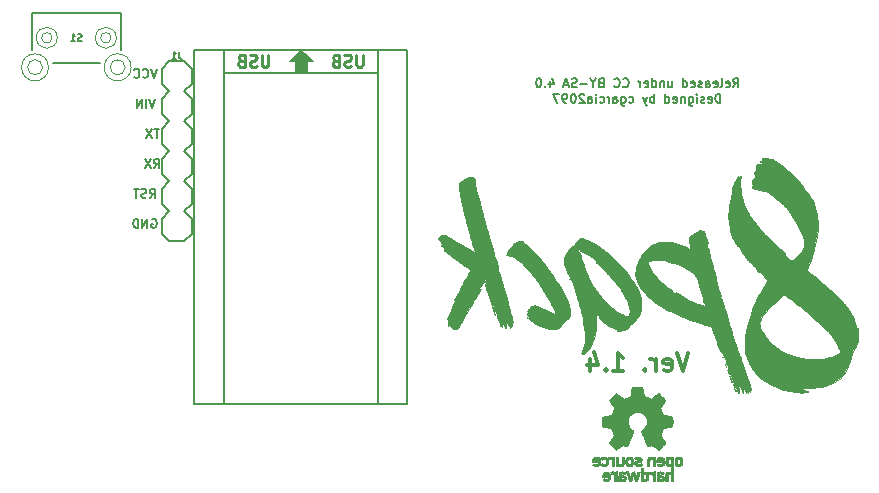
<source format=gbr>
G04 #@! TF.GenerationSoftware,KiCad,Pcbnew,5.1.2-f72e74a~84~ubuntu18.04.1*
G04 #@! TF.CreationDate,2019-06-08T16:05:02-04:00*
G04 #@! TF.ProjectId,8_key_simple,385f6b65-795f-4736-996d-706c652e6b69,rev?*
G04 #@! TF.SameCoordinates,Original*
G04 #@! TF.FileFunction,Legend,Bot*
G04 #@! TF.FilePolarity,Positive*
%FSLAX46Y46*%
G04 Gerber Fmt 4.6, Leading zero omitted, Abs format (unit mm)*
G04 Created by KiCad (PCBNEW 5.1.2-f72e74a~84~ubuntu18.04.1) date 2019-06-08 16:05:02*
%MOMM*%
%LPD*%
G04 APERTURE LIST*
%ADD10C,0.187500*%
%ADD11C,0.375000*%
%ADD12C,0.250000*%
%ADD13C,0.100000*%
%ADD14C,0.150000*%
%ADD15C,0.010000*%
%ADD16C,0.203200*%
%ADD17C,0.127000*%
G04 APERTURE END LIST*
D10*
X131381428Y-94875000D02*
X131452857Y-94839285D01*
X131560000Y-94839285D01*
X131667142Y-94875000D01*
X131738571Y-94946428D01*
X131774285Y-95017857D01*
X131810000Y-95160714D01*
X131810000Y-95267857D01*
X131774285Y-95410714D01*
X131738571Y-95482142D01*
X131667142Y-95553571D01*
X131560000Y-95589285D01*
X131488571Y-95589285D01*
X131381428Y-95553571D01*
X131345714Y-95517857D01*
X131345714Y-95267857D01*
X131488571Y-95267857D01*
X131024285Y-95589285D02*
X131024285Y-94839285D01*
X130595714Y-95589285D01*
X130595714Y-94839285D01*
X130238571Y-95589285D02*
X130238571Y-94839285D01*
X130060000Y-94839285D01*
X129952857Y-94875000D01*
X129881428Y-94946428D01*
X129845714Y-95017857D01*
X129810000Y-95160714D01*
X129810000Y-95267857D01*
X129845714Y-95410714D01*
X129881428Y-95482142D01*
X129952857Y-95553571D01*
X130060000Y-95589285D01*
X130238571Y-95589285D01*
X131220714Y-93049285D02*
X131470714Y-92692142D01*
X131649285Y-93049285D02*
X131649285Y-92299285D01*
X131363571Y-92299285D01*
X131292142Y-92335000D01*
X131256428Y-92370714D01*
X131220714Y-92442142D01*
X131220714Y-92549285D01*
X131256428Y-92620714D01*
X131292142Y-92656428D01*
X131363571Y-92692142D01*
X131649285Y-92692142D01*
X130935000Y-93013571D02*
X130827857Y-93049285D01*
X130649285Y-93049285D01*
X130577857Y-93013571D01*
X130542142Y-92977857D01*
X130506428Y-92906428D01*
X130506428Y-92835000D01*
X130542142Y-92763571D01*
X130577857Y-92727857D01*
X130649285Y-92692142D01*
X130792142Y-92656428D01*
X130863571Y-92620714D01*
X130899285Y-92585000D01*
X130935000Y-92513571D01*
X130935000Y-92442142D01*
X130899285Y-92370714D01*
X130863571Y-92335000D01*
X130792142Y-92299285D01*
X130613571Y-92299285D01*
X130506428Y-92335000D01*
X130292142Y-92299285D02*
X129863571Y-92299285D01*
X130077857Y-93049285D02*
X130077857Y-92299285D01*
X131570000Y-90509285D02*
X131820000Y-90152142D01*
X131998571Y-90509285D02*
X131998571Y-89759285D01*
X131712857Y-89759285D01*
X131641428Y-89795000D01*
X131605714Y-89830714D01*
X131570000Y-89902142D01*
X131570000Y-90009285D01*
X131605714Y-90080714D01*
X131641428Y-90116428D01*
X131712857Y-90152142D01*
X131998571Y-90152142D01*
X131320000Y-89759285D02*
X130820000Y-90509285D01*
X130820000Y-89759285D02*
X131320000Y-90509285D01*
X132016428Y-87219285D02*
X131587857Y-87219285D01*
X131802142Y-87969285D02*
X131802142Y-87219285D01*
X131409285Y-87219285D02*
X130909285Y-87969285D01*
X130909285Y-87219285D02*
X131409285Y-87969285D01*
X131631428Y-84679285D02*
X131381428Y-85429285D01*
X131131428Y-84679285D01*
X130881428Y-85429285D02*
X130881428Y-84679285D01*
X130524285Y-85429285D02*
X130524285Y-84679285D01*
X130095714Y-85429285D01*
X130095714Y-84679285D01*
X131810000Y-82139285D02*
X131560000Y-82889285D01*
X131310000Y-82139285D01*
X130631428Y-82817857D02*
X130667142Y-82853571D01*
X130774285Y-82889285D01*
X130845714Y-82889285D01*
X130952857Y-82853571D01*
X131024285Y-82782142D01*
X131060000Y-82710714D01*
X131095714Y-82567857D01*
X131095714Y-82460714D01*
X131060000Y-82317857D01*
X131024285Y-82246428D01*
X130952857Y-82175000D01*
X130845714Y-82139285D01*
X130774285Y-82139285D01*
X130667142Y-82175000D01*
X130631428Y-82210714D01*
X129881428Y-82817857D02*
X129917142Y-82853571D01*
X130024285Y-82889285D01*
X130095714Y-82889285D01*
X130202857Y-82853571D01*
X130274285Y-82782142D01*
X130310000Y-82710714D01*
X130345714Y-82567857D01*
X130345714Y-82460714D01*
X130310000Y-82317857D01*
X130274285Y-82246428D01*
X130202857Y-82175000D01*
X130095714Y-82139285D01*
X130024285Y-82139285D01*
X129917142Y-82175000D01*
X129881428Y-82210714D01*
D11*
X176821428Y-106178571D02*
X176321428Y-107678571D01*
X175821428Y-106178571D01*
X174750000Y-107607142D02*
X174892857Y-107678571D01*
X175178571Y-107678571D01*
X175321428Y-107607142D01*
X175392857Y-107464285D01*
X175392857Y-106892857D01*
X175321428Y-106750000D01*
X175178571Y-106678571D01*
X174892857Y-106678571D01*
X174750000Y-106750000D01*
X174678571Y-106892857D01*
X174678571Y-107035714D01*
X175392857Y-107178571D01*
X174035714Y-107678571D02*
X174035714Y-106678571D01*
X174035714Y-106964285D02*
X173964285Y-106821428D01*
X173892857Y-106750000D01*
X173750000Y-106678571D01*
X173607142Y-106678571D01*
X173107142Y-107535714D02*
X173035714Y-107607142D01*
X173107142Y-107678571D01*
X173178571Y-107607142D01*
X173107142Y-107535714D01*
X173107142Y-107678571D01*
X170464285Y-107678571D02*
X171321428Y-107678571D01*
X170892857Y-107678571D02*
X170892857Y-106178571D01*
X171035714Y-106392857D01*
X171178571Y-106535714D01*
X171321428Y-106607142D01*
X169821428Y-107535714D02*
X169750000Y-107607142D01*
X169821428Y-107678571D01*
X169892857Y-107607142D01*
X169821428Y-107535714D01*
X169821428Y-107678571D01*
X168464285Y-106678571D02*
X168464285Y-107678571D01*
X168821428Y-106107142D02*
X169178571Y-107178571D01*
X168250000Y-107178571D01*
D10*
X180607142Y-83683035D02*
X180857142Y-83325892D01*
X181035714Y-83683035D02*
X181035714Y-82933035D01*
X180750000Y-82933035D01*
X180678571Y-82968750D01*
X180642857Y-83004464D01*
X180607142Y-83075892D01*
X180607142Y-83183035D01*
X180642857Y-83254464D01*
X180678571Y-83290178D01*
X180750000Y-83325892D01*
X181035714Y-83325892D01*
X180000000Y-83647321D02*
X180071428Y-83683035D01*
X180214285Y-83683035D01*
X180285714Y-83647321D01*
X180321428Y-83575892D01*
X180321428Y-83290178D01*
X180285714Y-83218750D01*
X180214285Y-83183035D01*
X180071428Y-83183035D01*
X180000000Y-83218750D01*
X179964285Y-83290178D01*
X179964285Y-83361607D01*
X180321428Y-83433035D01*
X179535714Y-83683035D02*
X179607142Y-83647321D01*
X179642857Y-83575892D01*
X179642857Y-82933035D01*
X178964285Y-83647321D02*
X179035714Y-83683035D01*
X179178571Y-83683035D01*
X179250000Y-83647321D01*
X179285714Y-83575892D01*
X179285714Y-83290178D01*
X179250000Y-83218750D01*
X179178571Y-83183035D01*
X179035714Y-83183035D01*
X178964285Y-83218750D01*
X178928571Y-83290178D01*
X178928571Y-83361607D01*
X179285714Y-83433035D01*
X178285714Y-83683035D02*
X178285714Y-83290178D01*
X178321428Y-83218750D01*
X178392857Y-83183035D01*
X178535714Y-83183035D01*
X178607142Y-83218750D01*
X178285714Y-83647321D02*
X178357142Y-83683035D01*
X178535714Y-83683035D01*
X178607142Y-83647321D01*
X178642857Y-83575892D01*
X178642857Y-83504464D01*
X178607142Y-83433035D01*
X178535714Y-83397321D01*
X178357142Y-83397321D01*
X178285714Y-83361607D01*
X177964285Y-83647321D02*
X177892857Y-83683035D01*
X177750000Y-83683035D01*
X177678571Y-83647321D01*
X177642857Y-83575892D01*
X177642857Y-83540178D01*
X177678571Y-83468750D01*
X177750000Y-83433035D01*
X177857142Y-83433035D01*
X177928571Y-83397321D01*
X177964285Y-83325892D01*
X177964285Y-83290178D01*
X177928571Y-83218750D01*
X177857142Y-83183035D01*
X177750000Y-83183035D01*
X177678571Y-83218750D01*
X177035714Y-83647321D02*
X177107142Y-83683035D01*
X177250000Y-83683035D01*
X177321428Y-83647321D01*
X177357142Y-83575892D01*
X177357142Y-83290178D01*
X177321428Y-83218750D01*
X177250000Y-83183035D01*
X177107142Y-83183035D01*
X177035714Y-83218750D01*
X177000000Y-83290178D01*
X177000000Y-83361607D01*
X177357142Y-83433035D01*
X176357142Y-83683035D02*
X176357142Y-82933035D01*
X176357142Y-83647321D02*
X176428571Y-83683035D01*
X176571428Y-83683035D01*
X176642857Y-83647321D01*
X176678571Y-83611607D01*
X176714285Y-83540178D01*
X176714285Y-83325892D01*
X176678571Y-83254464D01*
X176642857Y-83218750D01*
X176571428Y-83183035D01*
X176428571Y-83183035D01*
X176357142Y-83218750D01*
X175107142Y-83183035D02*
X175107142Y-83683035D01*
X175428571Y-83183035D02*
X175428571Y-83575892D01*
X175392857Y-83647321D01*
X175321428Y-83683035D01*
X175214285Y-83683035D01*
X175142857Y-83647321D01*
X175107142Y-83611607D01*
X174750000Y-83183035D02*
X174750000Y-83683035D01*
X174750000Y-83254464D02*
X174714285Y-83218750D01*
X174642857Y-83183035D01*
X174535714Y-83183035D01*
X174464285Y-83218750D01*
X174428571Y-83290178D01*
X174428571Y-83683035D01*
X173750000Y-83683035D02*
X173750000Y-82933035D01*
X173750000Y-83647321D02*
X173821428Y-83683035D01*
X173964285Y-83683035D01*
X174035714Y-83647321D01*
X174071428Y-83611607D01*
X174107142Y-83540178D01*
X174107142Y-83325892D01*
X174071428Y-83254464D01*
X174035714Y-83218750D01*
X173964285Y-83183035D01*
X173821428Y-83183035D01*
X173750000Y-83218750D01*
X173107142Y-83647321D02*
X173178571Y-83683035D01*
X173321428Y-83683035D01*
X173392857Y-83647321D01*
X173428571Y-83575892D01*
X173428571Y-83290178D01*
X173392857Y-83218750D01*
X173321428Y-83183035D01*
X173178571Y-83183035D01*
X173107142Y-83218750D01*
X173071428Y-83290178D01*
X173071428Y-83361607D01*
X173428571Y-83433035D01*
X172750000Y-83683035D02*
X172750000Y-83183035D01*
X172750000Y-83325892D02*
X172714285Y-83254464D01*
X172678571Y-83218750D01*
X172607142Y-83183035D01*
X172535714Y-83183035D01*
X171285714Y-83611607D02*
X171321428Y-83647321D01*
X171428571Y-83683035D01*
X171500000Y-83683035D01*
X171607142Y-83647321D01*
X171678571Y-83575892D01*
X171714285Y-83504464D01*
X171750000Y-83361607D01*
X171750000Y-83254464D01*
X171714285Y-83111607D01*
X171678571Y-83040178D01*
X171607142Y-82968750D01*
X171500000Y-82933035D01*
X171428571Y-82933035D01*
X171321428Y-82968750D01*
X171285714Y-83004464D01*
X170535714Y-83611607D02*
X170571428Y-83647321D01*
X170678571Y-83683035D01*
X170750000Y-83683035D01*
X170857142Y-83647321D01*
X170928571Y-83575892D01*
X170964285Y-83504464D01*
X171000000Y-83361607D01*
X171000000Y-83254464D01*
X170964285Y-83111607D01*
X170928571Y-83040178D01*
X170857142Y-82968750D01*
X170750000Y-82933035D01*
X170678571Y-82933035D01*
X170571428Y-82968750D01*
X170535714Y-83004464D01*
X169392857Y-83290178D02*
X169285714Y-83325892D01*
X169250000Y-83361607D01*
X169214285Y-83433035D01*
X169214285Y-83540178D01*
X169250000Y-83611607D01*
X169285714Y-83647321D01*
X169357142Y-83683035D01*
X169642857Y-83683035D01*
X169642857Y-82933035D01*
X169392857Y-82933035D01*
X169321428Y-82968750D01*
X169285714Y-83004464D01*
X169250000Y-83075892D01*
X169250000Y-83147321D01*
X169285714Y-83218750D01*
X169321428Y-83254464D01*
X169392857Y-83290178D01*
X169642857Y-83290178D01*
X168750000Y-83325892D02*
X168750000Y-83683035D01*
X169000000Y-82933035D02*
X168750000Y-83325892D01*
X168500000Y-82933035D01*
X168250000Y-83397321D02*
X167678571Y-83397321D01*
X167357142Y-83647321D02*
X167250000Y-83683035D01*
X167071428Y-83683035D01*
X167000000Y-83647321D01*
X166964285Y-83611607D01*
X166928571Y-83540178D01*
X166928571Y-83468750D01*
X166964285Y-83397321D01*
X167000000Y-83361607D01*
X167071428Y-83325892D01*
X167214285Y-83290178D01*
X167285714Y-83254464D01*
X167321428Y-83218750D01*
X167357142Y-83147321D01*
X167357142Y-83075892D01*
X167321428Y-83004464D01*
X167285714Y-82968750D01*
X167214285Y-82933035D01*
X167035714Y-82933035D01*
X166928571Y-82968750D01*
X166642857Y-83468750D02*
X166285714Y-83468750D01*
X166714285Y-83683035D02*
X166464285Y-82933035D01*
X166214285Y-83683035D01*
X165071428Y-83183035D02*
X165071428Y-83683035D01*
X165250000Y-82897321D02*
X165428571Y-83433035D01*
X164964285Y-83433035D01*
X164678571Y-83611607D02*
X164642857Y-83647321D01*
X164678571Y-83683035D01*
X164714285Y-83647321D01*
X164678571Y-83611607D01*
X164678571Y-83683035D01*
X164178571Y-82933035D02*
X164107142Y-82933035D01*
X164035714Y-82968750D01*
X164000000Y-83004464D01*
X163964285Y-83075892D01*
X163928571Y-83218750D01*
X163928571Y-83397321D01*
X163964285Y-83540178D01*
X164000000Y-83611607D01*
X164035714Y-83647321D01*
X164107142Y-83683035D01*
X164178571Y-83683035D01*
X164250000Y-83647321D01*
X164285714Y-83611607D01*
X164321428Y-83540178D01*
X164357142Y-83397321D01*
X164357142Y-83218750D01*
X164321428Y-83075892D01*
X164285714Y-83004464D01*
X164250000Y-82968750D01*
X164178571Y-82933035D01*
X179535714Y-84995535D02*
X179535714Y-84245535D01*
X179357142Y-84245535D01*
X179250000Y-84281250D01*
X179178571Y-84352678D01*
X179142857Y-84424107D01*
X179107142Y-84566964D01*
X179107142Y-84674107D01*
X179142857Y-84816964D01*
X179178571Y-84888392D01*
X179250000Y-84959821D01*
X179357142Y-84995535D01*
X179535714Y-84995535D01*
X178500000Y-84959821D02*
X178571428Y-84995535D01*
X178714285Y-84995535D01*
X178785714Y-84959821D01*
X178821428Y-84888392D01*
X178821428Y-84602678D01*
X178785714Y-84531250D01*
X178714285Y-84495535D01*
X178571428Y-84495535D01*
X178500000Y-84531250D01*
X178464285Y-84602678D01*
X178464285Y-84674107D01*
X178821428Y-84745535D01*
X178178571Y-84959821D02*
X178107142Y-84995535D01*
X177964285Y-84995535D01*
X177892857Y-84959821D01*
X177857142Y-84888392D01*
X177857142Y-84852678D01*
X177892857Y-84781250D01*
X177964285Y-84745535D01*
X178071428Y-84745535D01*
X178142857Y-84709821D01*
X178178571Y-84638392D01*
X178178571Y-84602678D01*
X178142857Y-84531250D01*
X178071428Y-84495535D01*
X177964285Y-84495535D01*
X177892857Y-84531250D01*
X177535714Y-84995535D02*
X177535714Y-84495535D01*
X177535714Y-84245535D02*
X177571428Y-84281250D01*
X177535714Y-84316964D01*
X177500000Y-84281250D01*
X177535714Y-84245535D01*
X177535714Y-84316964D01*
X176857142Y-84495535D02*
X176857142Y-85102678D01*
X176892857Y-85174107D01*
X176928571Y-85209821D01*
X177000000Y-85245535D01*
X177107142Y-85245535D01*
X177178571Y-85209821D01*
X176857142Y-84959821D02*
X176928571Y-84995535D01*
X177071428Y-84995535D01*
X177142857Y-84959821D01*
X177178571Y-84924107D01*
X177214285Y-84852678D01*
X177214285Y-84638392D01*
X177178571Y-84566964D01*
X177142857Y-84531250D01*
X177071428Y-84495535D01*
X176928571Y-84495535D01*
X176857142Y-84531250D01*
X176500000Y-84495535D02*
X176500000Y-84995535D01*
X176500000Y-84566964D02*
X176464285Y-84531250D01*
X176392857Y-84495535D01*
X176285714Y-84495535D01*
X176214285Y-84531250D01*
X176178571Y-84602678D01*
X176178571Y-84995535D01*
X175535714Y-84959821D02*
X175607142Y-84995535D01*
X175750000Y-84995535D01*
X175821428Y-84959821D01*
X175857142Y-84888392D01*
X175857142Y-84602678D01*
X175821428Y-84531250D01*
X175750000Y-84495535D01*
X175607142Y-84495535D01*
X175535714Y-84531250D01*
X175500000Y-84602678D01*
X175500000Y-84674107D01*
X175857142Y-84745535D01*
X174857142Y-84995535D02*
X174857142Y-84245535D01*
X174857142Y-84959821D02*
X174928571Y-84995535D01*
X175071428Y-84995535D01*
X175142857Y-84959821D01*
X175178571Y-84924107D01*
X175214285Y-84852678D01*
X175214285Y-84638392D01*
X175178571Y-84566964D01*
X175142857Y-84531250D01*
X175071428Y-84495535D01*
X174928571Y-84495535D01*
X174857142Y-84531250D01*
X173928571Y-84995535D02*
X173928571Y-84245535D01*
X173928571Y-84531250D02*
X173857142Y-84495535D01*
X173714285Y-84495535D01*
X173642857Y-84531250D01*
X173607142Y-84566964D01*
X173571428Y-84638392D01*
X173571428Y-84852678D01*
X173607142Y-84924107D01*
X173642857Y-84959821D01*
X173714285Y-84995535D01*
X173857142Y-84995535D01*
X173928571Y-84959821D01*
X173321428Y-84495535D02*
X173142857Y-84995535D01*
X172964285Y-84495535D02*
X173142857Y-84995535D01*
X173214285Y-85174107D01*
X173250000Y-85209821D01*
X173321428Y-85245535D01*
X171785714Y-84959821D02*
X171857142Y-84995535D01*
X172000000Y-84995535D01*
X172071428Y-84959821D01*
X172107142Y-84924107D01*
X172142857Y-84852678D01*
X172142857Y-84638392D01*
X172107142Y-84566964D01*
X172071428Y-84531250D01*
X172000000Y-84495535D01*
X171857142Y-84495535D01*
X171785714Y-84531250D01*
X171142857Y-84495535D02*
X171142857Y-85102678D01*
X171178571Y-85174107D01*
X171214285Y-85209821D01*
X171285714Y-85245535D01*
X171392857Y-85245535D01*
X171464285Y-85209821D01*
X171142857Y-84959821D02*
X171214285Y-84995535D01*
X171357142Y-84995535D01*
X171428571Y-84959821D01*
X171464285Y-84924107D01*
X171500000Y-84852678D01*
X171500000Y-84638392D01*
X171464285Y-84566964D01*
X171428571Y-84531250D01*
X171357142Y-84495535D01*
X171214285Y-84495535D01*
X171142857Y-84531250D01*
X170464285Y-84995535D02*
X170464285Y-84602678D01*
X170500000Y-84531250D01*
X170571428Y-84495535D01*
X170714285Y-84495535D01*
X170785714Y-84531250D01*
X170464285Y-84959821D02*
X170535714Y-84995535D01*
X170714285Y-84995535D01*
X170785714Y-84959821D01*
X170821428Y-84888392D01*
X170821428Y-84816964D01*
X170785714Y-84745535D01*
X170714285Y-84709821D01*
X170535714Y-84709821D01*
X170464285Y-84674107D01*
X170107142Y-84995535D02*
X170107142Y-84495535D01*
X170107142Y-84638392D02*
X170071428Y-84566964D01*
X170035714Y-84531250D01*
X169964285Y-84495535D01*
X169892857Y-84495535D01*
X169321428Y-84959821D02*
X169392857Y-84995535D01*
X169535714Y-84995535D01*
X169607142Y-84959821D01*
X169642857Y-84924107D01*
X169678571Y-84852678D01*
X169678571Y-84638392D01*
X169642857Y-84566964D01*
X169607142Y-84531250D01*
X169535714Y-84495535D01*
X169392857Y-84495535D01*
X169321428Y-84531250D01*
X169000000Y-84995535D02*
X169000000Y-84495535D01*
X169000000Y-84245535D02*
X169035714Y-84281250D01*
X169000000Y-84316964D01*
X168964285Y-84281250D01*
X169000000Y-84245535D01*
X169000000Y-84316964D01*
X168321428Y-84995535D02*
X168321428Y-84602678D01*
X168357142Y-84531250D01*
X168428571Y-84495535D01*
X168571428Y-84495535D01*
X168642857Y-84531250D01*
X168321428Y-84959821D02*
X168392857Y-84995535D01*
X168571428Y-84995535D01*
X168642857Y-84959821D01*
X168678571Y-84888392D01*
X168678571Y-84816964D01*
X168642857Y-84745535D01*
X168571428Y-84709821D01*
X168392857Y-84709821D01*
X168321428Y-84674107D01*
X168000000Y-84316964D02*
X167964285Y-84281250D01*
X167892857Y-84245535D01*
X167714285Y-84245535D01*
X167642857Y-84281250D01*
X167607142Y-84316964D01*
X167571428Y-84388392D01*
X167571428Y-84459821D01*
X167607142Y-84566964D01*
X168035714Y-84995535D01*
X167571428Y-84995535D01*
X167107142Y-84245535D02*
X167035714Y-84245535D01*
X166964285Y-84281250D01*
X166928571Y-84316964D01*
X166892857Y-84388392D01*
X166857142Y-84531250D01*
X166857142Y-84709821D01*
X166892857Y-84852678D01*
X166928571Y-84924107D01*
X166964285Y-84959821D01*
X167035714Y-84995535D01*
X167107142Y-84995535D01*
X167178571Y-84959821D01*
X167214285Y-84924107D01*
X167250000Y-84852678D01*
X167285714Y-84709821D01*
X167285714Y-84531250D01*
X167250000Y-84388392D01*
X167214285Y-84316964D01*
X167178571Y-84281250D01*
X167107142Y-84245535D01*
X166500000Y-84995535D02*
X166357142Y-84995535D01*
X166285714Y-84959821D01*
X166250000Y-84924107D01*
X166178571Y-84816964D01*
X166142857Y-84674107D01*
X166142857Y-84388392D01*
X166178571Y-84316964D01*
X166214285Y-84281250D01*
X166285714Y-84245535D01*
X166428571Y-84245535D01*
X166500000Y-84281250D01*
X166535714Y-84316964D01*
X166571428Y-84388392D01*
X166571428Y-84566964D01*
X166535714Y-84638392D01*
X166500000Y-84674107D01*
X166428571Y-84709821D01*
X166285714Y-84709821D01*
X166214285Y-84674107D01*
X166178571Y-84638392D01*
X166142857Y-84566964D01*
X165892857Y-84245535D02*
X165392857Y-84245535D01*
X165714285Y-84995535D01*
D12*
X149261904Y-80952380D02*
X149261904Y-81761904D01*
X149214285Y-81857142D01*
X149166666Y-81904761D01*
X149071428Y-81952380D01*
X148880952Y-81952380D01*
X148785714Y-81904761D01*
X148738095Y-81857142D01*
X148690476Y-81761904D01*
X148690476Y-80952380D01*
X148261904Y-81904761D02*
X148119047Y-81952380D01*
X147880952Y-81952380D01*
X147785714Y-81904761D01*
X147738095Y-81857142D01*
X147690476Y-81761904D01*
X147690476Y-81666666D01*
X147738095Y-81571428D01*
X147785714Y-81523809D01*
X147880952Y-81476190D01*
X148071428Y-81428571D01*
X148166666Y-81380952D01*
X148214285Y-81333333D01*
X148261904Y-81238095D01*
X148261904Y-81142857D01*
X148214285Y-81047619D01*
X148166666Y-81000000D01*
X148071428Y-80952380D01*
X147833333Y-80952380D01*
X147690476Y-81000000D01*
X146928571Y-81428571D02*
X146785714Y-81476190D01*
X146738095Y-81523809D01*
X146690476Y-81619047D01*
X146690476Y-81761904D01*
X146738095Y-81857142D01*
X146785714Y-81904761D01*
X146880952Y-81952380D01*
X147261904Y-81952380D01*
X147261904Y-80952380D01*
X146928571Y-80952380D01*
X146833333Y-81000000D01*
X146785714Y-81047619D01*
X146738095Y-81142857D01*
X146738095Y-81238095D01*
X146785714Y-81333333D01*
X146833333Y-81380952D01*
X146928571Y-81428571D01*
X147261904Y-81428571D01*
X141261904Y-80952380D02*
X141261904Y-81761904D01*
X141214285Y-81857142D01*
X141166666Y-81904761D01*
X141071428Y-81952380D01*
X140880952Y-81952380D01*
X140785714Y-81904761D01*
X140738095Y-81857142D01*
X140690476Y-81761904D01*
X140690476Y-80952380D01*
X140261904Y-81904761D02*
X140119047Y-81952380D01*
X139880952Y-81952380D01*
X139785714Y-81904761D01*
X139738095Y-81857142D01*
X139690476Y-81761904D01*
X139690476Y-81666666D01*
X139738095Y-81571428D01*
X139785714Y-81523809D01*
X139880952Y-81476190D01*
X140071428Y-81428571D01*
X140166666Y-81380952D01*
X140214285Y-81333333D01*
X140261904Y-81238095D01*
X140261904Y-81142857D01*
X140214285Y-81047619D01*
X140166666Y-81000000D01*
X140071428Y-80952380D01*
X139833333Y-80952380D01*
X139690476Y-81000000D01*
X138928571Y-81428571D02*
X138785714Y-81476190D01*
X138738095Y-81523809D01*
X138690476Y-81619047D01*
X138690476Y-81761904D01*
X138738095Y-81857142D01*
X138785714Y-81904761D01*
X138880952Y-81952380D01*
X139261904Y-81952380D01*
X139261904Y-80952380D01*
X138928571Y-80952380D01*
X138833333Y-81000000D01*
X138785714Y-81047619D01*
X138738095Y-81142857D01*
X138738095Y-81238095D01*
X138785714Y-81333333D01*
X138833333Y-81380952D01*
X138928571Y-81428571D01*
X139261904Y-81428571D01*
D13*
G36*
X145000000Y-81500000D02*
G01*
X144500000Y-81500000D01*
X144500000Y-82500000D01*
X143500000Y-82500000D01*
X143500000Y-81500000D01*
X143000000Y-81500000D01*
X144000000Y-80500000D01*
X145000000Y-81500000D01*
G37*
X145000000Y-81500000D02*
X144500000Y-81500000D01*
X144500000Y-82500000D01*
X143500000Y-82500000D01*
X143500000Y-81500000D01*
X143000000Y-81500000D01*
X144000000Y-80500000D01*
X145000000Y-81500000D01*
D14*
X137500000Y-82500000D02*
X150500000Y-82500000D01*
X150500000Y-110500000D02*
X150500000Y-80500000D01*
X137500000Y-80500000D02*
X137500000Y-110500000D01*
X135000000Y-110500000D02*
X135000000Y-80500000D01*
X153000000Y-110500000D02*
X135000000Y-110500000D01*
X153000000Y-80500000D02*
X153000000Y-110500000D01*
X135000000Y-80500000D02*
X153000000Y-80500000D01*
D15*
G36*
X171999036Y-109428576D02*
G01*
X171923487Y-109829322D01*
X171365959Y-110059154D01*
X171031535Y-109831748D01*
X170937878Y-109768431D01*
X170853218Y-109711896D01*
X170781505Y-109664727D01*
X170726689Y-109629502D01*
X170692720Y-109608805D01*
X170683470Y-109604342D01*
X170666805Y-109615820D01*
X170631194Y-109647551D01*
X170580629Y-109695483D01*
X170519100Y-109755562D01*
X170450601Y-109823733D01*
X170379121Y-109895945D01*
X170308653Y-109968142D01*
X170243189Y-110036273D01*
X170186720Y-110096283D01*
X170143237Y-110144119D01*
X170116732Y-110175727D01*
X170110395Y-110186305D01*
X170119514Y-110205806D01*
X170145080Y-110248531D01*
X170184403Y-110310298D01*
X170234797Y-110386931D01*
X170293573Y-110474248D01*
X170327632Y-110524052D01*
X170389711Y-110614993D01*
X170444874Y-110697059D01*
X170490446Y-110766163D01*
X170523750Y-110818222D01*
X170542110Y-110849150D01*
X170544869Y-110855650D01*
X170538615Y-110874121D01*
X170521566Y-110917172D01*
X170496297Y-110978749D01*
X170465378Y-111052799D01*
X170431382Y-111133270D01*
X170396882Y-111214107D01*
X170364449Y-111289258D01*
X170336657Y-111352671D01*
X170316077Y-111398293D01*
X170305281Y-111420069D01*
X170304644Y-111420926D01*
X170287693Y-111425084D01*
X170242549Y-111434361D01*
X170173890Y-111447844D01*
X170086398Y-111464621D01*
X169984750Y-111483781D01*
X169925444Y-111494830D01*
X169816828Y-111515510D01*
X169718723Y-111535189D01*
X169636091Y-111552789D01*
X169573896Y-111567233D01*
X169537101Y-111577446D01*
X169529704Y-111580686D01*
X169522460Y-111602617D01*
X169516615Y-111652147D01*
X169512165Y-111723485D01*
X169509107Y-111810839D01*
X169507435Y-111908417D01*
X169507147Y-112010426D01*
X169508239Y-112111075D01*
X169510706Y-112204572D01*
X169514544Y-112285125D01*
X169519750Y-112346942D01*
X169526319Y-112384230D01*
X169530259Y-112391993D01*
X169553812Y-112401298D01*
X169603718Y-112414600D01*
X169673377Y-112430337D01*
X169756187Y-112446946D01*
X169785095Y-112452319D01*
X169924469Y-112477848D01*
X170034564Y-112498408D01*
X170119018Y-112514815D01*
X170181470Y-112527887D01*
X170225556Y-112538441D01*
X170254915Y-112547294D01*
X170273185Y-112555263D01*
X170284002Y-112563165D01*
X170285515Y-112564727D01*
X170300623Y-112589886D01*
X170323671Y-112638850D01*
X170352356Y-112705621D01*
X170384378Y-112784205D01*
X170417435Y-112868607D01*
X170449227Y-112952830D01*
X170477451Y-113030879D01*
X170499807Y-113096759D01*
X170513993Y-113144473D01*
X170517707Y-113168027D01*
X170517398Y-113168852D01*
X170504811Y-113188104D01*
X170476256Y-113230463D01*
X170434733Y-113291521D01*
X170383244Y-113366868D01*
X170324789Y-113452096D01*
X170308142Y-113476315D01*
X170248785Y-113564123D01*
X170196553Y-113644238D01*
X170154292Y-113712062D01*
X170124847Y-113762993D01*
X170111063Y-113792431D01*
X170110395Y-113796048D01*
X170121976Y-113815057D01*
X170153976Y-113852714D01*
X170202282Y-113904973D01*
X170262780Y-113967786D01*
X170331356Y-114037106D01*
X170403896Y-114108885D01*
X170476288Y-114179077D01*
X170544416Y-114243635D01*
X170604168Y-114298510D01*
X170651429Y-114339656D01*
X170682087Y-114363026D01*
X170690568Y-114366842D01*
X170710309Y-114357855D01*
X170750726Y-114333616D01*
X170805237Y-114298209D01*
X170847177Y-114269711D01*
X170923171Y-114217418D01*
X171013166Y-114155845D01*
X171103436Y-114094370D01*
X171151968Y-114061469D01*
X171316238Y-113950359D01*
X171454131Y-114024916D01*
X171516951Y-114057578D01*
X171570371Y-114082966D01*
X171606516Y-114097446D01*
X171615716Y-114099460D01*
X171626779Y-114084584D01*
X171648606Y-114042547D01*
X171679566Y-113977227D01*
X171718030Y-113892500D01*
X171762368Y-113792245D01*
X171810953Y-113680339D01*
X171862154Y-113560659D01*
X171914341Y-113437084D01*
X171965887Y-113313491D01*
X172015160Y-113193757D01*
X172060533Y-113081759D01*
X172100375Y-112981377D01*
X172133058Y-112896486D01*
X172156951Y-112830965D01*
X172170426Y-112788690D01*
X172172594Y-112774172D01*
X172155417Y-112755653D01*
X172117810Y-112725590D01*
X172067634Y-112690232D01*
X172063422Y-112687434D01*
X171933736Y-112583625D01*
X171829166Y-112462515D01*
X171750619Y-112327976D01*
X171699001Y-112183882D01*
X171675218Y-112034105D01*
X171680177Y-111882517D01*
X171714783Y-111732992D01*
X171779943Y-111589400D01*
X171799114Y-111557984D01*
X171898826Y-111431125D01*
X172016623Y-111329255D01*
X172148429Y-111252904D01*
X172290167Y-111202602D01*
X172437758Y-111178879D01*
X172587127Y-111182265D01*
X172734197Y-111213288D01*
X172874889Y-111272480D01*
X173005127Y-111360369D01*
X173045414Y-111396042D01*
X173147945Y-111507706D01*
X173222659Y-111625257D01*
X173273910Y-111757020D01*
X173302454Y-111887507D01*
X173309500Y-112034216D01*
X173286004Y-112181653D01*
X173234351Y-112324834D01*
X173156929Y-112458777D01*
X173056125Y-112578498D01*
X172934324Y-112679014D01*
X172918316Y-112689609D01*
X172867602Y-112724306D01*
X172829050Y-112754370D01*
X172810619Y-112773565D01*
X172810351Y-112774172D01*
X172814308Y-112794936D01*
X172829993Y-112842062D01*
X172855778Y-112911673D01*
X172890031Y-112999893D01*
X172931123Y-113102844D01*
X172977424Y-113216650D01*
X173027304Y-113337435D01*
X173079133Y-113461321D01*
X173131281Y-113584432D01*
X173182118Y-113702891D01*
X173230013Y-113812823D01*
X173273338Y-113910349D01*
X173310462Y-113991593D01*
X173339756Y-114052679D01*
X173359588Y-114089730D01*
X173367574Y-114099460D01*
X173391979Y-114091883D01*
X173437642Y-114071560D01*
X173496690Y-114042125D01*
X173529160Y-114024916D01*
X173667053Y-113950359D01*
X173831323Y-114061469D01*
X173915179Y-114118390D01*
X174006987Y-114181030D01*
X174093020Y-114240011D01*
X174136113Y-114269711D01*
X174196723Y-114310410D01*
X174248045Y-114342663D01*
X174283385Y-114362384D01*
X174294863Y-114366554D01*
X174311570Y-114355307D01*
X174348546Y-114323911D01*
X174402205Y-114275624D01*
X174468962Y-114213708D01*
X174545234Y-114141421D01*
X174593473Y-114095008D01*
X174677867Y-114012087D01*
X174750803Y-113937920D01*
X174809331Y-113875680D01*
X174850503Y-113828541D01*
X174871372Y-113799673D01*
X174873374Y-113793815D01*
X174864083Y-113771532D01*
X174838409Y-113726477D01*
X174799200Y-113663211D01*
X174749303Y-113586295D01*
X174691567Y-113500292D01*
X174675149Y-113476315D01*
X174615323Y-113389170D01*
X174561650Y-113310710D01*
X174517130Y-113245345D01*
X174484765Y-113197484D01*
X174467555Y-113171535D01*
X174465893Y-113168852D01*
X174468379Y-113148172D01*
X174481577Y-113102704D01*
X174503186Y-113038444D01*
X174530904Y-112961387D01*
X174562430Y-112877529D01*
X174595463Y-112792866D01*
X174627701Y-112713392D01*
X174656843Y-112645104D01*
X174680588Y-112593997D01*
X174696635Y-112566067D01*
X174697775Y-112564727D01*
X174707588Y-112556745D01*
X174724161Y-112548851D01*
X174751132Y-112540229D01*
X174792139Y-112530062D01*
X174850820Y-112517531D01*
X174930813Y-112501821D01*
X175035755Y-112482113D01*
X175169285Y-112457592D01*
X175198196Y-112452319D01*
X175283882Y-112435764D01*
X175358582Y-112419569D01*
X175415694Y-112405296D01*
X175448617Y-112394508D01*
X175453031Y-112391993D01*
X175460306Y-112369696D01*
X175466219Y-112319869D01*
X175470766Y-112248304D01*
X175473945Y-112160793D01*
X175475749Y-112063128D01*
X175476177Y-111961101D01*
X175475223Y-111860503D01*
X175472884Y-111767127D01*
X175469156Y-111686765D01*
X175464034Y-111625209D01*
X175457516Y-111588250D01*
X175453586Y-111580686D01*
X175431708Y-111573056D01*
X175381891Y-111560642D01*
X175309097Y-111544522D01*
X175218289Y-111525773D01*
X175114431Y-111505471D01*
X175057846Y-111494830D01*
X174950486Y-111474760D01*
X174854746Y-111456580D01*
X174775306Y-111441199D01*
X174716846Y-111429531D01*
X174684045Y-111422488D01*
X174678646Y-111420926D01*
X174669522Y-111403322D01*
X174650235Y-111360918D01*
X174623355Y-111299772D01*
X174591454Y-111225943D01*
X174557102Y-111145489D01*
X174522871Y-111064468D01*
X174491331Y-110988937D01*
X174465054Y-110924955D01*
X174446611Y-110878580D01*
X174438571Y-110855869D01*
X174438422Y-110854876D01*
X174447535Y-110836961D01*
X174473086Y-110795733D01*
X174512388Y-110735291D01*
X174562757Y-110659731D01*
X174621506Y-110573152D01*
X174655658Y-110523421D01*
X174717890Y-110432236D01*
X174773164Y-110349449D01*
X174818782Y-110279249D01*
X174852048Y-110225824D01*
X174870264Y-110193361D01*
X174872895Y-110186083D01*
X174861586Y-110169145D01*
X174830319Y-110132978D01*
X174783090Y-110081635D01*
X174723892Y-110019167D01*
X174656719Y-109949626D01*
X174585566Y-109877065D01*
X174514426Y-109805535D01*
X174447293Y-109739087D01*
X174388161Y-109681774D01*
X174341025Y-109637647D01*
X174309877Y-109610759D01*
X174299457Y-109604342D01*
X174282491Y-109613365D01*
X174241911Y-109638715D01*
X174181663Y-109677810D01*
X174105693Y-109728071D01*
X174017946Y-109786917D01*
X173951756Y-109831748D01*
X173617332Y-110059154D01*
X173338567Y-109944238D01*
X173059803Y-109829322D01*
X172984254Y-109428576D01*
X172908706Y-109027829D01*
X172074585Y-109027829D01*
X171999036Y-109428576D01*
X171999036Y-109428576D01*
G37*
X171999036Y-109428576D02*
X171923487Y-109829322D01*
X171365959Y-110059154D01*
X171031535Y-109831748D01*
X170937878Y-109768431D01*
X170853218Y-109711896D01*
X170781505Y-109664727D01*
X170726689Y-109629502D01*
X170692720Y-109608805D01*
X170683470Y-109604342D01*
X170666805Y-109615820D01*
X170631194Y-109647551D01*
X170580629Y-109695483D01*
X170519100Y-109755562D01*
X170450601Y-109823733D01*
X170379121Y-109895945D01*
X170308653Y-109968142D01*
X170243189Y-110036273D01*
X170186720Y-110096283D01*
X170143237Y-110144119D01*
X170116732Y-110175727D01*
X170110395Y-110186305D01*
X170119514Y-110205806D01*
X170145080Y-110248531D01*
X170184403Y-110310298D01*
X170234797Y-110386931D01*
X170293573Y-110474248D01*
X170327632Y-110524052D01*
X170389711Y-110614993D01*
X170444874Y-110697059D01*
X170490446Y-110766163D01*
X170523750Y-110818222D01*
X170542110Y-110849150D01*
X170544869Y-110855650D01*
X170538615Y-110874121D01*
X170521566Y-110917172D01*
X170496297Y-110978749D01*
X170465378Y-111052799D01*
X170431382Y-111133270D01*
X170396882Y-111214107D01*
X170364449Y-111289258D01*
X170336657Y-111352671D01*
X170316077Y-111398293D01*
X170305281Y-111420069D01*
X170304644Y-111420926D01*
X170287693Y-111425084D01*
X170242549Y-111434361D01*
X170173890Y-111447844D01*
X170086398Y-111464621D01*
X169984750Y-111483781D01*
X169925444Y-111494830D01*
X169816828Y-111515510D01*
X169718723Y-111535189D01*
X169636091Y-111552789D01*
X169573896Y-111567233D01*
X169537101Y-111577446D01*
X169529704Y-111580686D01*
X169522460Y-111602617D01*
X169516615Y-111652147D01*
X169512165Y-111723485D01*
X169509107Y-111810839D01*
X169507435Y-111908417D01*
X169507147Y-112010426D01*
X169508239Y-112111075D01*
X169510706Y-112204572D01*
X169514544Y-112285125D01*
X169519750Y-112346942D01*
X169526319Y-112384230D01*
X169530259Y-112391993D01*
X169553812Y-112401298D01*
X169603718Y-112414600D01*
X169673377Y-112430337D01*
X169756187Y-112446946D01*
X169785095Y-112452319D01*
X169924469Y-112477848D01*
X170034564Y-112498408D01*
X170119018Y-112514815D01*
X170181470Y-112527887D01*
X170225556Y-112538441D01*
X170254915Y-112547294D01*
X170273185Y-112555263D01*
X170284002Y-112563165D01*
X170285515Y-112564727D01*
X170300623Y-112589886D01*
X170323671Y-112638850D01*
X170352356Y-112705621D01*
X170384378Y-112784205D01*
X170417435Y-112868607D01*
X170449227Y-112952830D01*
X170477451Y-113030879D01*
X170499807Y-113096759D01*
X170513993Y-113144473D01*
X170517707Y-113168027D01*
X170517398Y-113168852D01*
X170504811Y-113188104D01*
X170476256Y-113230463D01*
X170434733Y-113291521D01*
X170383244Y-113366868D01*
X170324789Y-113452096D01*
X170308142Y-113476315D01*
X170248785Y-113564123D01*
X170196553Y-113644238D01*
X170154292Y-113712062D01*
X170124847Y-113762993D01*
X170111063Y-113792431D01*
X170110395Y-113796048D01*
X170121976Y-113815057D01*
X170153976Y-113852714D01*
X170202282Y-113904973D01*
X170262780Y-113967786D01*
X170331356Y-114037106D01*
X170403896Y-114108885D01*
X170476288Y-114179077D01*
X170544416Y-114243635D01*
X170604168Y-114298510D01*
X170651429Y-114339656D01*
X170682087Y-114363026D01*
X170690568Y-114366842D01*
X170710309Y-114357855D01*
X170750726Y-114333616D01*
X170805237Y-114298209D01*
X170847177Y-114269711D01*
X170923171Y-114217418D01*
X171013166Y-114155845D01*
X171103436Y-114094370D01*
X171151968Y-114061469D01*
X171316238Y-113950359D01*
X171454131Y-114024916D01*
X171516951Y-114057578D01*
X171570371Y-114082966D01*
X171606516Y-114097446D01*
X171615716Y-114099460D01*
X171626779Y-114084584D01*
X171648606Y-114042547D01*
X171679566Y-113977227D01*
X171718030Y-113892500D01*
X171762368Y-113792245D01*
X171810953Y-113680339D01*
X171862154Y-113560659D01*
X171914341Y-113437084D01*
X171965887Y-113313491D01*
X172015160Y-113193757D01*
X172060533Y-113081759D01*
X172100375Y-112981377D01*
X172133058Y-112896486D01*
X172156951Y-112830965D01*
X172170426Y-112788690D01*
X172172594Y-112774172D01*
X172155417Y-112755653D01*
X172117810Y-112725590D01*
X172067634Y-112690232D01*
X172063422Y-112687434D01*
X171933736Y-112583625D01*
X171829166Y-112462515D01*
X171750619Y-112327976D01*
X171699001Y-112183882D01*
X171675218Y-112034105D01*
X171680177Y-111882517D01*
X171714783Y-111732992D01*
X171779943Y-111589400D01*
X171799114Y-111557984D01*
X171898826Y-111431125D01*
X172016623Y-111329255D01*
X172148429Y-111252904D01*
X172290167Y-111202602D01*
X172437758Y-111178879D01*
X172587127Y-111182265D01*
X172734197Y-111213288D01*
X172874889Y-111272480D01*
X173005127Y-111360369D01*
X173045414Y-111396042D01*
X173147945Y-111507706D01*
X173222659Y-111625257D01*
X173273910Y-111757020D01*
X173302454Y-111887507D01*
X173309500Y-112034216D01*
X173286004Y-112181653D01*
X173234351Y-112324834D01*
X173156929Y-112458777D01*
X173056125Y-112578498D01*
X172934324Y-112679014D01*
X172918316Y-112689609D01*
X172867602Y-112724306D01*
X172829050Y-112754370D01*
X172810619Y-112773565D01*
X172810351Y-112774172D01*
X172814308Y-112794936D01*
X172829993Y-112842062D01*
X172855778Y-112911673D01*
X172890031Y-112999893D01*
X172931123Y-113102844D01*
X172977424Y-113216650D01*
X173027304Y-113337435D01*
X173079133Y-113461321D01*
X173131281Y-113584432D01*
X173182118Y-113702891D01*
X173230013Y-113812823D01*
X173273338Y-113910349D01*
X173310462Y-113991593D01*
X173339756Y-114052679D01*
X173359588Y-114089730D01*
X173367574Y-114099460D01*
X173391979Y-114091883D01*
X173437642Y-114071560D01*
X173496690Y-114042125D01*
X173529160Y-114024916D01*
X173667053Y-113950359D01*
X173831323Y-114061469D01*
X173915179Y-114118390D01*
X174006987Y-114181030D01*
X174093020Y-114240011D01*
X174136113Y-114269711D01*
X174196723Y-114310410D01*
X174248045Y-114342663D01*
X174283385Y-114362384D01*
X174294863Y-114366554D01*
X174311570Y-114355307D01*
X174348546Y-114323911D01*
X174402205Y-114275624D01*
X174468962Y-114213708D01*
X174545234Y-114141421D01*
X174593473Y-114095008D01*
X174677867Y-114012087D01*
X174750803Y-113937920D01*
X174809331Y-113875680D01*
X174850503Y-113828541D01*
X174871372Y-113799673D01*
X174873374Y-113793815D01*
X174864083Y-113771532D01*
X174838409Y-113726477D01*
X174799200Y-113663211D01*
X174749303Y-113586295D01*
X174691567Y-113500292D01*
X174675149Y-113476315D01*
X174615323Y-113389170D01*
X174561650Y-113310710D01*
X174517130Y-113245345D01*
X174484765Y-113197484D01*
X174467555Y-113171535D01*
X174465893Y-113168852D01*
X174468379Y-113148172D01*
X174481577Y-113102704D01*
X174503186Y-113038444D01*
X174530904Y-112961387D01*
X174562430Y-112877529D01*
X174595463Y-112792866D01*
X174627701Y-112713392D01*
X174656843Y-112645104D01*
X174680588Y-112593997D01*
X174696635Y-112566067D01*
X174697775Y-112564727D01*
X174707588Y-112556745D01*
X174724161Y-112548851D01*
X174751132Y-112540229D01*
X174792139Y-112530062D01*
X174850820Y-112517531D01*
X174930813Y-112501821D01*
X175035755Y-112482113D01*
X175169285Y-112457592D01*
X175198196Y-112452319D01*
X175283882Y-112435764D01*
X175358582Y-112419569D01*
X175415694Y-112405296D01*
X175448617Y-112394508D01*
X175453031Y-112391993D01*
X175460306Y-112369696D01*
X175466219Y-112319869D01*
X175470766Y-112248304D01*
X175473945Y-112160793D01*
X175475749Y-112063128D01*
X175476177Y-111961101D01*
X175475223Y-111860503D01*
X175472884Y-111767127D01*
X175469156Y-111686765D01*
X175464034Y-111625209D01*
X175457516Y-111588250D01*
X175453586Y-111580686D01*
X175431708Y-111573056D01*
X175381891Y-111560642D01*
X175309097Y-111544522D01*
X175218289Y-111525773D01*
X175114431Y-111505471D01*
X175057846Y-111494830D01*
X174950486Y-111474760D01*
X174854746Y-111456580D01*
X174775306Y-111441199D01*
X174716846Y-111429531D01*
X174684045Y-111422488D01*
X174678646Y-111420926D01*
X174669522Y-111403322D01*
X174650235Y-111360918D01*
X174623355Y-111299772D01*
X174591454Y-111225943D01*
X174557102Y-111145489D01*
X174522871Y-111064468D01*
X174491331Y-110988937D01*
X174465054Y-110924955D01*
X174446611Y-110878580D01*
X174438571Y-110855869D01*
X174438422Y-110854876D01*
X174447535Y-110836961D01*
X174473086Y-110795733D01*
X174512388Y-110735291D01*
X174562757Y-110659731D01*
X174621506Y-110573152D01*
X174655658Y-110523421D01*
X174717890Y-110432236D01*
X174773164Y-110349449D01*
X174818782Y-110279249D01*
X174852048Y-110225824D01*
X174870264Y-110193361D01*
X174872895Y-110186083D01*
X174861586Y-110169145D01*
X174830319Y-110132978D01*
X174783090Y-110081635D01*
X174723892Y-110019167D01*
X174656719Y-109949626D01*
X174585566Y-109877065D01*
X174514426Y-109805535D01*
X174447293Y-109739087D01*
X174388161Y-109681774D01*
X174341025Y-109637647D01*
X174309877Y-109610759D01*
X174299457Y-109604342D01*
X174282491Y-109613365D01*
X174241911Y-109638715D01*
X174181663Y-109677810D01*
X174105693Y-109728071D01*
X174017946Y-109786917D01*
X173951756Y-109831748D01*
X173617332Y-110059154D01*
X173338567Y-109944238D01*
X173059803Y-109829322D01*
X172984254Y-109428576D01*
X172908706Y-109027829D01*
X172074585Y-109027829D01*
X171999036Y-109428576D01*
G36*
X170108612Y-114967645D02*
G01*
X170051135Y-114985206D01*
X170014128Y-115007395D01*
X170002073Y-115024942D01*
X170005391Y-115045742D01*
X170026921Y-115078419D01*
X170045126Y-115101562D01*
X170082656Y-115143402D01*
X170110852Y-115161005D01*
X170134889Y-115159856D01*
X170206192Y-115141710D01*
X170258558Y-115142534D01*
X170301082Y-115163098D01*
X170315358Y-115175134D01*
X170361053Y-115217483D01*
X170361053Y-115770526D01*
X170544869Y-115770526D01*
X170544869Y-114968421D01*
X170452961Y-114968421D01*
X170397781Y-114970603D01*
X170369312Y-114978351D01*
X170361057Y-114993468D01*
X170361053Y-114993916D01*
X170357155Y-115009749D01*
X170339526Y-115007684D01*
X170315099Y-114996261D01*
X170264650Y-114975005D01*
X170223684Y-114962216D01*
X170170972Y-114958938D01*
X170108612Y-114967645D01*
X170108612Y-114967645D01*
G37*
X170108612Y-114967645D02*
X170051135Y-114985206D01*
X170014128Y-115007395D01*
X170002073Y-115024942D01*
X170005391Y-115045742D01*
X170026921Y-115078419D01*
X170045126Y-115101562D01*
X170082656Y-115143402D01*
X170110852Y-115161005D01*
X170134889Y-115159856D01*
X170206192Y-115141710D01*
X170258558Y-115142534D01*
X170301082Y-115163098D01*
X170315358Y-115175134D01*
X170361053Y-115217483D01*
X170361053Y-115770526D01*
X170544869Y-115770526D01*
X170544869Y-114968421D01*
X170452961Y-114968421D01*
X170397781Y-114970603D01*
X170369312Y-114978351D01*
X170361057Y-114993468D01*
X170361053Y-114993916D01*
X170357155Y-115009749D01*
X170339526Y-115007684D01*
X170315099Y-114996261D01*
X170264650Y-114975005D01*
X170223684Y-114962216D01*
X170170972Y-114958938D01*
X170108612Y-114967645D01*
G36*
X173502043Y-114982226D02*
G01*
X173460454Y-115002090D01*
X173420175Y-115030784D01*
X173389490Y-115063809D01*
X173367139Y-115105931D01*
X173351864Y-115161915D01*
X173342408Y-115236528D01*
X173337513Y-115334535D01*
X173335919Y-115460702D01*
X173335894Y-115473914D01*
X173335527Y-115770526D01*
X173519343Y-115770526D01*
X173519343Y-115497081D01*
X173519473Y-115395777D01*
X173520379Y-115322353D01*
X173522827Y-115271271D01*
X173527586Y-115236990D01*
X173535426Y-115213971D01*
X173547115Y-115196673D01*
X173563398Y-115179581D01*
X173620366Y-115142857D01*
X173682555Y-115136042D01*
X173741801Y-115159261D01*
X173762405Y-115176543D01*
X173777530Y-115192791D01*
X173788390Y-115210191D01*
X173795690Y-115234212D01*
X173800137Y-115270322D01*
X173802436Y-115323988D01*
X173803296Y-115400680D01*
X173803422Y-115494043D01*
X173803422Y-115770526D01*
X173987237Y-115770526D01*
X173987237Y-114968421D01*
X173895329Y-114968421D01*
X173840149Y-114970603D01*
X173811680Y-114978351D01*
X173803425Y-114993468D01*
X173803422Y-114993916D01*
X173799592Y-115008720D01*
X173782699Y-115007040D01*
X173749112Y-114990773D01*
X173672937Y-114966840D01*
X173585800Y-114964178D01*
X173502043Y-114982226D01*
X173502043Y-114982226D01*
G37*
X173502043Y-114982226D02*
X173460454Y-115002090D01*
X173420175Y-115030784D01*
X173389490Y-115063809D01*
X173367139Y-115105931D01*
X173351864Y-115161915D01*
X173342408Y-115236528D01*
X173337513Y-115334535D01*
X173335919Y-115460702D01*
X173335894Y-115473914D01*
X173335527Y-115770526D01*
X173519343Y-115770526D01*
X173519343Y-115497081D01*
X173519473Y-115395777D01*
X173520379Y-115322353D01*
X173522827Y-115271271D01*
X173527586Y-115236990D01*
X173535426Y-115213971D01*
X173547115Y-115196673D01*
X173563398Y-115179581D01*
X173620366Y-115142857D01*
X173682555Y-115136042D01*
X173741801Y-115159261D01*
X173762405Y-115176543D01*
X173777530Y-115192791D01*
X173788390Y-115210191D01*
X173795690Y-115234212D01*
X173800137Y-115270322D01*
X173802436Y-115323988D01*
X173803296Y-115400680D01*
X173803422Y-115494043D01*
X173803422Y-115770526D01*
X173987237Y-115770526D01*
X173987237Y-114968421D01*
X173895329Y-114968421D01*
X173840149Y-114970603D01*
X173811680Y-114978351D01*
X173803425Y-114993468D01*
X173803422Y-114993916D01*
X173799592Y-115008720D01*
X173782699Y-115007040D01*
X173749112Y-114990773D01*
X173672937Y-114966840D01*
X173585800Y-114964178D01*
X173502043Y-114982226D01*
G36*
X168941216Y-114965554D02*
G01*
X168898426Y-114975949D01*
X168816391Y-115014013D01*
X168746243Y-115072149D01*
X168697695Y-115141852D01*
X168691025Y-115157502D01*
X168681876Y-115198496D01*
X168675471Y-115259138D01*
X168673290Y-115320430D01*
X168673290Y-115436316D01*
X168915593Y-115436316D01*
X169015529Y-115436693D01*
X169085931Y-115438987D01*
X169130687Y-115444938D01*
X169153685Y-115456285D01*
X169158811Y-115474771D01*
X169149952Y-115502136D01*
X169134083Y-115534155D01*
X169089816Y-115587592D01*
X169028301Y-115614215D01*
X168953115Y-115613347D01*
X168867947Y-115584371D01*
X168794341Y-115548611D01*
X168733266Y-115596904D01*
X168672190Y-115645197D01*
X168729649Y-115698285D01*
X168806359Y-115748445D01*
X168900698Y-115778688D01*
X169002173Y-115787151D01*
X169100289Y-115771974D01*
X169116119Y-115766824D01*
X169202353Y-115721791D01*
X169266499Y-115654652D01*
X169309909Y-115563405D01*
X169333936Y-115446044D01*
X169334216Y-115443529D01*
X169336367Y-115315627D01*
X169327671Y-115269997D01*
X169157895Y-115269997D01*
X169142303Y-115277013D01*
X169099971Y-115282388D01*
X169037566Y-115285457D01*
X168998019Y-115285921D01*
X168924272Y-115285630D01*
X168878160Y-115283783D01*
X168853900Y-115278912D01*
X168845706Y-115269555D01*
X168847794Y-115254245D01*
X168849545Y-115248322D01*
X168879440Y-115192668D01*
X168926458Y-115147815D01*
X168967951Y-115128105D01*
X169023074Y-115129295D01*
X169078932Y-115153875D01*
X169125788Y-115194570D01*
X169153906Y-115244108D01*
X169157895Y-115269997D01*
X169327671Y-115269997D01*
X169314926Y-115203133D01*
X169272389Y-115108727D01*
X169211253Y-115035088D01*
X169134015Y-114984893D01*
X169043170Y-114960822D01*
X168941216Y-114965554D01*
X168941216Y-114965554D01*
G37*
X168941216Y-114965554D02*
X168898426Y-114975949D01*
X168816391Y-115014013D01*
X168746243Y-115072149D01*
X168697695Y-115141852D01*
X168691025Y-115157502D01*
X168681876Y-115198496D01*
X168675471Y-115259138D01*
X168673290Y-115320430D01*
X168673290Y-115436316D01*
X168915593Y-115436316D01*
X169015529Y-115436693D01*
X169085931Y-115438987D01*
X169130687Y-115444938D01*
X169153685Y-115456285D01*
X169158811Y-115474771D01*
X169149952Y-115502136D01*
X169134083Y-115534155D01*
X169089816Y-115587592D01*
X169028301Y-115614215D01*
X168953115Y-115613347D01*
X168867947Y-115584371D01*
X168794341Y-115548611D01*
X168733266Y-115596904D01*
X168672190Y-115645197D01*
X168729649Y-115698285D01*
X168806359Y-115748445D01*
X168900698Y-115778688D01*
X169002173Y-115787151D01*
X169100289Y-115771974D01*
X169116119Y-115766824D01*
X169202353Y-115721791D01*
X169266499Y-115654652D01*
X169309909Y-115563405D01*
X169333936Y-115446044D01*
X169334216Y-115443529D01*
X169336367Y-115315627D01*
X169327671Y-115269997D01*
X169157895Y-115269997D01*
X169142303Y-115277013D01*
X169099971Y-115282388D01*
X169037566Y-115285457D01*
X168998019Y-115285921D01*
X168924272Y-115285630D01*
X168878160Y-115283783D01*
X168853900Y-115278912D01*
X168845706Y-115269555D01*
X168847794Y-115254245D01*
X168849545Y-115248322D01*
X168879440Y-115192668D01*
X168926458Y-115147815D01*
X168967951Y-115128105D01*
X169023074Y-115129295D01*
X169078932Y-115153875D01*
X169125788Y-115194570D01*
X169153906Y-115244108D01*
X169157895Y-115269997D01*
X169327671Y-115269997D01*
X169314926Y-115203133D01*
X169272389Y-115108727D01*
X169211253Y-115035088D01*
X169134015Y-114984893D01*
X169043170Y-114960822D01*
X168941216Y-114965554D01*
G36*
X169553424Y-114975419D02*
G01*
X169456605Y-115016549D01*
X169426110Y-115036571D01*
X169387135Y-115067340D01*
X169362669Y-115091533D01*
X169358422Y-115099413D01*
X169370416Y-115116899D01*
X169401113Y-115146570D01*
X169425688Y-115167279D01*
X169492954Y-115221336D01*
X169546070Y-115176642D01*
X169587116Y-115147789D01*
X169627137Y-115137829D01*
X169672941Y-115140261D01*
X169745676Y-115158345D01*
X169795744Y-115195881D01*
X169826171Y-115256562D01*
X169839983Y-115344081D01*
X169839987Y-115344136D01*
X169838792Y-115441958D01*
X169820228Y-115513730D01*
X169783196Y-115562595D01*
X169757950Y-115579143D01*
X169690903Y-115599749D01*
X169619291Y-115599762D01*
X169556985Y-115579768D01*
X169542237Y-115570000D01*
X169505250Y-115545047D01*
X169476332Y-115540958D01*
X169445144Y-115559530D01*
X169410664Y-115592887D01*
X169356088Y-115649196D01*
X169416682Y-115699142D01*
X169510302Y-115755513D01*
X169615875Y-115783293D01*
X169726202Y-115781282D01*
X169798657Y-115762862D01*
X169883344Y-115717310D01*
X169951073Y-115645650D01*
X169981843Y-115595066D01*
X170006764Y-115522488D01*
X170019234Y-115430569D01*
X170019330Y-115330948D01*
X170007130Y-115235267D01*
X169982710Y-115155169D01*
X169978864Y-115146956D01*
X169921907Y-115066413D01*
X169844791Y-115007771D01*
X169753610Y-114972247D01*
X169654457Y-114961057D01*
X169553424Y-114975419D01*
X169553424Y-114975419D01*
G37*
X169553424Y-114975419D02*
X169456605Y-115016549D01*
X169426110Y-115036571D01*
X169387135Y-115067340D01*
X169362669Y-115091533D01*
X169358422Y-115099413D01*
X169370416Y-115116899D01*
X169401113Y-115146570D01*
X169425688Y-115167279D01*
X169492954Y-115221336D01*
X169546070Y-115176642D01*
X169587116Y-115147789D01*
X169627137Y-115137829D01*
X169672941Y-115140261D01*
X169745676Y-115158345D01*
X169795744Y-115195881D01*
X169826171Y-115256562D01*
X169839983Y-115344081D01*
X169839987Y-115344136D01*
X169838792Y-115441958D01*
X169820228Y-115513730D01*
X169783196Y-115562595D01*
X169757950Y-115579143D01*
X169690903Y-115599749D01*
X169619291Y-115599762D01*
X169556985Y-115579768D01*
X169542237Y-115570000D01*
X169505250Y-115545047D01*
X169476332Y-115540958D01*
X169445144Y-115559530D01*
X169410664Y-115592887D01*
X169356088Y-115649196D01*
X169416682Y-115699142D01*
X169510302Y-115755513D01*
X169615875Y-115783293D01*
X169726202Y-115781282D01*
X169798657Y-115762862D01*
X169883344Y-115717310D01*
X169951073Y-115645650D01*
X169981843Y-115595066D01*
X170006764Y-115522488D01*
X170019234Y-115430569D01*
X170019330Y-115330948D01*
X170007130Y-115235267D01*
X169982710Y-115155169D01*
X169978864Y-115146956D01*
X169921907Y-115066413D01*
X169844791Y-115007771D01*
X169753610Y-114972247D01*
X169654457Y-114961057D01*
X169553424Y-114975419D01*
G36*
X171179869Y-115228533D02*
G01*
X171178290Y-115351089D01*
X171172519Y-115444179D01*
X171161009Y-115511651D01*
X171142210Y-115557355D01*
X171114574Y-115585139D01*
X171076552Y-115598854D01*
X171029474Y-115602358D01*
X170980168Y-115598432D01*
X170942717Y-115584089D01*
X170915572Y-115555478D01*
X170897185Y-115508751D01*
X170886007Y-115440058D01*
X170880489Y-115345550D01*
X170879079Y-115228533D01*
X170879079Y-114968421D01*
X170695264Y-114968421D01*
X170695264Y-115770526D01*
X170787172Y-115770526D01*
X170842578Y-115768281D01*
X170871109Y-115760396D01*
X170879079Y-115745428D01*
X170883880Y-115732097D01*
X170902986Y-115734917D01*
X170941496Y-115753783D01*
X171029761Y-115782887D01*
X171123377Y-115780825D01*
X171213079Y-115749221D01*
X171255796Y-115724257D01*
X171288379Y-115697226D01*
X171312183Y-115663405D01*
X171328561Y-115618068D01*
X171338869Y-115556489D01*
X171344459Y-115473943D01*
X171346688Y-115365705D01*
X171346974Y-115282004D01*
X171346974Y-114968421D01*
X171179869Y-114968421D01*
X171179869Y-115228533D01*
X171179869Y-115228533D01*
G37*
X171179869Y-115228533D02*
X171178290Y-115351089D01*
X171172519Y-115444179D01*
X171161009Y-115511651D01*
X171142210Y-115557355D01*
X171114574Y-115585139D01*
X171076552Y-115598854D01*
X171029474Y-115602358D01*
X170980168Y-115598432D01*
X170942717Y-115584089D01*
X170915572Y-115555478D01*
X170897185Y-115508751D01*
X170886007Y-115440058D01*
X170880489Y-115345550D01*
X170879079Y-115228533D01*
X170879079Y-114968421D01*
X170695264Y-114968421D01*
X170695264Y-115770526D01*
X170787172Y-115770526D01*
X170842578Y-115768281D01*
X170871109Y-115760396D01*
X170879079Y-115745428D01*
X170883880Y-115732097D01*
X170902986Y-115734917D01*
X170941496Y-115753783D01*
X171029761Y-115782887D01*
X171123377Y-115780825D01*
X171213079Y-115749221D01*
X171255796Y-115724257D01*
X171288379Y-115697226D01*
X171312183Y-115663405D01*
X171328561Y-115618068D01*
X171338869Y-115556489D01*
X171344459Y-115473943D01*
X171346688Y-115365705D01*
X171346974Y-115282004D01*
X171346974Y-114968421D01*
X171179869Y-114968421D01*
X171179869Y-115228533D01*
G36*
X171688331Y-114978310D02*
G01*
X171603808Y-115024340D01*
X171537679Y-115097006D01*
X171506522Y-115156106D01*
X171493145Y-115208305D01*
X171484478Y-115282719D01*
X171480763Y-115368442D01*
X171482246Y-115454569D01*
X171489169Y-115530193D01*
X171497255Y-115570584D01*
X171524535Y-115625840D01*
X171571780Y-115684530D01*
X171628718Y-115735852D01*
X171685076Y-115769005D01*
X171686450Y-115769531D01*
X171756384Y-115784018D01*
X171839263Y-115784377D01*
X171918023Y-115771188D01*
X171948434Y-115760617D01*
X172026761Y-115716201D01*
X172082857Y-115658007D01*
X172119714Y-115580965D01*
X172140320Y-115480001D01*
X172144982Y-115427116D01*
X172144387Y-115360663D01*
X171965264Y-115360663D01*
X171959230Y-115457630D01*
X171941862Y-115531523D01*
X171914260Y-115578736D01*
X171894596Y-115592237D01*
X171844213Y-115601651D01*
X171784327Y-115598864D01*
X171732551Y-115585316D01*
X171718973Y-115577862D01*
X171683151Y-115534451D01*
X171659507Y-115468014D01*
X171649442Y-115387161D01*
X171654358Y-115300502D01*
X171665345Y-115248349D01*
X171696891Y-115187951D01*
X171746689Y-115150197D01*
X171806663Y-115137143D01*
X171868736Y-115150849D01*
X171916418Y-115184372D01*
X171941475Y-115212031D01*
X171956100Y-115239294D01*
X171963071Y-115276190D01*
X171965167Y-115332750D01*
X171965264Y-115360663D01*
X172144387Y-115360663D01*
X172143718Y-115285994D01*
X172120735Y-115170271D01*
X172076028Y-115079941D01*
X172009595Y-115015000D01*
X171921435Y-114975445D01*
X171902505Y-114970858D01*
X171788734Y-114960090D01*
X171688331Y-114978310D01*
X171688331Y-114978310D01*
G37*
X171688331Y-114978310D02*
X171603808Y-115024340D01*
X171537679Y-115097006D01*
X171506522Y-115156106D01*
X171493145Y-115208305D01*
X171484478Y-115282719D01*
X171480763Y-115368442D01*
X171482246Y-115454569D01*
X171489169Y-115530193D01*
X171497255Y-115570584D01*
X171524535Y-115625840D01*
X171571780Y-115684530D01*
X171628718Y-115735852D01*
X171685076Y-115769005D01*
X171686450Y-115769531D01*
X171756384Y-115784018D01*
X171839263Y-115784377D01*
X171918023Y-115771188D01*
X171948434Y-115760617D01*
X172026761Y-115716201D01*
X172082857Y-115658007D01*
X172119714Y-115580965D01*
X172140320Y-115480001D01*
X172144982Y-115427116D01*
X172144387Y-115360663D01*
X171965264Y-115360663D01*
X171959230Y-115457630D01*
X171941862Y-115531523D01*
X171914260Y-115578736D01*
X171894596Y-115592237D01*
X171844213Y-115601651D01*
X171784327Y-115598864D01*
X171732551Y-115585316D01*
X171718973Y-115577862D01*
X171683151Y-115534451D01*
X171659507Y-115468014D01*
X171649442Y-115387161D01*
X171654358Y-115300502D01*
X171665345Y-115248349D01*
X171696891Y-115187951D01*
X171746689Y-115150197D01*
X171806663Y-115137143D01*
X171868736Y-115150849D01*
X171916418Y-115184372D01*
X171941475Y-115212031D01*
X171956100Y-115239294D01*
X171963071Y-115276190D01*
X171965167Y-115332750D01*
X171965264Y-115360663D01*
X172144387Y-115360663D01*
X172143718Y-115285994D01*
X172120735Y-115170271D01*
X172076028Y-115079941D01*
X172009595Y-115015000D01*
X171921435Y-114975445D01*
X171902505Y-114970858D01*
X171788734Y-114960090D01*
X171688331Y-114978310D01*
G36*
X172481372Y-114965547D02*
G01*
X172418092Y-114977548D01*
X172352443Y-115002648D01*
X172345428Y-115005848D01*
X172295644Y-115032026D01*
X172261166Y-115056353D01*
X172250022Y-115071937D01*
X172260634Y-115097353D01*
X172286412Y-115134853D01*
X172297854Y-115148852D01*
X172345008Y-115203954D01*
X172405799Y-115168086D01*
X172463653Y-115144192D01*
X172530500Y-115131420D01*
X172594606Y-115130613D01*
X172644236Y-115142615D01*
X172656146Y-115150105D01*
X172678828Y-115184450D01*
X172681584Y-115224013D01*
X172664612Y-115254920D01*
X172654573Y-115260913D01*
X172624490Y-115268357D01*
X172571611Y-115277106D01*
X172506425Y-115285467D01*
X172494400Y-115286778D01*
X172389703Y-115304888D01*
X172313768Y-115335651D01*
X172263408Y-115381907D01*
X172235436Y-115446497D01*
X172226722Y-115525387D01*
X172238760Y-115615065D01*
X172277849Y-115685486D01*
X172344145Y-115736777D01*
X172437806Y-115769067D01*
X172541777Y-115781807D01*
X172626562Y-115781654D01*
X172695335Y-115770083D01*
X172742303Y-115754109D01*
X172801650Y-115726275D01*
X172856494Y-115693973D01*
X172875987Y-115679755D01*
X172926119Y-115638835D01*
X172805197Y-115516477D01*
X172736457Y-115561967D01*
X172667512Y-115596133D01*
X172593889Y-115614004D01*
X172523117Y-115615889D01*
X172462726Y-115602101D01*
X172420243Y-115572949D01*
X172406526Y-115548352D01*
X172408583Y-115508904D01*
X172442670Y-115478737D01*
X172508692Y-115457906D01*
X172581026Y-115448279D01*
X172692348Y-115429910D01*
X172775048Y-115395254D01*
X172830235Y-115343297D01*
X172859012Y-115273023D01*
X172862999Y-115189707D01*
X172843307Y-115102681D01*
X172798411Y-115036902D01*
X172727909Y-114992068D01*
X172631399Y-114967879D01*
X172559900Y-114963137D01*
X172481372Y-114965547D01*
X172481372Y-114965547D01*
G37*
X172481372Y-114965547D02*
X172418092Y-114977548D01*
X172352443Y-115002648D01*
X172345428Y-115005848D01*
X172295644Y-115032026D01*
X172261166Y-115056353D01*
X172250022Y-115071937D01*
X172260634Y-115097353D01*
X172286412Y-115134853D01*
X172297854Y-115148852D01*
X172345008Y-115203954D01*
X172405799Y-115168086D01*
X172463653Y-115144192D01*
X172530500Y-115131420D01*
X172594606Y-115130613D01*
X172644236Y-115142615D01*
X172656146Y-115150105D01*
X172678828Y-115184450D01*
X172681584Y-115224013D01*
X172664612Y-115254920D01*
X172654573Y-115260913D01*
X172624490Y-115268357D01*
X172571611Y-115277106D01*
X172506425Y-115285467D01*
X172494400Y-115286778D01*
X172389703Y-115304888D01*
X172313768Y-115335651D01*
X172263408Y-115381907D01*
X172235436Y-115446497D01*
X172226722Y-115525387D01*
X172238760Y-115615065D01*
X172277849Y-115685486D01*
X172344145Y-115736777D01*
X172437806Y-115769067D01*
X172541777Y-115781807D01*
X172626562Y-115781654D01*
X172695335Y-115770083D01*
X172742303Y-115754109D01*
X172801650Y-115726275D01*
X172856494Y-115693973D01*
X172875987Y-115679755D01*
X172926119Y-115638835D01*
X172805197Y-115516477D01*
X172736457Y-115561967D01*
X172667512Y-115596133D01*
X172593889Y-115614004D01*
X172523117Y-115615889D01*
X172462726Y-115602101D01*
X172420243Y-115572949D01*
X172406526Y-115548352D01*
X172408583Y-115508904D01*
X172442670Y-115478737D01*
X172508692Y-115457906D01*
X172581026Y-115448279D01*
X172692348Y-115429910D01*
X172775048Y-115395254D01*
X172830235Y-115343297D01*
X172859012Y-115273023D01*
X172862999Y-115189707D01*
X172843307Y-115102681D01*
X172798411Y-115036902D01*
X172727909Y-114992068D01*
X172631399Y-114967879D01*
X172559900Y-114963137D01*
X172481372Y-114965547D01*
G36*
X174302982Y-114987027D02*
G01*
X174286330Y-114994866D01*
X174228695Y-115037086D01*
X174174195Y-115098700D01*
X174133501Y-115166543D01*
X174121926Y-115197734D01*
X174111366Y-115253449D01*
X174105069Y-115320781D01*
X174104304Y-115348585D01*
X174104211Y-115436316D01*
X174609150Y-115436316D01*
X174598387Y-115482270D01*
X174571967Y-115536620D01*
X174525778Y-115583591D01*
X174470828Y-115613848D01*
X174435811Y-115620131D01*
X174388323Y-115612506D01*
X174331665Y-115593383D01*
X174312418Y-115584584D01*
X174241241Y-115549036D01*
X174180498Y-115595367D01*
X174145448Y-115626703D01*
X174126798Y-115652567D01*
X174125853Y-115660158D01*
X174142515Y-115678556D01*
X174179030Y-115706515D01*
X174212172Y-115728327D01*
X174301607Y-115767537D01*
X174401871Y-115785285D01*
X174501246Y-115780670D01*
X174580461Y-115756551D01*
X174662120Y-115704884D01*
X174720151Y-115636856D01*
X174756454Y-115548843D01*
X174772928Y-115437216D01*
X174774389Y-115386138D01*
X174768543Y-115269091D01*
X174767825Y-115265686D01*
X174600511Y-115265686D01*
X174595903Y-115276662D01*
X174576964Y-115282715D01*
X174537902Y-115285310D01*
X174472923Y-115285910D01*
X174447903Y-115285921D01*
X174371779Y-115285014D01*
X174323504Y-115281720D01*
X174297540Y-115275181D01*
X174288352Y-115264537D01*
X174288027Y-115261119D01*
X174298513Y-115233956D01*
X174324758Y-115195903D01*
X174336041Y-115182579D01*
X174377928Y-115144896D01*
X174421591Y-115130080D01*
X174445115Y-115128842D01*
X174508757Y-115144329D01*
X174562127Y-115185930D01*
X174595981Y-115246353D01*
X174596581Y-115248322D01*
X174600511Y-115265686D01*
X174767825Y-115265686D01*
X174749101Y-115176928D01*
X174714078Y-115103190D01*
X174671244Y-115050848D01*
X174592052Y-114994092D01*
X174498960Y-114963762D01*
X174399945Y-114961021D01*
X174302982Y-114987027D01*
X174302982Y-114987027D01*
G37*
X174302982Y-114987027D02*
X174286330Y-114994866D01*
X174228695Y-115037086D01*
X174174195Y-115098700D01*
X174133501Y-115166543D01*
X174121926Y-115197734D01*
X174111366Y-115253449D01*
X174105069Y-115320781D01*
X174104304Y-115348585D01*
X174104211Y-115436316D01*
X174609150Y-115436316D01*
X174598387Y-115482270D01*
X174571967Y-115536620D01*
X174525778Y-115583591D01*
X174470828Y-115613848D01*
X174435811Y-115620131D01*
X174388323Y-115612506D01*
X174331665Y-115593383D01*
X174312418Y-115584584D01*
X174241241Y-115549036D01*
X174180498Y-115595367D01*
X174145448Y-115626703D01*
X174126798Y-115652567D01*
X174125853Y-115660158D01*
X174142515Y-115678556D01*
X174179030Y-115706515D01*
X174212172Y-115728327D01*
X174301607Y-115767537D01*
X174401871Y-115785285D01*
X174501246Y-115780670D01*
X174580461Y-115756551D01*
X174662120Y-115704884D01*
X174720151Y-115636856D01*
X174756454Y-115548843D01*
X174772928Y-115437216D01*
X174774389Y-115386138D01*
X174768543Y-115269091D01*
X174767825Y-115265686D01*
X174600511Y-115265686D01*
X174595903Y-115276662D01*
X174576964Y-115282715D01*
X174537902Y-115285310D01*
X174472923Y-115285910D01*
X174447903Y-115285921D01*
X174371779Y-115285014D01*
X174323504Y-115281720D01*
X174297540Y-115275181D01*
X174288352Y-115264537D01*
X174288027Y-115261119D01*
X174298513Y-115233956D01*
X174324758Y-115195903D01*
X174336041Y-115182579D01*
X174377928Y-115144896D01*
X174421591Y-115130080D01*
X174445115Y-115128842D01*
X174508757Y-115144329D01*
X174562127Y-115185930D01*
X174595981Y-115246353D01*
X174596581Y-115248322D01*
X174600511Y-115265686D01*
X174767825Y-115265686D01*
X174749101Y-115176928D01*
X174714078Y-115103190D01*
X174671244Y-115050848D01*
X174592052Y-114994092D01*
X174498960Y-114963762D01*
X174399945Y-114961021D01*
X174302982Y-114987027D01*
G36*
X175873216Y-114977104D02*
G01*
X175785795Y-115015754D01*
X175719430Y-115080290D01*
X175674024Y-115170812D01*
X175649482Y-115287418D01*
X175647723Y-115305624D01*
X175646344Y-115433984D01*
X175664216Y-115546496D01*
X175700250Y-115637688D01*
X175719545Y-115667022D01*
X175786755Y-115729106D01*
X175872350Y-115769316D01*
X175968110Y-115786003D01*
X176065813Y-115777517D01*
X176140083Y-115751380D01*
X176203953Y-115707335D01*
X176256154Y-115649587D01*
X176257057Y-115648236D01*
X176278256Y-115612593D01*
X176292033Y-115576752D01*
X176300376Y-115531519D01*
X176305273Y-115467701D01*
X176307431Y-115415368D01*
X176308329Y-115367910D01*
X176141257Y-115367910D01*
X176139624Y-115415154D01*
X176133696Y-115478046D01*
X176123239Y-115518407D01*
X176104381Y-115547122D01*
X176086719Y-115563896D01*
X176024106Y-115599016D01*
X175958592Y-115603710D01*
X175897579Y-115578440D01*
X175867072Y-115550124D01*
X175845089Y-115521589D01*
X175832231Y-115494284D01*
X175826588Y-115458750D01*
X175826249Y-115405524D01*
X175827988Y-115356506D01*
X175831729Y-115286482D01*
X175837659Y-115241064D01*
X175848347Y-115211440D01*
X175866361Y-115188797D01*
X175880637Y-115175855D01*
X175940349Y-115141860D01*
X176004766Y-115140165D01*
X176058781Y-115160301D01*
X176104860Y-115202352D01*
X176132311Y-115271428D01*
X176141257Y-115367910D01*
X176308329Y-115367910D01*
X176309401Y-115311299D01*
X176306036Y-115233468D01*
X176295955Y-115174930D01*
X176277774Y-115128737D01*
X176250110Y-115087942D01*
X176239854Y-115075828D01*
X176175722Y-115015474D01*
X176106934Y-114980220D01*
X176022811Y-114965450D01*
X175981791Y-114964243D01*
X175873216Y-114977104D01*
X175873216Y-114977104D01*
G37*
X175873216Y-114977104D02*
X175785795Y-115015754D01*
X175719430Y-115080290D01*
X175674024Y-115170812D01*
X175649482Y-115287418D01*
X175647723Y-115305624D01*
X175646344Y-115433984D01*
X175664216Y-115546496D01*
X175700250Y-115637688D01*
X175719545Y-115667022D01*
X175786755Y-115729106D01*
X175872350Y-115769316D01*
X175968110Y-115786003D01*
X176065813Y-115777517D01*
X176140083Y-115751380D01*
X176203953Y-115707335D01*
X176256154Y-115649587D01*
X176257057Y-115648236D01*
X176278256Y-115612593D01*
X176292033Y-115576752D01*
X176300376Y-115531519D01*
X176305273Y-115467701D01*
X176307431Y-115415368D01*
X176308329Y-115367910D01*
X176141257Y-115367910D01*
X176139624Y-115415154D01*
X176133696Y-115478046D01*
X176123239Y-115518407D01*
X176104381Y-115547122D01*
X176086719Y-115563896D01*
X176024106Y-115599016D01*
X175958592Y-115603710D01*
X175897579Y-115578440D01*
X175867072Y-115550124D01*
X175845089Y-115521589D01*
X175832231Y-115494284D01*
X175826588Y-115458750D01*
X175826249Y-115405524D01*
X175827988Y-115356506D01*
X175831729Y-115286482D01*
X175837659Y-115241064D01*
X175848347Y-115211440D01*
X175866361Y-115188797D01*
X175880637Y-115175855D01*
X175940349Y-115141860D01*
X176004766Y-115140165D01*
X176058781Y-115160301D01*
X176104860Y-115202352D01*
X176132311Y-115271428D01*
X176141257Y-115367910D01*
X176308329Y-115367910D01*
X176309401Y-115311299D01*
X176306036Y-115233468D01*
X176295955Y-115174930D01*
X176277774Y-115128737D01*
X176250110Y-115087942D01*
X176239854Y-115075828D01*
X176175722Y-115015474D01*
X176106934Y-114980220D01*
X176022811Y-114965450D01*
X175981791Y-114964243D01*
X175873216Y-114977104D01*
G36*
X169798807Y-116226078D02*
G01*
X169718932Y-116246845D01*
X169652038Y-116289705D01*
X169619649Y-116321723D01*
X169566555Y-116397413D01*
X169536127Y-116485216D01*
X169525673Y-116593150D01*
X169525620Y-116601875D01*
X169525527Y-116689605D01*
X170030466Y-116689605D01*
X170019702Y-116735559D01*
X170000268Y-116777178D01*
X169966255Y-116820544D01*
X169959140Y-116827467D01*
X169897997Y-116864935D01*
X169828271Y-116871289D01*
X169748013Y-116846638D01*
X169734408Y-116840000D01*
X169692681Y-116819819D01*
X169664732Y-116808321D01*
X169659855Y-116807258D01*
X169642832Y-116817583D01*
X169610367Y-116842845D01*
X169593886Y-116856650D01*
X169559736Y-116888361D01*
X169548522Y-116909299D01*
X169556305Y-116928560D01*
X169560465Y-116933827D01*
X169588643Y-116956878D01*
X169635138Y-116984892D01*
X169667566Y-117001246D01*
X169759615Y-117030059D01*
X169861524Y-117039395D01*
X169958037Y-117028332D01*
X169985066Y-117020412D01*
X170068724Y-116975581D01*
X170130734Y-116906598D01*
X170171455Y-116812794D01*
X170191245Y-116693498D01*
X170193418Y-116631118D01*
X170187074Y-116540298D01*
X170026843Y-116540298D01*
X170011345Y-116547012D01*
X169969688Y-116552280D01*
X169909124Y-116555389D01*
X169868093Y-116555921D01*
X169794289Y-116555408D01*
X169747707Y-116553006D01*
X169722152Y-116547422D01*
X169711431Y-116537361D01*
X169709343Y-116522763D01*
X169723669Y-116477796D01*
X169759738Y-116433353D01*
X169807185Y-116399242D01*
X169854651Y-116385288D01*
X169919121Y-116397666D01*
X169974930Y-116433452D01*
X170013626Y-116485033D01*
X170026843Y-116540298D01*
X170187074Y-116540298D01*
X170184179Y-116498866D01*
X170155664Y-116393498D01*
X170107271Y-116314178D01*
X170038396Y-116260071D01*
X169948435Y-116230343D01*
X169899700Y-116224618D01*
X169798807Y-116226078D01*
X169798807Y-116226078D01*
G37*
X169798807Y-116226078D02*
X169718932Y-116246845D01*
X169652038Y-116289705D01*
X169619649Y-116321723D01*
X169566555Y-116397413D01*
X169536127Y-116485216D01*
X169525673Y-116593150D01*
X169525620Y-116601875D01*
X169525527Y-116689605D01*
X170030466Y-116689605D01*
X170019702Y-116735559D01*
X170000268Y-116777178D01*
X169966255Y-116820544D01*
X169959140Y-116827467D01*
X169897997Y-116864935D01*
X169828271Y-116871289D01*
X169748013Y-116846638D01*
X169734408Y-116840000D01*
X169692681Y-116819819D01*
X169664732Y-116808321D01*
X169659855Y-116807258D01*
X169642832Y-116817583D01*
X169610367Y-116842845D01*
X169593886Y-116856650D01*
X169559736Y-116888361D01*
X169548522Y-116909299D01*
X169556305Y-116928560D01*
X169560465Y-116933827D01*
X169588643Y-116956878D01*
X169635138Y-116984892D01*
X169667566Y-117001246D01*
X169759615Y-117030059D01*
X169861524Y-117039395D01*
X169958037Y-117028332D01*
X169985066Y-117020412D01*
X170068724Y-116975581D01*
X170130734Y-116906598D01*
X170171455Y-116812794D01*
X170191245Y-116693498D01*
X170193418Y-116631118D01*
X170187074Y-116540298D01*
X170026843Y-116540298D01*
X170011345Y-116547012D01*
X169969688Y-116552280D01*
X169909124Y-116555389D01*
X169868093Y-116555921D01*
X169794289Y-116555408D01*
X169747707Y-116553006D01*
X169722152Y-116547422D01*
X169711431Y-116537361D01*
X169709343Y-116522763D01*
X169723669Y-116477796D01*
X169759738Y-116433353D01*
X169807185Y-116399242D01*
X169854651Y-116385288D01*
X169919121Y-116397666D01*
X169974930Y-116433452D01*
X170013626Y-116485033D01*
X170026843Y-116540298D01*
X170187074Y-116540298D01*
X170184179Y-116498866D01*
X170155664Y-116393498D01*
X170107271Y-116314178D01*
X170038396Y-116260071D01*
X169948435Y-116230343D01*
X169899700Y-116224618D01*
X169798807Y-116226078D01*
G36*
X170326833Y-116221447D02*
G01*
X170262592Y-116234112D01*
X170226020Y-116252864D01*
X170187547Y-116284017D01*
X170242283Y-116353127D01*
X170276031Y-116394979D01*
X170298947Y-116415398D01*
X170321721Y-116418517D01*
X170355044Y-116408472D01*
X170370686Y-116402789D01*
X170434458Y-116394404D01*
X170492860Y-116412378D01*
X170535736Y-116452982D01*
X170542701Y-116465929D01*
X170550287Y-116500224D01*
X170556141Y-116563427D01*
X170559989Y-116651060D01*
X170561557Y-116758640D01*
X170561579Y-116773944D01*
X170561579Y-117040526D01*
X170745395Y-117040526D01*
X170745395Y-116221710D01*
X170653487Y-116221710D01*
X170600493Y-116223094D01*
X170572885Y-116229252D01*
X170562676Y-116243194D01*
X170561579Y-116256344D01*
X170561579Y-116290978D01*
X170517550Y-116256344D01*
X170467063Y-116232716D01*
X170399240Y-116221033D01*
X170326833Y-116221447D01*
X170326833Y-116221447D01*
G37*
X170326833Y-116221447D02*
X170262592Y-116234112D01*
X170226020Y-116252864D01*
X170187547Y-116284017D01*
X170242283Y-116353127D01*
X170276031Y-116394979D01*
X170298947Y-116415398D01*
X170321721Y-116418517D01*
X170355044Y-116408472D01*
X170370686Y-116402789D01*
X170434458Y-116394404D01*
X170492860Y-116412378D01*
X170535736Y-116452982D01*
X170542701Y-116465929D01*
X170550287Y-116500224D01*
X170556141Y-116563427D01*
X170559989Y-116651060D01*
X170561557Y-116758640D01*
X170561579Y-116773944D01*
X170561579Y-117040526D01*
X170745395Y-117040526D01*
X170745395Y-116221710D01*
X170653487Y-116221710D01*
X170600493Y-116223094D01*
X170572885Y-116229252D01*
X170562676Y-116243194D01*
X170561579Y-116256344D01*
X170561579Y-116290978D01*
X170517550Y-116256344D01*
X170467063Y-116232716D01*
X170399240Y-116221033D01*
X170326833Y-116221447D01*
G36*
X171120008Y-116226673D02*
G01*
X171049573Y-116243780D01*
X171029213Y-116252844D01*
X170989747Y-116276583D01*
X170959459Y-116303321D01*
X170937048Y-116337699D01*
X170921214Y-116384360D01*
X170910657Y-116447946D01*
X170904076Y-116533099D01*
X170900172Y-116644462D01*
X170898690Y-116718849D01*
X170893235Y-117040526D01*
X170986420Y-117040526D01*
X171042953Y-117038156D01*
X171072078Y-117030055D01*
X171079606Y-117016451D01*
X171083580Y-117001741D01*
X171101348Y-117004554D01*
X171125560Y-117016348D01*
X171186172Y-117034427D01*
X171264071Y-117039299D01*
X171346005Y-117031330D01*
X171418719Y-117010889D01*
X171425241Y-117008051D01*
X171491698Y-116961365D01*
X171535509Y-116896464D01*
X171555668Y-116820600D01*
X171554128Y-116793344D01*
X171389655Y-116793344D01*
X171375163Y-116830024D01*
X171332195Y-116856309D01*
X171262871Y-116870417D01*
X171225823Y-116872290D01*
X171164081Y-116867494D01*
X171123040Y-116848858D01*
X171113027Y-116840000D01*
X171085900Y-116791806D01*
X171079606Y-116748092D01*
X171079606Y-116689605D01*
X171161070Y-116689605D01*
X171255766Y-116694432D01*
X171322187Y-116709613D01*
X171364154Y-116736200D01*
X171373551Y-116748052D01*
X171389655Y-116793344D01*
X171554128Y-116793344D01*
X171551171Y-116741026D01*
X171521015Y-116664995D01*
X171479869Y-116613612D01*
X171454948Y-116591397D01*
X171430552Y-116576798D01*
X171398809Y-116567897D01*
X171351848Y-116562775D01*
X171281796Y-116559515D01*
X171254010Y-116558577D01*
X171079606Y-116552879D01*
X171079862Y-116500091D01*
X171086616Y-116444603D01*
X171111036Y-116411052D01*
X171160370Y-116389618D01*
X171161694Y-116389236D01*
X171231640Y-116380808D01*
X171300086Y-116391816D01*
X171350953Y-116418585D01*
X171371363Y-116431803D01*
X171393346Y-116429974D01*
X171427174Y-116410824D01*
X171447039Y-116397308D01*
X171485894Y-116368432D01*
X171509962Y-116346786D01*
X171513824Y-116340589D01*
X171497921Y-116308519D01*
X171450935Y-116270219D01*
X171430527Y-116257297D01*
X171371857Y-116235041D01*
X171292788Y-116222432D01*
X171204959Y-116219600D01*
X171120008Y-116226673D01*
X171120008Y-116226673D01*
G37*
X171120008Y-116226673D02*
X171049573Y-116243780D01*
X171029213Y-116252844D01*
X170989747Y-116276583D01*
X170959459Y-116303321D01*
X170937048Y-116337699D01*
X170921214Y-116384360D01*
X170910657Y-116447946D01*
X170904076Y-116533099D01*
X170900172Y-116644462D01*
X170898690Y-116718849D01*
X170893235Y-117040526D01*
X170986420Y-117040526D01*
X171042953Y-117038156D01*
X171072078Y-117030055D01*
X171079606Y-117016451D01*
X171083580Y-117001741D01*
X171101348Y-117004554D01*
X171125560Y-117016348D01*
X171186172Y-117034427D01*
X171264071Y-117039299D01*
X171346005Y-117031330D01*
X171418719Y-117010889D01*
X171425241Y-117008051D01*
X171491698Y-116961365D01*
X171535509Y-116896464D01*
X171555668Y-116820600D01*
X171554128Y-116793344D01*
X171389655Y-116793344D01*
X171375163Y-116830024D01*
X171332195Y-116856309D01*
X171262871Y-116870417D01*
X171225823Y-116872290D01*
X171164081Y-116867494D01*
X171123040Y-116848858D01*
X171113027Y-116840000D01*
X171085900Y-116791806D01*
X171079606Y-116748092D01*
X171079606Y-116689605D01*
X171161070Y-116689605D01*
X171255766Y-116694432D01*
X171322187Y-116709613D01*
X171364154Y-116736200D01*
X171373551Y-116748052D01*
X171389655Y-116793344D01*
X171554128Y-116793344D01*
X171551171Y-116741026D01*
X171521015Y-116664995D01*
X171479869Y-116613612D01*
X171454948Y-116591397D01*
X171430552Y-116576798D01*
X171398809Y-116567897D01*
X171351848Y-116562775D01*
X171281796Y-116559515D01*
X171254010Y-116558577D01*
X171079606Y-116552879D01*
X171079862Y-116500091D01*
X171086616Y-116444603D01*
X171111036Y-116411052D01*
X171160370Y-116389618D01*
X171161694Y-116389236D01*
X171231640Y-116380808D01*
X171300086Y-116391816D01*
X171350953Y-116418585D01*
X171371363Y-116431803D01*
X171393346Y-116429974D01*
X171427174Y-116410824D01*
X171447039Y-116397308D01*
X171485894Y-116368432D01*
X171509962Y-116346786D01*
X171513824Y-116340589D01*
X171497921Y-116308519D01*
X171450935Y-116270219D01*
X171430527Y-116257297D01*
X171371857Y-116235041D01*
X171292788Y-116222432D01*
X171204959Y-116219600D01*
X171120008Y-116226673D01*
G36*
X172125870Y-116225104D02*
G01*
X172059780Y-116230066D01*
X171973374Y-116489079D01*
X171886969Y-116748092D01*
X171859876Y-116656184D01*
X171843572Y-116599384D01*
X171822125Y-116522625D01*
X171798965Y-116438251D01*
X171786720Y-116392993D01*
X171740656Y-116221710D01*
X171550613Y-116221710D01*
X171607418Y-116401349D01*
X171635393Y-116489704D01*
X171669187Y-116596281D01*
X171704480Y-116707454D01*
X171735987Y-116806579D01*
X171807750Y-117032171D01*
X171962714Y-117042253D01*
X172004730Y-116903528D01*
X172030641Y-116817351D01*
X172058917Y-116722347D01*
X172083631Y-116638441D01*
X172084606Y-116635102D01*
X172103065Y-116578248D01*
X172119351Y-116539456D01*
X172130758Y-116524787D01*
X172133102Y-116526483D01*
X172141329Y-116549225D01*
X172156962Y-116597940D01*
X172178096Y-116666502D01*
X172202830Y-116748785D01*
X172216213Y-116794046D01*
X172288689Y-117040526D01*
X172442505Y-117040526D01*
X172565469Y-116652006D01*
X172600012Y-116543022D01*
X172631479Y-116444048D01*
X172658384Y-116359736D01*
X172679241Y-116294734D01*
X172692562Y-116253692D01*
X172696612Y-116241701D01*
X172693406Y-116229423D01*
X172668235Y-116224046D01*
X172615854Y-116224584D01*
X172607655Y-116224990D01*
X172510518Y-116230066D01*
X172446900Y-116464013D01*
X172423516Y-116549333D01*
X172402619Y-116624335D01*
X172386049Y-116682507D01*
X172375646Y-116717337D01*
X172373724Y-116723016D01*
X172365759Y-116716486D01*
X172349696Y-116682654D01*
X172327379Y-116626127D01*
X172300655Y-116551510D01*
X172278063Y-116484107D01*
X172191959Y-116220143D01*
X172125870Y-116225104D01*
X172125870Y-116225104D01*
G37*
X172125870Y-116225104D02*
X172059780Y-116230066D01*
X171973374Y-116489079D01*
X171886969Y-116748092D01*
X171859876Y-116656184D01*
X171843572Y-116599384D01*
X171822125Y-116522625D01*
X171798965Y-116438251D01*
X171786720Y-116392993D01*
X171740656Y-116221710D01*
X171550613Y-116221710D01*
X171607418Y-116401349D01*
X171635393Y-116489704D01*
X171669187Y-116596281D01*
X171704480Y-116707454D01*
X171735987Y-116806579D01*
X171807750Y-117032171D01*
X171962714Y-117042253D01*
X172004730Y-116903528D01*
X172030641Y-116817351D01*
X172058917Y-116722347D01*
X172083631Y-116638441D01*
X172084606Y-116635102D01*
X172103065Y-116578248D01*
X172119351Y-116539456D01*
X172130758Y-116524787D01*
X172133102Y-116526483D01*
X172141329Y-116549225D01*
X172156962Y-116597940D01*
X172178096Y-116666502D01*
X172202830Y-116748785D01*
X172216213Y-116794046D01*
X172288689Y-117040526D01*
X172442505Y-117040526D01*
X172565469Y-116652006D01*
X172600012Y-116543022D01*
X172631479Y-116444048D01*
X172658384Y-116359736D01*
X172679241Y-116294734D01*
X172692562Y-116253692D01*
X172696612Y-116241701D01*
X172693406Y-116229423D01*
X172668235Y-116224046D01*
X172615854Y-116224584D01*
X172607655Y-116224990D01*
X172510518Y-116230066D01*
X172446900Y-116464013D01*
X172423516Y-116549333D01*
X172402619Y-116624335D01*
X172386049Y-116682507D01*
X172375646Y-116717337D01*
X172373724Y-116723016D01*
X172365759Y-116716486D01*
X172349696Y-116682654D01*
X172327379Y-116626127D01*
X172300655Y-116551510D01*
X172278063Y-116484107D01*
X172191959Y-116220143D01*
X172125870Y-116225104D01*
G36*
X172767369Y-117040526D02*
G01*
X172859277Y-117040526D01*
X172912623Y-117038962D01*
X172940407Y-117032485D01*
X172950410Y-117018418D01*
X172951185Y-117008906D01*
X172952872Y-116989832D01*
X172963510Y-116986174D01*
X172991465Y-116997932D01*
X173013205Y-117008906D01*
X173096668Y-117034911D01*
X173187396Y-117036416D01*
X173261158Y-117017021D01*
X173329846Y-116970165D01*
X173382206Y-116901004D01*
X173410878Y-116819427D01*
X173411608Y-116814866D01*
X173415868Y-116765101D01*
X173417986Y-116693659D01*
X173417816Y-116639626D01*
X173235280Y-116639626D01*
X173231051Y-116711441D01*
X173221432Y-116770634D01*
X173208410Y-116804060D01*
X173159144Y-116849740D01*
X173100650Y-116866115D01*
X173040329Y-116852873D01*
X172988783Y-116813373D01*
X172969262Y-116786807D01*
X172957848Y-116755106D01*
X172952502Y-116708832D01*
X172951185Y-116639328D01*
X172953542Y-116570499D01*
X172959767Y-116510026D01*
X172968592Y-116469556D01*
X172970063Y-116465929D01*
X173005653Y-116422802D01*
X173057600Y-116399124D01*
X173115722Y-116395301D01*
X173169840Y-116411738D01*
X173209774Y-116448840D01*
X173213917Y-116456222D01*
X173226884Y-116501239D01*
X173233948Y-116565967D01*
X173235280Y-116639626D01*
X173417816Y-116639626D01*
X173417729Y-116612230D01*
X173416528Y-116568405D01*
X173408355Y-116459988D01*
X173391370Y-116378588D01*
X173363113Y-116318412D01*
X173321128Y-116273666D01*
X173280368Y-116247400D01*
X173223419Y-116228935D01*
X173152589Y-116222602D01*
X173080059Y-116227760D01*
X173018014Y-116243769D01*
X172985232Y-116262920D01*
X172951185Y-116293732D01*
X172951185Y-115904210D01*
X172767369Y-115904210D01*
X172767369Y-117040526D01*
X172767369Y-117040526D01*
G37*
X172767369Y-117040526D02*
X172859277Y-117040526D01*
X172912623Y-117038962D01*
X172940407Y-117032485D01*
X172950410Y-117018418D01*
X172951185Y-117008906D01*
X172952872Y-116989832D01*
X172963510Y-116986174D01*
X172991465Y-116997932D01*
X173013205Y-117008906D01*
X173096668Y-117034911D01*
X173187396Y-117036416D01*
X173261158Y-117017021D01*
X173329846Y-116970165D01*
X173382206Y-116901004D01*
X173410878Y-116819427D01*
X173411608Y-116814866D01*
X173415868Y-116765101D01*
X173417986Y-116693659D01*
X173417816Y-116639626D01*
X173235280Y-116639626D01*
X173231051Y-116711441D01*
X173221432Y-116770634D01*
X173208410Y-116804060D01*
X173159144Y-116849740D01*
X173100650Y-116866115D01*
X173040329Y-116852873D01*
X172988783Y-116813373D01*
X172969262Y-116786807D01*
X172957848Y-116755106D01*
X172952502Y-116708832D01*
X172951185Y-116639328D01*
X172953542Y-116570499D01*
X172959767Y-116510026D01*
X172968592Y-116469556D01*
X172970063Y-116465929D01*
X173005653Y-116422802D01*
X173057600Y-116399124D01*
X173115722Y-116395301D01*
X173169840Y-116411738D01*
X173209774Y-116448840D01*
X173213917Y-116456222D01*
X173226884Y-116501239D01*
X173233948Y-116565967D01*
X173235280Y-116639626D01*
X173417816Y-116639626D01*
X173417729Y-116612230D01*
X173416528Y-116568405D01*
X173408355Y-116459988D01*
X173391370Y-116378588D01*
X173363113Y-116318412D01*
X173321128Y-116273666D01*
X173280368Y-116247400D01*
X173223419Y-116228935D01*
X173152589Y-116222602D01*
X173080059Y-116227760D01*
X173018014Y-116243769D01*
X172985232Y-116262920D01*
X172951185Y-116293732D01*
X172951185Y-115904210D01*
X172767369Y-115904210D01*
X172767369Y-117040526D01*
G36*
X173820119Y-116223486D02*
G01*
X173795112Y-116230982D01*
X173787050Y-116247451D01*
X173786711Y-116254886D01*
X173785264Y-116275594D01*
X173775302Y-116278845D01*
X173748388Y-116264648D01*
X173732402Y-116254948D01*
X173681967Y-116234175D01*
X173621728Y-116223904D01*
X173558566Y-116223114D01*
X173499363Y-116230786D01*
X173450998Y-116245898D01*
X173420354Y-116267432D01*
X173414311Y-116294366D01*
X173417361Y-116301660D01*
X173439594Y-116331937D01*
X173474070Y-116369175D01*
X173480306Y-116375195D01*
X173513167Y-116402875D01*
X173541520Y-116411818D01*
X173581173Y-116405576D01*
X173597058Y-116401429D01*
X173646491Y-116391467D01*
X173681248Y-116395947D01*
X173710600Y-116411746D01*
X173737487Y-116432949D01*
X173757290Y-116459614D01*
X173771052Y-116496827D01*
X173779816Y-116549673D01*
X173784626Y-116623237D01*
X173786526Y-116722605D01*
X173786711Y-116782601D01*
X173786711Y-117040526D01*
X173953816Y-117040526D01*
X173953816Y-116221710D01*
X173870264Y-116221710D01*
X173820119Y-116223486D01*
X173820119Y-116223486D01*
G37*
X173820119Y-116223486D02*
X173795112Y-116230982D01*
X173787050Y-116247451D01*
X173786711Y-116254886D01*
X173785264Y-116275594D01*
X173775302Y-116278845D01*
X173748388Y-116264648D01*
X173732402Y-116254948D01*
X173681967Y-116234175D01*
X173621728Y-116223904D01*
X173558566Y-116223114D01*
X173499363Y-116230786D01*
X173450998Y-116245898D01*
X173420354Y-116267432D01*
X173414311Y-116294366D01*
X173417361Y-116301660D01*
X173439594Y-116331937D01*
X173474070Y-116369175D01*
X173480306Y-116375195D01*
X173513167Y-116402875D01*
X173541520Y-116411818D01*
X173581173Y-116405576D01*
X173597058Y-116401429D01*
X173646491Y-116391467D01*
X173681248Y-116395947D01*
X173710600Y-116411746D01*
X173737487Y-116432949D01*
X173757290Y-116459614D01*
X173771052Y-116496827D01*
X173779816Y-116549673D01*
X173784626Y-116623237D01*
X173786526Y-116722605D01*
X173786711Y-116782601D01*
X173786711Y-117040526D01*
X173953816Y-117040526D01*
X173953816Y-116221710D01*
X173870264Y-116221710D01*
X173820119Y-116223486D01*
G36*
X174339543Y-116228184D02*
G01*
X174260930Y-116249160D01*
X174201084Y-116287180D01*
X174158853Y-116336978D01*
X174145725Y-116358230D01*
X174136032Y-116380492D01*
X174129256Y-116408970D01*
X174124877Y-116448871D01*
X174122376Y-116505401D01*
X174121232Y-116583767D01*
X174120928Y-116689176D01*
X174120922Y-116717142D01*
X174120922Y-117040526D01*
X174201132Y-117040526D01*
X174252294Y-117036943D01*
X174290123Y-117027866D01*
X174299601Y-117022268D01*
X174325512Y-117012606D01*
X174351976Y-117022268D01*
X174395548Y-117034330D01*
X174458840Y-117039185D01*
X174528990Y-117037078D01*
X174593140Y-117028256D01*
X174630593Y-117016937D01*
X174703067Y-116970412D01*
X174748360Y-116905846D01*
X174768722Y-116820000D01*
X174768912Y-116817796D01*
X174767125Y-116779713D01*
X174605527Y-116779713D01*
X174591399Y-116823030D01*
X174568388Y-116847408D01*
X174522196Y-116865845D01*
X174461225Y-116873205D01*
X174399051Y-116869583D01*
X174349249Y-116855074D01*
X174335297Y-116845765D01*
X174310915Y-116802753D01*
X174304737Y-116753857D01*
X174304737Y-116689605D01*
X174397182Y-116689605D01*
X174485005Y-116696366D01*
X174551582Y-116715520D01*
X174592998Y-116745376D01*
X174605527Y-116779713D01*
X174767125Y-116779713D01*
X174764510Y-116724004D01*
X174733576Y-116649847D01*
X174675419Y-116593767D01*
X174667380Y-116588665D01*
X174632837Y-116572055D01*
X174590082Y-116561996D01*
X174530314Y-116557107D01*
X174459310Y-116555983D01*
X174304737Y-116555921D01*
X174304737Y-116491125D01*
X174311294Y-116440850D01*
X174328025Y-116407169D01*
X174329984Y-116405376D01*
X174367217Y-116390642D01*
X174423420Y-116384931D01*
X174485533Y-116387737D01*
X174540490Y-116398556D01*
X174573101Y-116414782D01*
X174590772Y-116427780D01*
X174609431Y-116430262D01*
X174635181Y-116419613D01*
X174674127Y-116393218D01*
X174732370Y-116348465D01*
X174737716Y-116344273D01*
X174734977Y-116328760D01*
X174712124Y-116302960D01*
X174677391Y-116274289D01*
X174639010Y-116250166D01*
X174626952Y-116244470D01*
X174582966Y-116233103D01*
X174518513Y-116224995D01*
X174446503Y-116221743D01*
X174443136Y-116221736D01*
X174339543Y-116228184D01*
X174339543Y-116228184D01*
G37*
X174339543Y-116228184D02*
X174260930Y-116249160D01*
X174201084Y-116287180D01*
X174158853Y-116336978D01*
X174145725Y-116358230D01*
X174136032Y-116380492D01*
X174129256Y-116408970D01*
X174124877Y-116448871D01*
X174122376Y-116505401D01*
X174121232Y-116583767D01*
X174120928Y-116689176D01*
X174120922Y-116717142D01*
X174120922Y-117040526D01*
X174201132Y-117040526D01*
X174252294Y-117036943D01*
X174290123Y-117027866D01*
X174299601Y-117022268D01*
X174325512Y-117012606D01*
X174351976Y-117022268D01*
X174395548Y-117034330D01*
X174458840Y-117039185D01*
X174528990Y-117037078D01*
X174593140Y-117028256D01*
X174630593Y-117016937D01*
X174703067Y-116970412D01*
X174748360Y-116905846D01*
X174768722Y-116820000D01*
X174768912Y-116817796D01*
X174767125Y-116779713D01*
X174605527Y-116779713D01*
X174591399Y-116823030D01*
X174568388Y-116847408D01*
X174522196Y-116865845D01*
X174461225Y-116873205D01*
X174399051Y-116869583D01*
X174349249Y-116855074D01*
X174335297Y-116845765D01*
X174310915Y-116802753D01*
X174304737Y-116753857D01*
X174304737Y-116689605D01*
X174397182Y-116689605D01*
X174485005Y-116696366D01*
X174551582Y-116715520D01*
X174592998Y-116745376D01*
X174605527Y-116779713D01*
X174767125Y-116779713D01*
X174764510Y-116724004D01*
X174733576Y-116649847D01*
X174675419Y-116593767D01*
X174667380Y-116588665D01*
X174632837Y-116572055D01*
X174590082Y-116561996D01*
X174530314Y-116557107D01*
X174459310Y-116555983D01*
X174304737Y-116555921D01*
X174304737Y-116491125D01*
X174311294Y-116440850D01*
X174328025Y-116407169D01*
X174329984Y-116405376D01*
X174367217Y-116390642D01*
X174423420Y-116384931D01*
X174485533Y-116387737D01*
X174540490Y-116398556D01*
X174573101Y-116414782D01*
X174590772Y-116427780D01*
X174609431Y-116430262D01*
X174635181Y-116419613D01*
X174674127Y-116393218D01*
X174732370Y-116348465D01*
X174737716Y-116344273D01*
X174734977Y-116328760D01*
X174712124Y-116302960D01*
X174677391Y-116274289D01*
X174639010Y-116250166D01*
X174626952Y-116244470D01*
X174582966Y-116233103D01*
X174518513Y-116224995D01*
X174446503Y-116221743D01*
X174443136Y-116221736D01*
X174339543Y-116228184D01*
G36*
X175036640Y-114982468D02*
G01*
X175001408Y-114999874D01*
X174957960Y-115030206D01*
X174926294Y-115063283D01*
X174904606Y-115104817D01*
X174891097Y-115160522D01*
X174883962Y-115236111D01*
X174881400Y-115337296D01*
X174881250Y-115380797D01*
X174881688Y-115476135D01*
X174883504Y-115544271D01*
X174887455Y-115591418D01*
X174894298Y-115623790D01*
X174904789Y-115647600D01*
X174915704Y-115663843D01*
X174985381Y-115732952D01*
X175067434Y-115774521D01*
X175155950Y-115787023D01*
X175245019Y-115768934D01*
X175273237Y-115756142D01*
X175340790Y-115720931D01*
X175340790Y-116272700D01*
X175291488Y-116247205D01*
X175226527Y-116227480D01*
X175146680Y-116222427D01*
X175066948Y-116231756D01*
X175006735Y-116252714D01*
X174956792Y-116292627D01*
X174914119Y-116349741D01*
X174910910Y-116355605D01*
X174897378Y-116383227D01*
X174887495Y-116411068D01*
X174880691Y-116444794D01*
X174876399Y-116490071D01*
X174874049Y-116552562D01*
X174873072Y-116637935D01*
X174872895Y-116734010D01*
X174872895Y-117040526D01*
X175056711Y-117040526D01*
X175056711Y-116475339D01*
X175108125Y-116432077D01*
X175161534Y-116397472D01*
X175212112Y-116391180D01*
X175262970Y-116407372D01*
X175290075Y-116423227D01*
X175310249Y-116445810D01*
X175324597Y-116479940D01*
X175334224Y-116530434D01*
X175340237Y-116602111D01*
X175343740Y-116699788D01*
X175344974Y-116764802D01*
X175349145Y-117032171D01*
X175436875Y-117037222D01*
X175524606Y-117042273D01*
X175524606Y-115383101D01*
X175340790Y-115383101D01*
X175336104Y-115475600D01*
X175320312Y-115539809D01*
X175290817Y-115579759D01*
X175245020Y-115599480D01*
X175198750Y-115603421D01*
X175146372Y-115598892D01*
X175111610Y-115581069D01*
X175089872Y-115557519D01*
X175072760Y-115532189D01*
X175062573Y-115503969D01*
X175058040Y-115464431D01*
X175057891Y-115405142D01*
X175059416Y-115355498D01*
X175062919Y-115280710D01*
X175068133Y-115231611D01*
X175076913Y-115200467D01*
X175091114Y-115179545D01*
X175104516Y-115167452D01*
X175160513Y-115141081D01*
X175226789Y-115136822D01*
X175264844Y-115145906D01*
X175302523Y-115178196D01*
X175327481Y-115241006D01*
X175339578Y-115333894D01*
X175340790Y-115383101D01*
X175524606Y-115383101D01*
X175524606Y-114968421D01*
X175432698Y-114968421D01*
X175377517Y-114970603D01*
X175349048Y-114978351D01*
X175340794Y-114993468D01*
X175340790Y-114993916D01*
X175336960Y-115008720D01*
X175320067Y-115007039D01*
X175286481Y-114990772D01*
X175208222Y-114965887D01*
X175120173Y-114963271D01*
X175036640Y-114982468D01*
X175036640Y-114982468D01*
G37*
X175036640Y-114982468D02*
X175001408Y-114999874D01*
X174957960Y-115030206D01*
X174926294Y-115063283D01*
X174904606Y-115104817D01*
X174891097Y-115160522D01*
X174883962Y-115236111D01*
X174881400Y-115337296D01*
X174881250Y-115380797D01*
X174881688Y-115476135D01*
X174883504Y-115544271D01*
X174887455Y-115591418D01*
X174894298Y-115623790D01*
X174904789Y-115647600D01*
X174915704Y-115663843D01*
X174985381Y-115732952D01*
X175067434Y-115774521D01*
X175155950Y-115787023D01*
X175245019Y-115768934D01*
X175273237Y-115756142D01*
X175340790Y-115720931D01*
X175340790Y-116272700D01*
X175291488Y-116247205D01*
X175226527Y-116227480D01*
X175146680Y-116222427D01*
X175066948Y-116231756D01*
X175006735Y-116252714D01*
X174956792Y-116292627D01*
X174914119Y-116349741D01*
X174910910Y-116355605D01*
X174897378Y-116383227D01*
X174887495Y-116411068D01*
X174880691Y-116444794D01*
X174876399Y-116490071D01*
X174874049Y-116552562D01*
X174873072Y-116637935D01*
X174872895Y-116734010D01*
X174872895Y-117040526D01*
X175056711Y-117040526D01*
X175056711Y-116475339D01*
X175108125Y-116432077D01*
X175161534Y-116397472D01*
X175212112Y-116391180D01*
X175262970Y-116407372D01*
X175290075Y-116423227D01*
X175310249Y-116445810D01*
X175324597Y-116479940D01*
X175334224Y-116530434D01*
X175340237Y-116602111D01*
X175343740Y-116699788D01*
X175344974Y-116764802D01*
X175349145Y-117032171D01*
X175436875Y-117037222D01*
X175524606Y-117042273D01*
X175524606Y-115383101D01*
X175340790Y-115383101D01*
X175336104Y-115475600D01*
X175320312Y-115539809D01*
X175290817Y-115579759D01*
X175245020Y-115599480D01*
X175198750Y-115603421D01*
X175146372Y-115598892D01*
X175111610Y-115581069D01*
X175089872Y-115557519D01*
X175072760Y-115532189D01*
X175062573Y-115503969D01*
X175058040Y-115464431D01*
X175057891Y-115405142D01*
X175059416Y-115355498D01*
X175062919Y-115280710D01*
X175068133Y-115231611D01*
X175076913Y-115200467D01*
X175091114Y-115179545D01*
X175104516Y-115167452D01*
X175160513Y-115141081D01*
X175226789Y-115136822D01*
X175264844Y-115145906D01*
X175302523Y-115178196D01*
X175327481Y-115241006D01*
X175339578Y-115333894D01*
X175340790Y-115383101D01*
X175524606Y-115383101D01*
X175524606Y-114968421D01*
X175432698Y-114968421D01*
X175377517Y-114970603D01*
X175349048Y-114978351D01*
X175340794Y-114993468D01*
X175340790Y-114993916D01*
X175336960Y-115008720D01*
X175320067Y-115007039D01*
X175286481Y-114990772D01*
X175208222Y-114965887D01*
X175120173Y-114963271D01*
X175036640Y-114982468D01*
D13*
X129640580Y-81999360D02*
G75*
G03X129640580Y-81999360I-1143000J0D01*
G01*
X123389640Y-79500000D02*
G75*
G03X123389640Y-79500000I-889000J0D01*
G01*
X128388360Y-79500000D02*
G75*
G03X128388360Y-79500000I-889000J0D01*
G01*
X122645420Y-81999360D02*
G75*
G03X122645420Y-81999360I-1143000J0D01*
G01*
X129132580Y-81999360D02*
G75*
G03X129132580Y-81999360I-635000J0D01*
G01*
X122137420Y-81999360D02*
G75*
G03X122137420Y-81999360I-635000J0D01*
G01*
X122945140Y-79500000D02*
G75*
G03X122945140Y-79500000I-444500J0D01*
G01*
X127943860Y-79500000D02*
G75*
G03X127943860Y-79500000I-444500J0D01*
G01*
D16*
X126998980Y-81625980D02*
X123001020Y-81625980D01*
X128776980Y-77374020D02*
X128776980Y-80498220D01*
X121223020Y-77374020D02*
X128776980Y-77374020D01*
X121223020Y-80498220D02*
X121223020Y-77374020D01*
X132865000Y-96720000D02*
X134135000Y-96720000D01*
X134770000Y-83385000D02*
X134770000Y-82115000D01*
X134135000Y-81480000D02*
X134770000Y-82115000D01*
X132230000Y-82115000D02*
X132865000Y-81480000D01*
X132865000Y-81480000D02*
X134135000Y-81480000D01*
X134770000Y-84655000D02*
X134135000Y-84020000D01*
X134770000Y-85925000D02*
X134770000Y-84655000D01*
X134135000Y-86560000D02*
X134770000Y-85925000D01*
X132230000Y-85925000D02*
X132865000Y-86560000D01*
X132230000Y-84655000D02*
X132230000Y-85925000D01*
X132865000Y-84020000D02*
X132230000Y-84655000D01*
X134135000Y-84020000D02*
X134770000Y-83385000D01*
X132230000Y-83385000D02*
X132865000Y-84020000D01*
X132230000Y-82115000D02*
X132230000Y-83385000D01*
X134770000Y-91005000D02*
X134770000Y-89735000D01*
X134135000Y-89100000D02*
X134770000Y-89735000D01*
X132230000Y-89735000D02*
X132865000Y-89100000D01*
X134770000Y-87195000D02*
X134135000Y-86560000D01*
X134770000Y-88465000D02*
X134770000Y-87195000D01*
X134135000Y-89100000D02*
X134770000Y-88465000D01*
X132230000Y-88465000D02*
X132865000Y-89100000D01*
X132230000Y-87195000D02*
X132230000Y-88465000D01*
X132865000Y-86560000D02*
X132230000Y-87195000D01*
X134770000Y-92275000D02*
X134135000Y-91640000D01*
X134770000Y-93545000D02*
X134770000Y-92275000D01*
X134135000Y-94180000D02*
X134770000Y-93545000D01*
X132230000Y-93545000D02*
X132865000Y-94180000D01*
X132230000Y-92275000D02*
X132230000Y-93545000D01*
X132865000Y-91640000D02*
X132230000Y-92275000D01*
X134135000Y-91640000D02*
X134770000Y-91005000D01*
X132230000Y-91005000D02*
X132865000Y-91640000D01*
X132230000Y-89735000D02*
X132230000Y-91005000D01*
X134770000Y-94815000D02*
X134135000Y-94180000D01*
X134770000Y-96085000D02*
X134770000Y-94815000D01*
X134135000Y-96720000D02*
X134770000Y-96085000D01*
X132230000Y-96085000D02*
X132865000Y-96720000D01*
X132230000Y-94815000D02*
X132230000Y-96085000D01*
X132865000Y-94180000D02*
X132230000Y-94815000D01*
D15*
G36*
X175399457Y-100867446D02*
G01*
X175398588Y-100874589D01*
X175421328Y-100903603D01*
X175428471Y-100904471D01*
X175457485Y-100881731D01*
X175458353Y-100874589D01*
X175435613Y-100845574D01*
X175428471Y-100844706D01*
X175399457Y-100867446D01*
X175399457Y-100867446D01*
G37*
X175399457Y-100867446D02*
X175398588Y-100874589D01*
X175421328Y-100903603D01*
X175428471Y-100904471D01*
X175457485Y-100881731D01*
X175458353Y-100874589D01*
X175435613Y-100845574D01*
X175428471Y-100844706D01*
X175399457Y-100867446D01*
G36*
X178357810Y-96564387D02*
G01*
X178356941Y-96571530D01*
X178379681Y-96600544D01*
X178386824Y-96601412D01*
X178415838Y-96578672D01*
X178416706Y-96571530D01*
X178393966Y-96542516D01*
X178386824Y-96541647D01*
X178357810Y-96564387D01*
X178357810Y-96564387D01*
G37*
X178357810Y-96564387D02*
X178356941Y-96571530D01*
X178379681Y-96600544D01*
X178386824Y-96601412D01*
X178415838Y-96578672D01*
X178416706Y-96571530D01*
X178393966Y-96542516D01*
X178386824Y-96541647D01*
X178357810Y-96564387D01*
G36*
X178397008Y-96719358D02*
G01*
X178387339Y-96782240D01*
X178386824Y-96807061D01*
X178393671Y-96887219D01*
X178410708Y-96938917D01*
X178416706Y-96945059D01*
X178436404Y-96931701D01*
X178446073Y-96868819D01*
X178446588Y-96843998D01*
X178439741Y-96763840D01*
X178422704Y-96712143D01*
X178416706Y-96706000D01*
X178397008Y-96719358D01*
X178397008Y-96719358D01*
G37*
X178397008Y-96719358D02*
X178387339Y-96782240D01*
X178386824Y-96807061D01*
X178393671Y-96887219D01*
X178410708Y-96938917D01*
X178416706Y-96945059D01*
X178436404Y-96931701D01*
X178446073Y-96868819D01*
X178446588Y-96843998D01*
X178439741Y-96763840D01*
X178422704Y-96712143D01*
X178416706Y-96706000D01*
X178397008Y-96719358D01*
G36*
X159534430Y-100151733D02*
G01*
X159531059Y-100172353D01*
X159547195Y-100212120D01*
X159560941Y-100217177D01*
X159587452Y-100192973D01*
X159590824Y-100172353D01*
X159574688Y-100132587D01*
X159560941Y-100127530D01*
X159534430Y-100151733D01*
X159534430Y-100151733D01*
G37*
X159534430Y-100151733D02*
X159531059Y-100172353D01*
X159547195Y-100212120D01*
X159560941Y-100217177D01*
X159587452Y-100192973D01*
X159590824Y-100172353D01*
X159574688Y-100132587D01*
X159560941Y-100127530D01*
X159534430Y-100151733D01*
G36*
X156992429Y-101648970D02*
G01*
X156976835Y-101696113D01*
X156986811Y-101711294D01*
X157019816Y-101687317D01*
X157033389Y-101662194D01*
X157043815Y-101609663D01*
X157025660Y-101604749D01*
X156992429Y-101648970D01*
X156992429Y-101648970D01*
G37*
X156992429Y-101648970D02*
X156976835Y-101696113D01*
X156986811Y-101711294D01*
X157019816Y-101687317D01*
X157033389Y-101662194D01*
X157043815Y-101609663D01*
X157025660Y-101604749D01*
X156992429Y-101648970D01*
G36*
X160016405Y-101673864D02*
G01*
X160022382Y-101702605D01*
X160041194Y-101758151D01*
X160069459Y-101848671D01*
X160092814Y-101926681D01*
X160128981Y-102035890D01*
X160158407Y-102090462D01*
X160184102Y-102094723D01*
X160197642Y-102077353D01*
X160195311Y-102038035D01*
X160174508Y-101963631D01*
X160141877Y-101871191D01*
X160104060Y-101777764D01*
X160067700Y-101700399D01*
X160039440Y-101656144D01*
X160031732Y-101651530D01*
X160016405Y-101673864D01*
X160016405Y-101673864D01*
G37*
X160016405Y-101673864D02*
X160022382Y-101702605D01*
X160041194Y-101758151D01*
X160069459Y-101848671D01*
X160092814Y-101926681D01*
X160128981Y-102035890D01*
X160158407Y-102090462D01*
X160184102Y-102094723D01*
X160197642Y-102077353D01*
X160195311Y-102038035D01*
X160174508Y-101963631D01*
X160141877Y-101871191D01*
X160104060Y-101777764D01*
X160067700Y-101700399D01*
X160039440Y-101656144D01*
X160031732Y-101651530D01*
X160016405Y-101673864D01*
G36*
X160199447Y-102271958D02*
G01*
X160200948Y-102279059D01*
X160213990Y-102351015D01*
X160217945Y-102391118D01*
X160238469Y-102425829D01*
X160250249Y-102428471D01*
X160268393Y-102404709D01*
X160261576Y-102361236D01*
X160236218Y-102292280D01*
X160212658Y-102247974D01*
X160198025Y-102237979D01*
X160199447Y-102271958D01*
X160199447Y-102271958D01*
G37*
X160199447Y-102271958D02*
X160200948Y-102279059D01*
X160213990Y-102351015D01*
X160217945Y-102391118D01*
X160238469Y-102425829D01*
X160250249Y-102428471D01*
X160268393Y-102404709D01*
X160261576Y-102361236D01*
X160236218Y-102292280D01*
X160212658Y-102247974D01*
X160198025Y-102237979D01*
X160199447Y-102271958D01*
G36*
X160284596Y-102524610D02*
G01*
X160280770Y-102551837D01*
X160292642Y-102611429D01*
X160321469Y-102715015D01*
X160325654Y-102729341D01*
X160353830Y-102812995D01*
X160383212Y-102882115D01*
X160408378Y-102927850D01*
X160423906Y-102941350D01*
X160424374Y-102913765D01*
X160415939Y-102876706D01*
X160396861Y-102801951D01*
X160371984Y-102701454D01*
X160361918Y-102660059D01*
X160337494Y-102577977D01*
X160313411Y-102526720D01*
X160302868Y-102518118D01*
X160284596Y-102524610D01*
X160284596Y-102524610D01*
G37*
X160284596Y-102524610D02*
X160280770Y-102551837D01*
X160292642Y-102611429D01*
X160321469Y-102715015D01*
X160325654Y-102729341D01*
X160353830Y-102812995D01*
X160383212Y-102882115D01*
X160408378Y-102927850D01*
X160423906Y-102941350D01*
X160424374Y-102913765D01*
X160415939Y-102876706D01*
X160396861Y-102801951D01*
X160371984Y-102701454D01*
X160361918Y-102660059D01*
X160337494Y-102577977D01*
X160313411Y-102526720D01*
X160302868Y-102518118D01*
X160284596Y-102524610D01*
G36*
X158369740Y-91268711D02*
G01*
X158245647Y-91313111D01*
X158096896Y-91379194D01*
X157935513Y-91460482D01*
X157773519Y-91550496D01*
X157622938Y-91642759D01*
X157495793Y-91730792D01*
X157404108Y-91808118D01*
X157382657Y-91831409D01*
X157368405Y-91853991D01*
X157359423Y-91885968D01*
X157356335Y-91933967D01*
X157359766Y-92004617D01*
X157370342Y-92104549D01*
X157388686Y-92240391D01*
X157415424Y-92418771D01*
X157451181Y-92646321D01*
X157471411Y-92772958D01*
X157544913Y-93204117D01*
X157621508Y-93594463D01*
X157705450Y-93962937D01*
X157800993Y-94328480D01*
X157889310Y-94633767D01*
X157952254Y-94848198D01*
X158022754Y-95096170D01*
X158093987Y-95353213D01*
X158159131Y-95594859D01*
X158187980Y-95704941D01*
X158254952Y-95962204D01*
X158312257Y-96177868D01*
X158364587Y-96368348D01*
X158416633Y-96550060D01*
X158473088Y-96739417D01*
X158538644Y-96952837D01*
X158609483Y-97179630D01*
X158658011Y-97337975D01*
X158698021Y-97475726D01*
X158726863Y-97583146D01*
X158741886Y-97650498D01*
X158742631Y-97668742D01*
X158712765Y-97659302D01*
X158638751Y-97622552D01*
X158527391Y-97562423D01*
X158385488Y-97482845D01*
X158219842Y-97387750D01*
X158037256Y-97281068D01*
X157844532Y-97166730D01*
X157648470Y-97048666D01*
X157455874Y-96930808D01*
X157326437Y-96850331D01*
X157178586Y-96758660D01*
X157038086Y-96673245D01*
X156917455Y-96601578D01*
X156829213Y-96551150D01*
X156803754Y-96537560D01*
X156717625Y-96488703D01*
X156605351Y-96418427D01*
X156489003Y-96340629D01*
X156471160Y-96328184D01*
X156328681Y-96238895D01*
X156205732Y-96191267D01*
X156083121Y-96181432D01*
X155941662Y-96205522D01*
X155907541Y-96214591D01*
X155823922Y-96253043D01*
X155756314Y-96310282D01*
X155717884Y-96371812D01*
X155720247Y-96420804D01*
X155723289Y-96449757D01*
X155715352Y-96452458D01*
X155671130Y-96467253D01*
X155649399Y-96479368D01*
X155633377Y-96504098D01*
X155655590Y-96542914D01*
X155717776Y-96602538D01*
X155819270Y-96704321D01*
X155876671Y-96797569D01*
X155899423Y-96890282D01*
X155928639Y-96966998D01*
X155963619Y-97008537D01*
X156001564Y-97041468D01*
X155993006Y-97045441D01*
X155964892Y-97037049D01*
X155901386Y-97026037D01*
X155885136Y-97045948D01*
X155914932Y-97092734D01*
X155989562Y-97162350D01*
X156006469Y-97176043D01*
X156089002Y-97244773D01*
X156132649Y-97293757D01*
X156146910Y-97338330D01*
X156141302Y-97393727D01*
X156135890Y-97436584D01*
X156143099Y-97473175D01*
X156170537Y-97512443D01*
X156225811Y-97563329D01*
X156316529Y-97634774D01*
X156400294Y-97698119D01*
X156532370Y-97800009D01*
X156666463Y-97907693D01*
X156783669Y-98005794D01*
X156842834Y-98058046D01*
X156957998Y-98154333D01*
X157090019Y-98251462D01*
X157190816Y-98316497D01*
X157297983Y-98383869D01*
X157429828Y-98473342D01*
X157564297Y-98569762D01*
X157618759Y-98610594D01*
X157748191Y-98707726D01*
X157884867Y-98807794D01*
X158006335Y-98894440D01*
X158047718Y-98923101D01*
X158175221Y-99008539D01*
X158260523Y-99069243D01*
X158307247Y-99118848D01*
X158319015Y-99170987D01*
X158299450Y-99239296D01*
X158252173Y-99337407D01*
X158190288Y-99459703D01*
X158128986Y-99580094D01*
X158044834Y-99740366D01*
X157944359Y-99928354D01*
X157834089Y-100131893D01*
X157720552Y-100338817D01*
X157659194Y-100449454D01*
X157553439Y-100640331D01*
X157453439Y-100822659D01*
X157364179Y-100987206D01*
X157290646Y-101124740D01*
X157237823Y-101226028D01*
X157215464Y-101271219D01*
X157164912Y-101372768D01*
X157114796Y-101463181D01*
X157090163Y-101502118D01*
X157037916Y-101576824D01*
X157104135Y-101519898D01*
X157150138Y-101489878D01*
X157170314Y-101495576D01*
X157170353Y-101496709D01*
X157157634Y-101552361D01*
X157122412Y-101651089D01*
X157069093Y-101782603D01*
X157002081Y-101936614D01*
X156925780Y-102102833D01*
X156844595Y-102270970D01*
X156806354Y-102347043D01*
X156739096Y-102480909D01*
X156682455Y-102597325D01*
X156641743Y-102685099D01*
X156622273Y-102733039D01*
X156621433Y-102736589D01*
X156605856Y-102778421D01*
X156568750Y-102858972D01*
X156516711Y-102964228D01*
X156487607Y-103020868D01*
X156432036Y-103134611D01*
X156393915Y-103225996D01*
X156374457Y-103288687D01*
X156374870Y-103316353D01*
X156396366Y-103302660D01*
X156440154Y-103241275D01*
X156447831Y-103229003D01*
X156510698Y-103135275D01*
X156551432Y-103090214D01*
X156567009Y-103094018D01*
X156554406Y-103146885D01*
X156522232Y-103224136D01*
X156471049Y-103358909D01*
X156441375Y-103502393D01*
X156428802Y-103646177D01*
X156425555Y-103758961D01*
X156428234Y-103844631D01*
X156436206Y-103889315D01*
X156440033Y-103892706D01*
X156476762Y-103874107D01*
X156531845Y-103829213D01*
X156533427Y-103827733D01*
X156602588Y-103762759D01*
X156602588Y-103852406D01*
X156622835Y-103938159D01*
X156687603Y-104015918D01*
X156802937Y-104091815D01*
X156873494Y-104127254D01*
X156979030Y-104172362D01*
X157054993Y-104186315D01*
X157123695Y-104167622D01*
X157207447Y-104114791D01*
X157222555Y-104103926D01*
X157299780Y-104042454D01*
X157368453Y-103972903D01*
X157435758Y-103885251D01*
X157508878Y-103769475D01*
X157594999Y-103615550D01*
X157658614Y-103495529D01*
X157736835Y-103350872D01*
X157835912Y-103174827D01*
X157944843Y-102986571D01*
X158052628Y-102805281D01*
X158080311Y-102759739D01*
X156781173Y-102759739D01*
X156767279Y-102819910D01*
X156763744Y-102829439D01*
X156734962Y-102868056D01*
X156703662Y-102875440D01*
X156692235Y-102852535D01*
X156708549Y-102812195D01*
X156736109Y-102770359D01*
X156769537Y-102740558D01*
X156781173Y-102759739D01*
X158080311Y-102759739D01*
X158087161Y-102748470D01*
X158252161Y-102475325D01*
X158383219Y-102250605D01*
X158480265Y-102074440D01*
X158543228Y-101946957D01*
X158572039Y-101868284D01*
X158574038Y-101853236D01*
X158593750Y-101789778D01*
X158621532Y-101748647D01*
X158678830Y-101677585D01*
X158753846Y-101574710D01*
X158840116Y-101450029D01*
X158931178Y-101313548D01*
X159020570Y-101175275D01*
X159101827Y-101045217D01*
X159168488Y-100933380D01*
X159214089Y-100849772D01*
X159232167Y-100804400D01*
X159232235Y-100803048D01*
X159214670Y-100781529D01*
X159177161Y-100792150D01*
X159142485Y-100825257D01*
X159133930Y-100844706D01*
X159108481Y-100889261D01*
X159075957Y-100904152D01*
X159056690Y-100884835D01*
X159058221Y-100861635D01*
X159078100Y-100812422D01*
X159121332Y-100726872D01*
X159182072Y-100614943D01*
X159254474Y-100486594D01*
X159332691Y-100351782D01*
X159410879Y-100220467D01*
X159483190Y-100102607D01*
X159543780Y-100008159D01*
X159586802Y-99947083D01*
X159605765Y-99928903D01*
X159624173Y-99959973D01*
X159651620Y-100037466D01*
X159685086Y-100149272D01*
X159721553Y-100283277D01*
X159758000Y-100427371D01*
X159791409Y-100569441D01*
X159818761Y-100697376D01*
X159837036Y-100799063D01*
X159843216Y-100862391D01*
X159841498Y-100874589D01*
X159824351Y-100869831D01*
X159793945Y-100813882D01*
X159753357Y-100713035D01*
X159729299Y-100645087D01*
X159686321Y-100524596D01*
X159647555Y-100425552D01*
X159618557Y-100361697D01*
X159608474Y-100346264D01*
X159592614Y-100345326D01*
X159597138Y-100366589D01*
X159610392Y-100408628D01*
X159637514Y-100497957D01*
X159675489Y-100624536D01*
X159721304Y-100778322D01*
X159767536Y-100934353D01*
X159817948Y-101104878D01*
X159863243Y-101258020D01*
X159900396Y-101383560D01*
X159926383Y-101471281D01*
X159937768Y-101509589D01*
X159962055Y-101559591D01*
X159983400Y-101558583D01*
X159995003Y-101515194D01*
X159990769Y-101442353D01*
X159984645Y-101364481D01*
X159994846Y-101324935D01*
X160000314Y-101322824D01*
X160022076Y-101348704D01*
X160057826Y-101417032D01*
X160101830Y-101513841D01*
X160148353Y-101625161D01*
X160191660Y-101737024D01*
X160226018Y-101835461D01*
X160245692Y-101906506D01*
X160248235Y-101926719D01*
X160257596Y-101967119D01*
X160283862Y-102055224D01*
X160324313Y-102183036D01*
X160376226Y-102342556D01*
X160436879Y-102525786D01*
X160503551Y-102724727D01*
X160573519Y-102931382D01*
X160644063Y-103137752D01*
X160712459Y-103335838D01*
X160775986Y-103517642D01*
X160831923Y-103675166D01*
X160877546Y-103800412D01*
X160910136Y-103885381D01*
X160926968Y-103922075D01*
X160927441Y-103922589D01*
X160949916Y-103914447D01*
X160957114Y-103899991D01*
X160982060Y-103874908D01*
X161009828Y-103894392D01*
X161024947Y-103946113D01*
X161025177Y-103954234D01*
X161037143Y-104001840D01*
X161052973Y-104012236D01*
X161065826Y-103986848D01*
X161053644Y-103917675D01*
X161052973Y-103915315D01*
X161029523Y-103817636D01*
X161030757Y-103767697D01*
X161057452Y-103758464D01*
X161069884Y-103762326D01*
X161098450Y-103763424D01*
X161102592Y-103726517D01*
X161095230Y-103682680D01*
X161087310Y-103617201D01*
X161093507Y-103608824D01*
X161025177Y-103608824D01*
X161018783Y-103648693D01*
X161013433Y-103653647D01*
X160994164Y-103630281D01*
X160984488Y-103608824D01*
X160983867Y-103570346D01*
X160996232Y-103564000D01*
X161021916Y-103588218D01*
X161025177Y-103608824D01*
X161093507Y-103608824D01*
X161102273Y-103596976D01*
X161117618Y-103599795D01*
X161144918Y-103633082D01*
X161181457Y-103709726D01*
X161220760Y-103815420D01*
X161234213Y-103857416D01*
X161275510Y-103980094D01*
X161310150Y-104061506D01*
X161335231Y-104098192D01*
X161347850Y-104086692D01*
X161345108Y-104023546D01*
X161338929Y-103982278D01*
X161329119Y-103907394D01*
X161336796Y-103877876D01*
X161365990Y-103880856D01*
X161370221Y-103882436D01*
X161398543Y-103887744D01*
X161410705Y-103867071D01*
X161409157Y-103808372D01*
X161400592Y-103733099D01*
X161392322Y-103625959D01*
X161400338Y-103570868D01*
X161410170Y-103564000D01*
X161436972Y-103588645D01*
X161482954Y-103654639D01*
X161540179Y-103750073D01*
X161569203Y-103802640D01*
X161628895Y-103907856D01*
X161681005Y-103989259D01*
X161717644Y-104034976D01*
X161727412Y-104040759D01*
X161777442Y-104013781D01*
X161821891Y-103949052D01*
X161849543Y-103868318D01*
X161851035Y-103801116D01*
X161850776Y-103723964D01*
X161892991Y-103655765D01*
X161907555Y-103640574D01*
X161961532Y-103571541D01*
X161980154Y-103514794D01*
X161961777Y-103482542D01*
X161929118Y-103480514D01*
X161887357Y-103468882D01*
X161867690Y-103409121D01*
X161867061Y-103403938D01*
X161867851Y-103367275D01*
X160933170Y-103367275D01*
X160927676Y-103406033D01*
X160917476Y-103406495D01*
X160910342Y-103366501D01*
X160915117Y-103349221D01*
X160928385Y-103337902D01*
X160933170Y-103367275D01*
X161867851Y-103367275D01*
X161868332Y-103344966D01*
X161889473Y-103338466D01*
X161907779Y-103347727D01*
X161916720Y-103342273D01*
X161914642Y-103313853D01*
X161899890Y-103254216D01*
X161870810Y-103155109D01*
X161825747Y-103008280D01*
X161818695Y-102985471D01*
X161751934Y-102762718D01*
X161685250Y-102527702D01*
X161621208Y-102290623D01*
X161562371Y-102061680D01*
X161511304Y-101851073D01*
X161470573Y-101669002D01*
X161442742Y-101525666D01*
X161431457Y-101445411D01*
X161417936Y-101340575D01*
X161401228Y-101261665D01*
X159986605Y-101261665D01*
X159985387Y-101292376D01*
X159983840Y-101292829D01*
X159961971Y-101267723D01*
X159928918Y-101204268D01*
X159912059Y-101165515D01*
X159881855Y-101080474D01*
X159863689Y-101007300D01*
X159858754Y-100957492D01*
X159868244Y-100942551D01*
X159891921Y-100971491D01*
X159920005Y-101032359D01*
X159948654Y-101113268D01*
X159972607Y-101195833D01*
X159986605Y-101261665D01*
X161401228Y-101261665D01*
X161400482Y-101258142D01*
X161385066Y-101219803D01*
X161352450Y-101163481D01*
X161310867Y-101068345D01*
X161265623Y-100949837D01*
X161222021Y-100823398D01*
X161185365Y-100704470D01*
X161160959Y-100608494D01*
X161154107Y-100550912D01*
X161154468Y-100548472D01*
X161148610Y-100486024D01*
X161118831Y-100380044D01*
X161068137Y-100240354D01*
X161035495Y-100160001D01*
X160983710Y-100028892D01*
X160944090Y-99913723D01*
X160920889Y-99827912D01*
X160917415Y-99787389D01*
X160913621Y-99735812D01*
X160892040Y-99645917D01*
X160858271Y-99534383D01*
X160817915Y-99417891D01*
X160776571Y-99313121D01*
X160739839Y-99236753D01*
X160725133Y-99214648D01*
X160707899Y-99162243D01*
X160725932Y-99112316D01*
X160739709Y-99066431D01*
X160738204Y-98998813D01*
X160720196Y-98896739D01*
X160694941Y-98789171D01*
X160656249Y-98646668D01*
X160609940Y-98496591D01*
X160560377Y-98350921D01*
X160511925Y-98221644D01*
X160468948Y-98120742D01*
X160435809Y-98060199D01*
X160425571Y-98049496D01*
X160402210Y-98008508D01*
X160397647Y-97973746D01*
X160389428Y-97918127D01*
X160367179Y-97818700D01*
X160334510Y-97688760D01*
X160295033Y-97541602D01*
X160252356Y-97390519D01*
X160210092Y-97248806D01*
X160171851Y-97129757D01*
X160156632Y-97086337D01*
X160129589Y-97002767D01*
X160092549Y-96875194D01*
X160049420Y-96717739D01*
X160004114Y-96544522D01*
X159978743Y-96443867D01*
X159931277Y-96263074D01*
X159880101Y-96085509D01*
X159830043Y-95926830D01*
X159785928Y-95802694D01*
X159767084Y-95757308D01*
X159719330Y-95634420D01*
X159666114Y-95468927D01*
X159611992Y-95277144D01*
X159561515Y-95075385D01*
X159519238Y-94879966D01*
X159512715Y-94845999D01*
X159494756Y-94795099D01*
X159478239Y-94782302D01*
X159428147Y-94781800D01*
X159421803Y-94764162D01*
X159434640Y-94753524D01*
X159448207Y-94733470D01*
X159452560Y-94692271D01*
X159446666Y-94624427D01*
X159429488Y-94524434D01*
X159399994Y-94386792D01*
X159357148Y-94205998D01*
X159299916Y-93976552D01*
X159256744Y-93807412D01*
X159193490Y-93561358D01*
X159142574Y-93364443D01*
X159101535Y-93207904D01*
X159067912Y-93082976D01*
X159039244Y-92980895D01*
X159013071Y-92892897D01*
X158986932Y-92810218D01*
X158958366Y-92724094D01*
X158925231Y-92626691D01*
X158872010Y-92445687D01*
X158822176Y-92230269D01*
X158779185Y-92000226D01*
X158746493Y-91775347D01*
X158727556Y-91575420D01*
X158724235Y-91476016D01*
X158697377Y-91374070D01*
X158623952Y-91298111D01*
X158514689Y-91257118D01*
X158457154Y-91252471D01*
X158369740Y-91268711D01*
X158369740Y-91268711D01*
G37*
X158369740Y-91268711D02*
X158245647Y-91313111D01*
X158096896Y-91379194D01*
X157935513Y-91460482D01*
X157773519Y-91550496D01*
X157622938Y-91642759D01*
X157495793Y-91730792D01*
X157404108Y-91808118D01*
X157382657Y-91831409D01*
X157368405Y-91853991D01*
X157359423Y-91885968D01*
X157356335Y-91933967D01*
X157359766Y-92004617D01*
X157370342Y-92104549D01*
X157388686Y-92240391D01*
X157415424Y-92418771D01*
X157451181Y-92646321D01*
X157471411Y-92772958D01*
X157544913Y-93204117D01*
X157621508Y-93594463D01*
X157705450Y-93962937D01*
X157800993Y-94328480D01*
X157889310Y-94633767D01*
X157952254Y-94848198D01*
X158022754Y-95096170D01*
X158093987Y-95353213D01*
X158159131Y-95594859D01*
X158187980Y-95704941D01*
X158254952Y-95962204D01*
X158312257Y-96177868D01*
X158364587Y-96368348D01*
X158416633Y-96550060D01*
X158473088Y-96739417D01*
X158538644Y-96952837D01*
X158609483Y-97179630D01*
X158658011Y-97337975D01*
X158698021Y-97475726D01*
X158726863Y-97583146D01*
X158741886Y-97650498D01*
X158742631Y-97668742D01*
X158712765Y-97659302D01*
X158638751Y-97622552D01*
X158527391Y-97562423D01*
X158385488Y-97482845D01*
X158219842Y-97387750D01*
X158037256Y-97281068D01*
X157844532Y-97166730D01*
X157648470Y-97048666D01*
X157455874Y-96930808D01*
X157326437Y-96850331D01*
X157178586Y-96758660D01*
X157038086Y-96673245D01*
X156917455Y-96601578D01*
X156829213Y-96551150D01*
X156803754Y-96537560D01*
X156717625Y-96488703D01*
X156605351Y-96418427D01*
X156489003Y-96340629D01*
X156471160Y-96328184D01*
X156328681Y-96238895D01*
X156205732Y-96191267D01*
X156083121Y-96181432D01*
X155941662Y-96205522D01*
X155907541Y-96214591D01*
X155823922Y-96253043D01*
X155756314Y-96310282D01*
X155717884Y-96371812D01*
X155720247Y-96420804D01*
X155723289Y-96449757D01*
X155715352Y-96452458D01*
X155671130Y-96467253D01*
X155649399Y-96479368D01*
X155633377Y-96504098D01*
X155655590Y-96542914D01*
X155717776Y-96602538D01*
X155819270Y-96704321D01*
X155876671Y-96797569D01*
X155899423Y-96890282D01*
X155928639Y-96966998D01*
X155963619Y-97008537D01*
X156001564Y-97041468D01*
X155993006Y-97045441D01*
X155964892Y-97037049D01*
X155901386Y-97026037D01*
X155885136Y-97045948D01*
X155914932Y-97092734D01*
X155989562Y-97162350D01*
X156006469Y-97176043D01*
X156089002Y-97244773D01*
X156132649Y-97293757D01*
X156146910Y-97338330D01*
X156141302Y-97393727D01*
X156135890Y-97436584D01*
X156143099Y-97473175D01*
X156170537Y-97512443D01*
X156225811Y-97563329D01*
X156316529Y-97634774D01*
X156400294Y-97698119D01*
X156532370Y-97800009D01*
X156666463Y-97907693D01*
X156783669Y-98005794D01*
X156842834Y-98058046D01*
X156957998Y-98154333D01*
X157090019Y-98251462D01*
X157190816Y-98316497D01*
X157297983Y-98383869D01*
X157429828Y-98473342D01*
X157564297Y-98569762D01*
X157618759Y-98610594D01*
X157748191Y-98707726D01*
X157884867Y-98807794D01*
X158006335Y-98894440D01*
X158047718Y-98923101D01*
X158175221Y-99008539D01*
X158260523Y-99069243D01*
X158307247Y-99118848D01*
X158319015Y-99170987D01*
X158299450Y-99239296D01*
X158252173Y-99337407D01*
X158190288Y-99459703D01*
X158128986Y-99580094D01*
X158044834Y-99740366D01*
X157944359Y-99928354D01*
X157834089Y-100131893D01*
X157720552Y-100338817D01*
X157659194Y-100449454D01*
X157553439Y-100640331D01*
X157453439Y-100822659D01*
X157364179Y-100987206D01*
X157290646Y-101124740D01*
X157237823Y-101226028D01*
X157215464Y-101271219D01*
X157164912Y-101372768D01*
X157114796Y-101463181D01*
X157090163Y-101502118D01*
X157037916Y-101576824D01*
X157104135Y-101519898D01*
X157150138Y-101489878D01*
X157170314Y-101495576D01*
X157170353Y-101496709D01*
X157157634Y-101552361D01*
X157122412Y-101651089D01*
X157069093Y-101782603D01*
X157002081Y-101936614D01*
X156925780Y-102102833D01*
X156844595Y-102270970D01*
X156806354Y-102347043D01*
X156739096Y-102480909D01*
X156682455Y-102597325D01*
X156641743Y-102685099D01*
X156622273Y-102733039D01*
X156621433Y-102736589D01*
X156605856Y-102778421D01*
X156568750Y-102858972D01*
X156516711Y-102964228D01*
X156487607Y-103020868D01*
X156432036Y-103134611D01*
X156393915Y-103225996D01*
X156374457Y-103288687D01*
X156374870Y-103316353D01*
X156396366Y-103302660D01*
X156440154Y-103241275D01*
X156447831Y-103229003D01*
X156510698Y-103135275D01*
X156551432Y-103090214D01*
X156567009Y-103094018D01*
X156554406Y-103146885D01*
X156522232Y-103224136D01*
X156471049Y-103358909D01*
X156441375Y-103502393D01*
X156428802Y-103646177D01*
X156425555Y-103758961D01*
X156428234Y-103844631D01*
X156436206Y-103889315D01*
X156440033Y-103892706D01*
X156476762Y-103874107D01*
X156531845Y-103829213D01*
X156533427Y-103827733D01*
X156602588Y-103762759D01*
X156602588Y-103852406D01*
X156622835Y-103938159D01*
X156687603Y-104015918D01*
X156802937Y-104091815D01*
X156873494Y-104127254D01*
X156979030Y-104172362D01*
X157054993Y-104186315D01*
X157123695Y-104167622D01*
X157207447Y-104114791D01*
X157222555Y-104103926D01*
X157299780Y-104042454D01*
X157368453Y-103972903D01*
X157435758Y-103885251D01*
X157508878Y-103769475D01*
X157594999Y-103615550D01*
X157658614Y-103495529D01*
X157736835Y-103350872D01*
X157835912Y-103174827D01*
X157944843Y-102986571D01*
X158052628Y-102805281D01*
X158080311Y-102759739D01*
X156781173Y-102759739D01*
X156767279Y-102819910D01*
X156763744Y-102829439D01*
X156734962Y-102868056D01*
X156703662Y-102875440D01*
X156692235Y-102852535D01*
X156708549Y-102812195D01*
X156736109Y-102770359D01*
X156769537Y-102740558D01*
X156781173Y-102759739D01*
X158080311Y-102759739D01*
X158087161Y-102748470D01*
X158252161Y-102475325D01*
X158383219Y-102250605D01*
X158480265Y-102074440D01*
X158543228Y-101946957D01*
X158572039Y-101868284D01*
X158574038Y-101853236D01*
X158593750Y-101789778D01*
X158621532Y-101748647D01*
X158678830Y-101677585D01*
X158753846Y-101574710D01*
X158840116Y-101450029D01*
X158931178Y-101313548D01*
X159020570Y-101175275D01*
X159101827Y-101045217D01*
X159168488Y-100933380D01*
X159214089Y-100849772D01*
X159232167Y-100804400D01*
X159232235Y-100803048D01*
X159214670Y-100781529D01*
X159177161Y-100792150D01*
X159142485Y-100825257D01*
X159133930Y-100844706D01*
X159108481Y-100889261D01*
X159075957Y-100904152D01*
X159056690Y-100884835D01*
X159058221Y-100861635D01*
X159078100Y-100812422D01*
X159121332Y-100726872D01*
X159182072Y-100614943D01*
X159254474Y-100486594D01*
X159332691Y-100351782D01*
X159410879Y-100220467D01*
X159483190Y-100102607D01*
X159543780Y-100008159D01*
X159586802Y-99947083D01*
X159605765Y-99928903D01*
X159624173Y-99959973D01*
X159651620Y-100037466D01*
X159685086Y-100149272D01*
X159721553Y-100283277D01*
X159758000Y-100427371D01*
X159791409Y-100569441D01*
X159818761Y-100697376D01*
X159837036Y-100799063D01*
X159843216Y-100862391D01*
X159841498Y-100874589D01*
X159824351Y-100869831D01*
X159793945Y-100813882D01*
X159753357Y-100713035D01*
X159729299Y-100645087D01*
X159686321Y-100524596D01*
X159647555Y-100425552D01*
X159618557Y-100361697D01*
X159608474Y-100346264D01*
X159592614Y-100345326D01*
X159597138Y-100366589D01*
X159610392Y-100408628D01*
X159637514Y-100497957D01*
X159675489Y-100624536D01*
X159721304Y-100778322D01*
X159767536Y-100934353D01*
X159817948Y-101104878D01*
X159863243Y-101258020D01*
X159900396Y-101383560D01*
X159926383Y-101471281D01*
X159937768Y-101509589D01*
X159962055Y-101559591D01*
X159983400Y-101558583D01*
X159995003Y-101515194D01*
X159990769Y-101442353D01*
X159984645Y-101364481D01*
X159994846Y-101324935D01*
X160000314Y-101322824D01*
X160022076Y-101348704D01*
X160057826Y-101417032D01*
X160101830Y-101513841D01*
X160148353Y-101625161D01*
X160191660Y-101737024D01*
X160226018Y-101835461D01*
X160245692Y-101906506D01*
X160248235Y-101926719D01*
X160257596Y-101967119D01*
X160283862Y-102055224D01*
X160324313Y-102183036D01*
X160376226Y-102342556D01*
X160436879Y-102525786D01*
X160503551Y-102724727D01*
X160573519Y-102931382D01*
X160644063Y-103137752D01*
X160712459Y-103335838D01*
X160775986Y-103517642D01*
X160831923Y-103675166D01*
X160877546Y-103800412D01*
X160910136Y-103885381D01*
X160926968Y-103922075D01*
X160927441Y-103922589D01*
X160949916Y-103914447D01*
X160957114Y-103899991D01*
X160982060Y-103874908D01*
X161009828Y-103894392D01*
X161024947Y-103946113D01*
X161025177Y-103954234D01*
X161037143Y-104001840D01*
X161052973Y-104012236D01*
X161065826Y-103986848D01*
X161053644Y-103917675D01*
X161052973Y-103915315D01*
X161029523Y-103817636D01*
X161030757Y-103767697D01*
X161057452Y-103758464D01*
X161069884Y-103762326D01*
X161098450Y-103763424D01*
X161102592Y-103726517D01*
X161095230Y-103682680D01*
X161087310Y-103617201D01*
X161093507Y-103608824D01*
X161025177Y-103608824D01*
X161018783Y-103648693D01*
X161013433Y-103653647D01*
X160994164Y-103630281D01*
X160984488Y-103608824D01*
X160983867Y-103570346D01*
X160996232Y-103564000D01*
X161021916Y-103588218D01*
X161025177Y-103608824D01*
X161093507Y-103608824D01*
X161102273Y-103596976D01*
X161117618Y-103599795D01*
X161144918Y-103633082D01*
X161181457Y-103709726D01*
X161220760Y-103815420D01*
X161234213Y-103857416D01*
X161275510Y-103980094D01*
X161310150Y-104061506D01*
X161335231Y-104098192D01*
X161347850Y-104086692D01*
X161345108Y-104023546D01*
X161338929Y-103982278D01*
X161329119Y-103907394D01*
X161336796Y-103877876D01*
X161365990Y-103880856D01*
X161370221Y-103882436D01*
X161398543Y-103887744D01*
X161410705Y-103867071D01*
X161409157Y-103808372D01*
X161400592Y-103733099D01*
X161392322Y-103625959D01*
X161400338Y-103570868D01*
X161410170Y-103564000D01*
X161436972Y-103588645D01*
X161482954Y-103654639D01*
X161540179Y-103750073D01*
X161569203Y-103802640D01*
X161628895Y-103907856D01*
X161681005Y-103989259D01*
X161717644Y-104034976D01*
X161727412Y-104040759D01*
X161777442Y-104013781D01*
X161821891Y-103949052D01*
X161849543Y-103868318D01*
X161851035Y-103801116D01*
X161850776Y-103723964D01*
X161892991Y-103655765D01*
X161907555Y-103640574D01*
X161961532Y-103571541D01*
X161980154Y-103514794D01*
X161961777Y-103482542D01*
X161929118Y-103480514D01*
X161887357Y-103468882D01*
X161867690Y-103409121D01*
X161867061Y-103403938D01*
X161867851Y-103367275D01*
X160933170Y-103367275D01*
X160927676Y-103406033D01*
X160917476Y-103406495D01*
X160910342Y-103366501D01*
X160915117Y-103349221D01*
X160928385Y-103337902D01*
X160933170Y-103367275D01*
X161867851Y-103367275D01*
X161868332Y-103344966D01*
X161889473Y-103338466D01*
X161907779Y-103347727D01*
X161916720Y-103342273D01*
X161914642Y-103313853D01*
X161899890Y-103254216D01*
X161870810Y-103155109D01*
X161825747Y-103008280D01*
X161818695Y-102985471D01*
X161751934Y-102762718D01*
X161685250Y-102527702D01*
X161621208Y-102290623D01*
X161562371Y-102061680D01*
X161511304Y-101851073D01*
X161470573Y-101669002D01*
X161442742Y-101525666D01*
X161431457Y-101445411D01*
X161417936Y-101340575D01*
X161401228Y-101261665D01*
X159986605Y-101261665D01*
X159985387Y-101292376D01*
X159983840Y-101292829D01*
X159961971Y-101267723D01*
X159928918Y-101204268D01*
X159912059Y-101165515D01*
X159881855Y-101080474D01*
X159863689Y-101007300D01*
X159858754Y-100957492D01*
X159868244Y-100942551D01*
X159891921Y-100971491D01*
X159920005Y-101032359D01*
X159948654Y-101113268D01*
X159972607Y-101195833D01*
X159986605Y-101261665D01*
X161401228Y-101261665D01*
X161400482Y-101258142D01*
X161385066Y-101219803D01*
X161352450Y-101163481D01*
X161310867Y-101068345D01*
X161265623Y-100949837D01*
X161222021Y-100823398D01*
X161185365Y-100704470D01*
X161160959Y-100608494D01*
X161154107Y-100550912D01*
X161154468Y-100548472D01*
X161148610Y-100486024D01*
X161118831Y-100380044D01*
X161068137Y-100240354D01*
X161035495Y-100160001D01*
X160983710Y-100028892D01*
X160944090Y-99913723D01*
X160920889Y-99827912D01*
X160917415Y-99787389D01*
X160913621Y-99735812D01*
X160892040Y-99645917D01*
X160858271Y-99534383D01*
X160817915Y-99417891D01*
X160776571Y-99313121D01*
X160739839Y-99236753D01*
X160725133Y-99214648D01*
X160707899Y-99162243D01*
X160725932Y-99112316D01*
X160739709Y-99066431D01*
X160738204Y-98998813D01*
X160720196Y-98896739D01*
X160694941Y-98789171D01*
X160656249Y-98646668D01*
X160609940Y-98496591D01*
X160560377Y-98350921D01*
X160511925Y-98221644D01*
X160468948Y-98120742D01*
X160435809Y-98060199D01*
X160425571Y-98049496D01*
X160402210Y-98008508D01*
X160397647Y-97973746D01*
X160389428Y-97918127D01*
X160367179Y-97818700D01*
X160334510Y-97688760D01*
X160295033Y-97541602D01*
X160252356Y-97390519D01*
X160210092Y-97248806D01*
X160171851Y-97129757D01*
X160156632Y-97086337D01*
X160129589Y-97002767D01*
X160092549Y-96875194D01*
X160049420Y-96717739D01*
X160004114Y-96544522D01*
X159978743Y-96443867D01*
X159931277Y-96263074D01*
X159880101Y-96085509D01*
X159830043Y-95926830D01*
X159785928Y-95802694D01*
X159767084Y-95757308D01*
X159719330Y-95634420D01*
X159666114Y-95468927D01*
X159611992Y-95277144D01*
X159561515Y-95075385D01*
X159519238Y-94879966D01*
X159512715Y-94845999D01*
X159494756Y-94795099D01*
X159478239Y-94782302D01*
X159428147Y-94781800D01*
X159421803Y-94764162D01*
X159434640Y-94753524D01*
X159448207Y-94733470D01*
X159452560Y-94692271D01*
X159446666Y-94624427D01*
X159429488Y-94524434D01*
X159399994Y-94386792D01*
X159357148Y-94205998D01*
X159299916Y-93976552D01*
X159256744Y-93807412D01*
X159193490Y-93561358D01*
X159142574Y-93364443D01*
X159101535Y-93207904D01*
X159067912Y-93082976D01*
X159039244Y-92980895D01*
X159013071Y-92892897D01*
X158986932Y-92810218D01*
X158958366Y-92724094D01*
X158925231Y-92626691D01*
X158872010Y-92445687D01*
X158822176Y-92230269D01*
X158779185Y-92000226D01*
X158746493Y-91775347D01*
X158727556Y-91575420D01*
X158724235Y-91476016D01*
X158697377Y-91374070D01*
X158623952Y-91298111D01*
X158514689Y-91257118D01*
X158457154Y-91252471D01*
X158369740Y-91268711D01*
G36*
X162605342Y-96693337D02*
G01*
X162540828Y-96711523D01*
X162473854Y-96735674D01*
X162428864Y-96735397D01*
X162428682Y-96735286D01*
X162382641Y-96737582D01*
X162303717Y-96770622D01*
X162204793Y-96826715D01*
X162098755Y-96898171D01*
X161998486Y-96977301D01*
X161952043Y-97019765D01*
X161809878Y-97178410D01*
X161669353Y-97370284D01*
X161547415Y-97570843D01*
X161485717Y-97695212D01*
X161447396Y-97783476D01*
X161421257Y-97846765D01*
X161413647Y-97868639D01*
X161440155Y-97891122D01*
X161507456Y-97916902D01*
X161597217Y-97940571D01*
X161691103Y-97956718D01*
X161722050Y-97959626D01*
X161870998Y-97993474D01*
X162047150Y-98074608D01*
X162246250Y-98199503D01*
X162464040Y-98364633D01*
X162696263Y-98566471D01*
X162938660Y-98801491D01*
X163186976Y-99066167D01*
X163436952Y-99356974D01*
X163494755Y-99427830D01*
X163790931Y-99806816D01*
X164084177Y-100205534D01*
X164367330Y-100613171D01*
X164633225Y-101018914D01*
X164874701Y-101411953D01*
X165084593Y-101781473D01*
X165198231Y-101999016D01*
X165314056Y-102235573D01*
X165410053Y-102443400D01*
X165484372Y-102617879D01*
X165535162Y-102754387D01*
X165560573Y-102848307D01*
X165558755Y-102895018D01*
X165557596Y-102896365D01*
X165514003Y-102899761D01*
X165423842Y-102873251D01*
X165291225Y-102818603D01*
X165120266Y-102737586D01*
X164915078Y-102631967D01*
X164806470Y-102573505D01*
X164659620Y-102495494D01*
X164531860Y-102431512D01*
X164431869Y-102385590D01*
X164368325Y-102361759D01*
X164349566Y-102361302D01*
X164320792Y-102361081D01*
X164250950Y-102336314D01*
X164151215Y-102291483D01*
X164057227Y-102244084D01*
X163916347Y-102172809D01*
X163818931Y-102131988D01*
X163757708Y-102120483D01*
X163725410Y-102137155D01*
X163714767Y-102180866D01*
X163714588Y-102190429D01*
X163704693Y-102229014D01*
X163663889Y-102236084D01*
X163625290Y-102229823D01*
X163530862Y-102230706D01*
X163453055Y-102265296D01*
X163402361Y-102321955D01*
X163389272Y-102389049D01*
X163423235Y-102453906D01*
X163435479Y-102475261D01*
X163406412Y-102480141D01*
X163329215Y-102470305D01*
X163248698Y-102459133D01*
X163213435Y-102464636D01*
X163209718Y-102493723D01*
X163217266Y-102526709D01*
X163222125Y-102589993D01*
X163207840Y-102621933D01*
X163194252Y-102663064D01*
X163206588Y-102712353D01*
X163218264Y-102780232D01*
X163203409Y-102803965D01*
X163185778Y-102843881D01*
X163190622Y-102869869D01*
X163188256Y-102921526D01*
X163172777Y-102938899D01*
X163166677Y-102969742D01*
X163209220Y-103027285D01*
X163246471Y-103064346D01*
X163310062Y-103133253D01*
X163349578Y-103193271D01*
X163356000Y-103215403D01*
X163349204Y-103242108D01*
X163319854Y-103238611D01*
X163254510Y-103203280D01*
X163254041Y-103203004D01*
X163180964Y-103169144D01*
X163137693Y-103168239D01*
X163133935Y-103172208D01*
X163147301Y-103204423D01*
X163205408Y-103260257D01*
X163300560Y-103334653D01*
X163425062Y-103422556D01*
X163571218Y-103518908D01*
X163731333Y-103618654D01*
X163897712Y-103716737D01*
X164062659Y-103808101D01*
X164218479Y-103887690D01*
X164234938Y-103895608D01*
X164519991Y-104017874D01*
X164789755Y-104101618D01*
X165068356Y-104153244D01*
X165283412Y-104173823D01*
X165424460Y-104181812D01*
X165522639Y-104182373D01*
X165594580Y-104173668D01*
X165656917Y-104153861D01*
X165716694Y-104125961D01*
X165801392Y-104070525D01*
X165917999Y-103975143D01*
X166060126Y-103845754D01*
X166221385Y-103688294D01*
X166395389Y-103508700D01*
X166490092Y-103407118D01*
X166560729Y-103334014D01*
X166616682Y-103282772D01*
X166644146Y-103265177D01*
X166679218Y-103238520D01*
X166720142Y-103169058D01*
X166760859Y-103072550D01*
X166795310Y-102964756D01*
X166817438Y-102861436D01*
X166822353Y-102801621D01*
X166798260Y-102514590D01*
X166725978Y-102192394D01*
X166605500Y-101835018D01*
X166436818Y-101442450D01*
X166219926Y-101014677D01*
X165954818Y-100551686D01*
X165641486Y-100053464D01*
X165279924Y-99519997D01*
X164870125Y-98951273D01*
X164766972Y-98812706D01*
X164590416Y-98581078D01*
X164427234Y-98377206D01*
X164264466Y-98186117D01*
X164089155Y-97992840D01*
X163888342Y-97782402D01*
X163776096Y-97667866D01*
X163583685Y-97476015D01*
X163405597Y-97304659D01*
X163248132Y-97159585D01*
X163117591Y-97046583D01*
X163020273Y-96971441D01*
X163012353Y-96966060D01*
X162915183Y-96901164D01*
X162838352Y-96849824D01*
X162794380Y-96820410D01*
X162789101Y-96816864D01*
X162797077Y-96796064D01*
X162814703Y-96782817D01*
X162835791Y-96752751D01*
X162811264Y-96725091D01*
X162755256Y-96703515D01*
X162681904Y-96691704D01*
X162605342Y-96693337D01*
X162605342Y-96693337D01*
G37*
X162605342Y-96693337D02*
X162540828Y-96711523D01*
X162473854Y-96735674D01*
X162428864Y-96735397D01*
X162428682Y-96735286D01*
X162382641Y-96737582D01*
X162303717Y-96770622D01*
X162204793Y-96826715D01*
X162098755Y-96898171D01*
X161998486Y-96977301D01*
X161952043Y-97019765D01*
X161809878Y-97178410D01*
X161669353Y-97370284D01*
X161547415Y-97570843D01*
X161485717Y-97695212D01*
X161447396Y-97783476D01*
X161421257Y-97846765D01*
X161413647Y-97868639D01*
X161440155Y-97891122D01*
X161507456Y-97916902D01*
X161597217Y-97940571D01*
X161691103Y-97956718D01*
X161722050Y-97959626D01*
X161870998Y-97993474D01*
X162047150Y-98074608D01*
X162246250Y-98199503D01*
X162464040Y-98364633D01*
X162696263Y-98566471D01*
X162938660Y-98801491D01*
X163186976Y-99066167D01*
X163436952Y-99356974D01*
X163494755Y-99427830D01*
X163790931Y-99806816D01*
X164084177Y-100205534D01*
X164367330Y-100613171D01*
X164633225Y-101018914D01*
X164874701Y-101411953D01*
X165084593Y-101781473D01*
X165198231Y-101999016D01*
X165314056Y-102235573D01*
X165410053Y-102443400D01*
X165484372Y-102617879D01*
X165535162Y-102754387D01*
X165560573Y-102848307D01*
X165558755Y-102895018D01*
X165557596Y-102896365D01*
X165514003Y-102899761D01*
X165423842Y-102873251D01*
X165291225Y-102818603D01*
X165120266Y-102737586D01*
X164915078Y-102631967D01*
X164806470Y-102573505D01*
X164659620Y-102495494D01*
X164531860Y-102431512D01*
X164431869Y-102385590D01*
X164368325Y-102361759D01*
X164349566Y-102361302D01*
X164320792Y-102361081D01*
X164250950Y-102336314D01*
X164151215Y-102291483D01*
X164057227Y-102244084D01*
X163916347Y-102172809D01*
X163818931Y-102131988D01*
X163757708Y-102120483D01*
X163725410Y-102137155D01*
X163714767Y-102180866D01*
X163714588Y-102190429D01*
X163704693Y-102229014D01*
X163663889Y-102236084D01*
X163625290Y-102229823D01*
X163530862Y-102230706D01*
X163453055Y-102265296D01*
X163402361Y-102321955D01*
X163389272Y-102389049D01*
X163423235Y-102453906D01*
X163435479Y-102475261D01*
X163406412Y-102480141D01*
X163329215Y-102470305D01*
X163248698Y-102459133D01*
X163213435Y-102464636D01*
X163209718Y-102493723D01*
X163217266Y-102526709D01*
X163222125Y-102589993D01*
X163207840Y-102621933D01*
X163194252Y-102663064D01*
X163206588Y-102712353D01*
X163218264Y-102780232D01*
X163203409Y-102803965D01*
X163185778Y-102843881D01*
X163190622Y-102869869D01*
X163188256Y-102921526D01*
X163172777Y-102938899D01*
X163166677Y-102969742D01*
X163209220Y-103027285D01*
X163246471Y-103064346D01*
X163310062Y-103133253D01*
X163349578Y-103193271D01*
X163356000Y-103215403D01*
X163349204Y-103242108D01*
X163319854Y-103238611D01*
X163254510Y-103203280D01*
X163254041Y-103203004D01*
X163180964Y-103169144D01*
X163137693Y-103168239D01*
X163133935Y-103172208D01*
X163147301Y-103204423D01*
X163205408Y-103260257D01*
X163300560Y-103334653D01*
X163425062Y-103422556D01*
X163571218Y-103518908D01*
X163731333Y-103618654D01*
X163897712Y-103716737D01*
X164062659Y-103808101D01*
X164218479Y-103887690D01*
X164234938Y-103895608D01*
X164519991Y-104017874D01*
X164789755Y-104101618D01*
X165068356Y-104153244D01*
X165283412Y-104173823D01*
X165424460Y-104181812D01*
X165522639Y-104182373D01*
X165594580Y-104173668D01*
X165656917Y-104153861D01*
X165716694Y-104125961D01*
X165801392Y-104070525D01*
X165917999Y-103975143D01*
X166060126Y-103845754D01*
X166221385Y-103688294D01*
X166395389Y-103508700D01*
X166490092Y-103407118D01*
X166560729Y-103334014D01*
X166616682Y-103282772D01*
X166644146Y-103265177D01*
X166679218Y-103238520D01*
X166720142Y-103169058D01*
X166760859Y-103072550D01*
X166795310Y-102964756D01*
X166817438Y-102861436D01*
X166822353Y-102801621D01*
X166798260Y-102514590D01*
X166725978Y-102192394D01*
X166605500Y-101835018D01*
X166436818Y-101442450D01*
X166219926Y-101014677D01*
X165954818Y-100551686D01*
X165641486Y-100053464D01*
X165279924Y-99519997D01*
X164870125Y-98951273D01*
X164766972Y-98812706D01*
X164590416Y-98581078D01*
X164427234Y-98377206D01*
X164264466Y-98186117D01*
X164089155Y-97992840D01*
X163888342Y-97782402D01*
X163776096Y-97667866D01*
X163583685Y-97476015D01*
X163405597Y-97304659D01*
X163248132Y-97159585D01*
X163117591Y-97046583D01*
X163020273Y-96971441D01*
X163012353Y-96966060D01*
X162915183Y-96901164D01*
X162838352Y-96849824D01*
X162794380Y-96820410D01*
X162789101Y-96816864D01*
X162797077Y-96796064D01*
X162814703Y-96782817D01*
X162835791Y-96752751D01*
X162811264Y-96725091D01*
X162755256Y-96703515D01*
X162681904Y-96691704D01*
X162605342Y-96693337D01*
G36*
X167583945Y-96508327D02*
G01*
X167543882Y-96528889D01*
X167451170Y-96605075D01*
X167360121Y-96714227D01*
X167288510Y-96832505D01*
X167258569Y-96911535D01*
X167216789Y-97002282D01*
X167146019Y-97086701D01*
X167063683Y-97147901D01*
X166992810Y-97169177D01*
X166918997Y-97195749D01*
X166828013Y-97271320D01*
X166725547Y-97389666D01*
X166617291Y-97544568D01*
X166553900Y-97649040D01*
X166490560Y-97756444D01*
X166434497Y-97847387D01*
X166395245Y-97906533D01*
X166387795Y-97916236D01*
X166350189Y-97984782D01*
X166312448Y-98091731D01*
X166280285Y-98216009D01*
X166259416Y-98336541D01*
X166254588Y-98407445D01*
X166270939Y-98572663D01*
X166316467Y-98713382D01*
X166369230Y-98795079D01*
X166405165Y-98855865D01*
X166443826Y-98953420D01*
X166474691Y-99058540D01*
X166543996Y-99304715D01*
X166616997Y-99491444D01*
X166693783Y-99618938D01*
X166734389Y-99661184D01*
X166801390Y-99728269D01*
X166817991Y-99782273D01*
X166786961Y-99837403D01*
X166771859Y-99853252D01*
X166741761Y-99888779D01*
X166756346Y-99904774D01*
X166810389Y-99912307D01*
X166846038Y-99918503D01*
X166875549Y-99934775D01*
X166903971Y-99969758D01*
X166936353Y-100032087D01*
X166977744Y-100130397D01*
X167033193Y-100273321D01*
X167055023Y-100330659D01*
X167110648Y-100483597D01*
X167157016Y-100623649D01*
X167190249Y-100738124D01*
X167206474Y-100814328D01*
X167207411Y-100829765D01*
X167216238Y-100894993D01*
X167242614Y-100999428D01*
X167282048Y-101126723D01*
X167314117Y-101218236D01*
X167361453Y-101357635D01*
X167416067Y-101535542D01*
X167472174Y-101732147D01*
X167523988Y-101927637D01*
X167539711Y-101990789D01*
X167581696Y-102154444D01*
X167622885Y-102300200D01*
X167659838Y-102416929D01*
X167689116Y-102493503D01*
X167702041Y-102516083D01*
X167734862Y-102573286D01*
X167747964Y-102637138D01*
X167739270Y-102685192D01*
X167718824Y-102697412D01*
X167690992Y-102717833D01*
X167695282Y-102765754D01*
X167727561Y-102821163D01*
X167748688Y-102842034D01*
X167793146Y-102908616D01*
X167830030Y-103020577D01*
X167856036Y-103163685D01*
X167867862Y-103323707D01*
X167868235Y-103357139D01*
X167874316Y-103445274D01*
X167889754Y-103506438D01*
X167899867Y-103520258D01*
X167917541Y-103560620D01*
X167914158Y-103619139D01*
X167913713Y-103676062D01*
X167924280Y-103778601D01*
X167944123Y-103913979D01*
X167971512Y-104069421D01*
X167983673Y-104131765D01*
X168024523Y-104351563D01*
X168048881Y-104523714D01*
X168057860Y-104657685D01*
X168055148Y-104739065D01*
X168052531Y-104871454D01*
X168069579Y-104966200D01*
X168076440Y-104981596D01*
X168089502Y-105053110D01*
X168076004Y-105170784D01*
X168035548Y-105336237D01*
X167967735Y-105551083D01*
X167872166Y-105816938D01*
X167866630Y-105831658D01*
X167819124Y-105960790D01*
X167780771Y-106070880D01*
X167755934Y-106149020D01*
X167748706Y-106180574D01*
X167774739Y-106213838D01*
X167837734Y-106241307D01*
X167913458Y-106253004D01*
X167952458Y-106237571D01*
X168023944Y-106196953D01*
X168101504Y-106147167D01*
X168231283Y-106038798D01*
X168366645Y-105889538D01*
X168494651Y-105715319D01*
X168602362Y-105532071D01*
X168604475Y-105527922D01*
X168648151Y-105425847D01*
X168700495Y-105278228D01*
X168757653Y-105097961D01*
X168815766Y-104897941D01*
X168870981Y-104691062D01*
X168919440Y-104490219D01*
X168932619Y-104430589D01*
X168955640Y-104306444D01*
X168970920Y-104176810D01*
X168979403Y-104027083D01*
X168982032Y-103842661D01*
X168980874Y-103683530D01*
X168978559Y-103465547D01*
X168978953Y-103299863D01*
X168983349Y-103179032D01*
X168993039Y-103095604D01*
X169009318Y-103042131D01*
X169033480Y-103011166D01*
X169066817Y-102995260D01*
X169101621Y-102988273D01*
X169186950Y-102989829D01*
X169221897Y-103014872D01*
X169267585Y-103051769D01*
X169289132Y-103056000D01*
X169328846Y-103068336D01*
X169315247Y-103102600D01*
X169280177Y-103133105D01*
X169258381Y-103155543D01*
X169258840Y-103183406D01*
X169287272Y-103226680D01*
X169349397Y-103295352D01*
X169407177Y-103354895D01*
X169608103Y-103542466D01*
X169827477Y-103716926D01*
X170053797Y-103870906D01*
X170275565Y-103997034D01*
X170481280Y-104087941D01*
X170612279Y-104127285D01*
X170706587Y-104157280D01*
X170783503Y-104196513D01*
X170798567Y-104208155D01*
X170837177Y-104249047D01*
X170830951Y-104276926D01*
X170803898Y-104299547D01*
X170776862Y-104325229D01*
X170792617Y-104336783D01*
X170859495Y-104339964D01*
X170862470Y-104339991D01*
X171039932Y-104324288D01*
X171236937Y-104278893D01*
X171425590Y-104210459D01*
X171447524Y-104200462D01*
X171548379Y-104139525D01*
X171671978Y-104043311D01*
X171811825Y-103919057D01*
X171961426Y-103774005D01*
X172114283Y-103615394D01*
X172263903Y-103450462D01*
X172403789Y-103286450D01*
X172527446Y-103130597D01*
X172628380Y-102990142D01*
X172700093Y-102872325D01*
X172736092Y-102784385D01*
X172739059Y-102760978D01*
X172749983Y-102694215D01*
X172756727Y-102672019D01*
X171850151Y-102672019D01*
X171844883Y-102739927D01*
X171818319Y-102830133D01*
X171789131Y-102936723D01*
X171783353Y-102958883D01*
X171759474Y-103029031D01*
X171724907Y-103070690D01*
X171669698Y-103085166D01*
X171583895Y-103073765D01*
X171457547Y-103037793D01*
X171378907Y-103011957D01*
X171168912Y-102928907D01*
X171132891Y-102910116D01*
X169093412Y-102910116D01*
X169075000Y-102926317D01*
X169063530Y-102921530D01*
X169034763Y-102881944D01*
X169033647Y-102873179D01*
X169052059Y-102856978D01*
X169063530Y-102861765D01*
X169092296Y-102901351D01*
X169093412Y-102910116D01*
X171132891Y-102910116D01*
X170958054Y-102818911D01*
X170740631Y-102677742D01*
X170510938Y-102501174D01*
X170263272Y-102284980D01*
X169991928Y-102024933D01*
X169840471Y-101871889D01*
X169513203Y-101523934D01*
X169230388Y-101195405D01*
X168984571Y-100876115D01*
X168768294Y-100555876D01*
X168574099Y-100224499D01*
X168429303Y-99943859D01*
X168311621Y-99698266D01*
X168217078Y-99488476D01*
X168139194Y-99298384D01*
X168071489Y-99111883D01*
X168007481Y-98912867D01*
X167986742Y-98843979D01*
X167948219Y-98723370D01*
X167894374Y-98567158D01*
X167829657Y-98387085D01*
X167758517Y-98194895D01*
X167685405Y-98002332D01*
X167614770Y-97821140D01*
X167551063Y-97663062D01*
X167498733Y-97539843D01*
X167466812Y-97471845D01*
X167440580Y-97397283D01*
X167460232Y-97360633D01*
X167527268Y-97360081D01*
X167554372Y-97366057D01*
X167612911Y-97395946D01*
X167622981Y-97445719D01*
X167628225Y-97480588D01*
X167661457Y-97514326D01*
X167732474Y-97554010D01*
X167838353Y-97601322D01*
X168032835Y-97692802D01*
X168242579Y-97809278D01*
X168476886Y-97956266D01*
X168741162Y-98136536D01*
X168856414Y-98218492D01*
X168930749Y-98276006D01*
X168972371Y-98318677D01*
X168989482Y-98356104D01*
X168990287Y-98397888D01*
X168987025Y-98424236D01*
X168982537Y-98476980D01*
X168992573Y-98517677D01*
X169026362Y-98558040D01*
X169093134Y-98609780D01*
X169180789Y-98670147D01*
X169288530Y-98749553D01*
X169391650Y-98840648D01*
X169499488Y-98953151D01*
X169621386Y-99096781D01*
X169760959Y-99273820D01*
X169842849Y-99364605D01*
X169938568Y-99450440D01*
X169959217Y-99466115D01*
X170007672Y-99510522D01*
X170086584Y-99593522D01*
X170189095Y-99707019D01*
X170308350Y-99842923D01*
X170437490Y-99993138D01*
X170569658Y-100149573D01*
X170697998Y-100304133D01*
X170815652Y-100448726D01*
X170915764Y-100575258D01*
X170991476Y-100675637D01*
X171025041Y-100724079D01*
X171083362Y-100811737D01*
X171138742Y-100891407D01*
X171146816Y-100902550D01*
X171211668Y-100998814D01*
X171293899Y-101131999D01*
X171383927Y-101285689D01*
X171472169Y-101443466D01*
X171549045Y-101588913D01*
X171559462Y-101609567D01*
X171615326Y-101737066D01*
X171671526Y-101892911D01*
X171724991Y-102064951D01*
X171772655Y-102241033D01*
X171811449Y-102409006D01*
X171838303Y-102556719D01*
X171850151Y-102672019D01*
X172756727Y-102672019D01*
X172777191Y-102604671D01*
X172787139Y-102578458D01*
X172806706Y-102517247D01*
X172819331Y-102442351D01*
X172825741Y-102342333D01*
X172826659Y-102205756D01*
X172822812Y-102021181D01*
X172822710Y-102017559D01*
X172816793Y-101840117D01*
X172808837Y-101705586D01*
X172796119Y-101597117D01*
X172775914Y-101497859D01*
X172745499Y-101390964D01*
X172702151Y-101259581D01*
X172698427Y-101248635D01*
X172626674Y-101057854D01*
X172536758Y-100849224D01*
X172435234Y-100635519D01*
X172328659Y-100429516D01*
X172223587Y-100243990D01*
X172126576Y-100091715D01*
X172058559Y-100001700D01*
X171990916Y-99916669D01*
X171902403Y-99797220D01*
X171804487Y-99659193D01*
X171708639Y-99518429D01*
X171708432Y-99518117D01*
X171628033Y-99401737D01*
X171542066Y-99287723D01*
X171443772Y-99168348D01*
X171326392Y-99035888D01*
X171183168Y-98882620D01*
X171007340Y-98700817D01*
X170880780Y-98572193D01*
X170517683Y-98218061D01*
X170154224Y-97888989D01*
X169794450Y-97587702D01*
X169442407Y-97316924D01*
X169102140Y-97079382D01*
X168777697Y-96877799D01*
X168473123Y-96714900D01*
X168192465Y-96593412D01*
X167939769Y-96516058D01*
X167789649Y-96490439D01*
X167672296Y-96486777D01*
X167583945Y-96508327D01*
X167583945Y-96508327D01*
G37*
X167583945Y-96508327D02*
X167543882Y-96528889D01*
X167451170Y-96605075D01*
X167360121Y-96714227D01*
X167288510Y-96832505D01*
X167258569Y-96911535D01*
X167216789Y-97002282D01*
X167146019Y-97086701D01*
X167063683Y-97147901D01*
X166992810Y-97169177D01*
X166918997Y-97195749D01*
X166828013Y-97271320D01*
X166725547Y-97389666D01*
X166617291Y-97544568D01*
X166553900Y-97649040D01*
X166490560Y-97756444D01*
X166434497Y-97847387D01*
X166395245Y-97906533D01*
X166387795Y-97916236D01*
X166350189Y-97984782D01*
X166312448Y-98091731D01*
X166280285Y-98216009D01*
X166259416Y-98336541D01*
X166254588Y-98407445D01*
X166270939Y-98572663D01*
X166316467Y-98713382D01*
X166369230Y-98795079D01*
X166405165Y-98855865D01*
X166443826Y-98953420D01*
X166474691Y-99058540D01*
X166543996Y-99304715D01*
X166616997Y-99491444D01*
X166693783Y-99618938D01*
X166734389Y-99661184D01*
X166801390Y-99728269D01*
X166817991Y-99782273D01*
X166786961Y-99837403D01*
X166771859Y-99853252D01*
X166741761Y-99888779D01*
X166756346Y-99904774D01*
X166810389Y-99912307D01*
X166846038Y-99918503D01*
X166875549Y-99934775D01*
X166903971Y-99969758D01*
X166936353Y-100032087D01*
X166977744Y-100130397D01*
X167033193Y-100273321D01*
X167055023Y-100330659D01*
X167110648Y-100483597D01*
X167157016Y-100623649D01*
X167190249Y-100738124D01*
X167206474Y-100814328D01*
X167207411Y-100829765D01*
X167216238Y-100894993D01*
X167242614Y-100999428D01*
X167282048Y-101126723D01*
X167314117Y-101218236D01*
X167361453Y-101357635D01*
X167416067Y-101535542D01*
X167472174Y-101732147D01*
X167523988Y-101927637D01*
X167539711Y-101990789D01*
X167581696Y-102154444D01*
X167622885Y-102300200D01*
X167659838Y-102416929D01*
X167689116Y-102493503D01*
X167702041Y-102516083D01*
X167734862Y-102573286D01*
X167747964Y-102637138D01*
X167739270Y-102685192D01*
X167718824Y-102697412D01*
X167690992Y-102717833D01*
X167695282Y-102765754D01*
X167727561Y-102821163D01*
X167748688Y-102842034D01*
X167793146Y-102908616D01*
X167830030Y-103020577D01*
X167856036Y-103163685D01*
X167867862Y-103323707D01*
X167868235Y-103357139D01*
X167874316Y-103445274D01*
X167889754Y-103506438D01*
X167899867Y-103520258D01*
X167917541Y-103560620D01*
X167914158Y-103619139D01*
X167913713Y-103676062D01*
X167924280Y-103778601D01*
X167944123Y-103913979D01*
X167971512Y-104069421D01*
X167983673Y-104131765D01*
X168024523Y-104351563D01*
X168048881Y-104523714D01*
X168057860Y-104657685D01*
X168055148Y-104739065D01*
X168052531Y-104871454D01*
X168069579Y-104966200D01*
X168076440Y-104981596D01*
X168089502Y-105053110D01*
X168076004Y-105170784D01*
X168035548Y-105336237D01*
X167967735Y-105551083D01*
X167872166Y-105816938D01*
X167866630Y-105831658D01*
X167819124Y-105960790D01*
X167780771Y-106070880D01*
X167755934Y-106149020D01*
X167748706Y-106180574D01*
X167774739Y-106213838D01*
X167837734Y-106241307D01*
X167913458Y-106253004D01*
X167952458Y-106237571D01*
X168023944Y-106196953D01*
X168101504Y-106147167D01*
X168231283Y-106038798D01*
X168366645Y-105889538D01*
X168494651Y-105715319D01*
X168602362Y-105532071D01*
X168604475Y-105527922D01*
X168648151Y-105425847D01*
X168700495Y-105278228D01*
X168757653Y-105097961D01*
X168815766Y-104897941D01*
X168870981Y-104691062D01*
X168919440Y-104490219D01*
X168932619Y-104430589D01*
X168955640Y-104306444D01*
X168970920Y-104176810D01*
X168979403Y-104027083D01*
X168982032Y-103842661D01*
X168980874Y-103683530D01*
X168978559Y-103465547D01*
X168978953Y-103299863D01*
X168983349Y-103179032D01*
X168993039Y-103095604D01*
X169009318Y-103042131D01*
X169033480Y-103011166D01*
X169066817Y-102995260D01*
X169101621Y-102988273D01*
X169186950Y-102989829D01*
X169221897Y-103014872D01*
X169267585Y-103051769D01*
X169289132Y-103056000D01*
X169328846Y-103068336D01*
X169315247Y-103102600D01*
X169280177Y-103133105D01*
X169258381Y-103155543D01*
X169258840Y-103183406D01*
X169287272Y-103226680D01*
X169349397Y-103295352D01*
X169407177Y-103354895D01*
X169608103Y-103542466D01*
X169827477Y-103716926D01*
X170053797Y-103870906D01*
X170275565Y-103997034D01*
X170481280Y-104087941D01*
X170612279Y-104127285D01*
X170706587Y-104157280D01*
X170783503Y-104196513D01*
X170798567Y-104208155D01*
X170837177Y-104249047D01*
X170830951Y-104276926D01*
X170803898Y-104299547D01*
X170776862Y-104325229D01*
X170792617Y-104336783D01*
X170859495Y-104339964D01*
X170862470Y-104339991D01*
X171039932Y-104324288D01*
X171236937Y-104278893D01*
X171425590Y-104210459D01*
X171447524Y-104200462D01*
X171548379Y-104139525D01*
X171671978Y-104043311D01*
X171811825Y-103919057D01*
X171961426Y-103774005D01*
X172114283Y-103615394D01*
X172263903Y-103450462D01*
X172403789Y-103286450D01*
X172527446Y-103130597D01*
X172628380Y-102990142D01*
X172700093Y-102872325D01*
X172736092Y-102784385D01*
X172739059Y-102760978D01*
X172749983Y-102694215D01*
X172756727Y-102672019D01*
X171850151Y-102672019D01*
X171844883Y-102739927D01*
X171818319Y-102830133D01*
X171789131Y-102936723D01*
X171783353Y-102958883D01*
X171759474Y-103029031D01*
X171724907Y-103070690D01*
X171669698Y-103085166D01*
X171583895Y-103073765D01*
X171457547Y-103037793D01*
X171378907Y-103011957D01*
X171168912Y-102928907D01*
X171132891Y-102910116D01*
X169093412Y-102910116D01*
X169075000Y-102926317D01*
X169063530Y-102921530D01*
X169034763Y-102881944D01*
X169033647Y-102873179D01*
X169052059Y-102856978D01*
X169063530Y-102861765D01*
X169092296Y-102901351D01*
X169093412Y-102910116D01*
X171132891Y-102910116D01*
X170958054Y-102818911D01*
X170740631Y-102677742D01*
X170510938Y-102501174D01*
X170263272Y-102284980D01*
X169991928Y-102024933D01*
X169840471Y-101871889D01*
X169513203Y-101523934D01*
X169230388Y-101195405D01*
X168984571Y-100876115D01*
X168768294Y-100555876D01*
X168574099Y-100224499D01*
X168429303Y-99943859D01*
X168311621Y-99698266D01*
X168217078Y-99488476D01*
X168139194Y-99298384D01*
X168071489Y-99111883D01*
X168007481Y-98912867D01*
X167986742Y-98843979D01*
X167948219Y-98723370D01*
X167894374Y-98567158D01*
X167829657Y-98387085D01*
X167758517Y-98194895D01*
X167685405Y-98002332D01*
X167614770Y-97821140D01*
X167551063Y-97663062D01*
X167498733Y-97539843D01*
X167466812Y-97471845D01*
X167440580Y-97397283D01*
X167460232Y-97360633D01*
X167527268Y-97360081D01*
X167554372Y-97366057D01*
X167612911Y-97395946D01*
X167622981Y-97445719D01*
X167628225Y-97480588D01*
X167661457Y-97514326D01*
X167732474Y-97554010D01*
X167838353Y-97601322D01*
X168032835Y-97692802D01*
X168242579Y-97809278D01*
X168476886Y-97956266D01*
X168741162Y-98136536D01*
X168856414Y-98218492D01*
X168930749Y-98276006D01*
X168972371Y-98318677D01*
X168989482Y-98356104D01*
X168990287Y-98397888D01*
X168987025Y-98424236D01*
X168982537Y-98476980D01*
X168992573Y-98517677D01*
X169026362Y-98558040D01*
X169093134Y-98609780D01*
X169180789Y-98670147D01*
X169288530Y-98749553D01*
X169391650Y-98840648D01*
X169499488Y-98953151D01*
X169621386Y-99096781D01*
X169760959Y-99273820D01*
X169842849Y-99364605D01*
X169938568Y-99450440D01*
X169959217Y-99466115D01*
X170007672Y-99510522D01*
X170086584Y-99593522D01*
X170189095Y-99707019D01*
X170308350Y-99842923D01*
X170437490Y-99993138D01*
X170569658Y-100149573D01*
X170697998Y-100304133D01*
X170815652Y-100448726D01*
X170915764Y-100575258D01*
X170991476Y-100675637D01*
X171025041Y-100724079D01*
X171083362Y-100811737D01*
X171138742Y-100891407D01*
X171146816Y-100902550D01*
X171211668Y-100998814D01*
X171293899Y-101131999D01*
X171383927Y-101285689D01*
X171472169Y-101443466D01*
X171549045Y-101588913D01*
X171559462Y-101609567D01*
X171615326Y-101737066D01*
X171671526Y-101892911D01*
X171724991Y-102064951D01*
X171772655Y-102241033D01*
X171811449Y-102409006D01*
X171838303Y-102556719D01*
X171850151Y-102672019D01*
X172756727Y-102672019D01*
X172777191Y-102604671D01*
X172787139Y-102578458D01*
X172806706Y-102517247D01*
X172819331Y-102442351D01*
X172825741Y-102342333D01*
X172826659Y-102205756D01*
X172822812Y-102021181D01*
X172822710Y-102017559D01*
X172816793Y-101840117D01*
X172808837Y-101705586D01*
X172796119Y-101597117D01*
X172775914Y-101497859D01*
X172745499Y-101390964D01*
X172702151Y-101259581D01*
X172698427Y-101248635D01*
X172626674Y-101057854D01*
X172536758Y-100849224D01*
X172435234Y-100635519D01*
X172328659Y-100429516D01*
X172223587Y-100243990D01*
X172126576Y-100091715D01*
X172058559Y-100001700D01*
X171990916Y-99916669D01*
X171902403Y-99797220D01*
X171804487Y-99659193D01*
X171708639Y-99518429D01*
X171708432Y-99518117D01*
X171628033Y-99401737D01*
X171542066Y-99287723D01*
X171443772Y-99168348D01*
X171326392Y-99035888D01*
X171183168Y-98882620D01*
X171007340Y-98700817D01*
X170880780Y-98572193D01*
X170517683Y-98218061D01*
X170154224Y-97888989D01*
X169794450Y-97587702D01*
X169442407Y-97316924D01*
X169102140Y-97079382D01*
X168777697Y-96877799D01*
X168473123Y-96714900D01*
X168192465Y-96593412D01*
X167939769Y-96516058D01*
X167789649Y-96490439D01*
X167672296Y-96486777D01*
X167583945Y-96508327D01*
G36*
X179702516Y-106515211D02*
G01*
X179701647Y-106522353D01*
X179724387Y-106551367D01*
X179731530Y-106552236D01*
X179760544Y-106529496D01*
X179761412Y-106522353D01*
X179738672Y-106493339D01*
X179731530Y-106492471D01*
X179702516Y-106515211D01*
X179702516Y-106515211D01*
G37*
X179702516Y-106515211D02*
X179701647Y-106522353D01*
X179724387Y-106551367D01*
X179731530Y-106552236D01*
X179760544Y-106529496D01*
X179761412Y-106522353D01*
X179738672Y-106493339D01*
X179731530Y-106492471D01*
X179702516Y-106515211D01*
G36*
X179911679Y-107111565D02*
G01*
X179910824Y-107118237D01*
X179932545Y-107158707D01*
X179940706Y-107164824D01*
X179966288Y-107158049D01*
X179970588Y-107136705D01*
X179954987Y-107095820D01*
X179940706Y-107090118D01*
X179911679Y-107111565D01*
X179911679Y-107111565D01*
G37*
X179911679Y-107111565D02*
X179910824Y-107118237D01*
X179932545Y-107158707D01*
X179940706Y-107164824D01*
X179966288Y-107158049D01*
X179970588Y-107136705D01*
X179954987Y-107095820D01*
X179940706Y-107090118D01*
X179911679Y-107111565D01*
G36*
X180010563Y-107291824D02*
G01*
X180006616Y-107353003D01*
X180010563Y-107366530D01*
X180021469Y-107370284D01*
X180025635Y-107329177D01*
X180020939Y-107286755D01*
X180010563Y-107291824D01*
X180010563Y-107291824D01*
G37*
X180010563Y-107291824D02*
X180006616Y-107353003D01*
X180010563Y-107366530D01*
X180021469Y-107370284D01*
X180025635Y-107329177D01*
X180020939Y-107286755D01*
X180010563Y-107291824D01*
G36*
X180120915Y-107642941D02*
G01*
X180135794Y-107692049D01*
X180149882Y-107717647D01*
X180173560Y-107741566D01*
X180178850Y-107732589D01*
X180163971Y-107683481D01*
X180149882Y-107657883D01*
X180126205Y-107633964D01*
X180120915Y-107642941D01*
X180120915Y-107642941D01*
G37*
X180120915Y-107642941D02*
X180135794Y-107692049D01*
X180149882Y-107717647D01*
X180173560Y-107741566D01*
X180178850Y-107732589D01*
X180163971Y-107683481D01*
X180149882Y-107657883D01*
X180126205Y-107633964D01*
X180120915Y-107642941D01*
G36*
X180199093Y-107808160D02*
G01*
X180200416Y-107842091D01*
X180222228Y-107905680D01*
X180224923Y-107911883D01*
X180251809Y-107964922D01*
X180264170Y-107964740D01*
X180266527Y-107941765D01*
X180257803Y-107882258D01*
X180235070Y-107829503D01*
X180209005Y-107804658D01*
X180199093Y-107808160D01*
X180199093Y-107808160D01*
G37*
X180199093Y-107808160D02*
X180200416Y-107842091D01*
X180222228Y-107905680D01*
X180224923Y-107911883D01*
X180251809Y-107964922D01*
X180264170Y-107964740D01*
X180266527Y-107941765D01*
X180257803Y-107882258D01*
X180235070Y-107829503D01*
X180209005Y-107804658D01*
X180199093Y-107808160D01*
G36*
X180287750Y-108131186D02*
G01*
X180294876Y-108178320D01*
X180316684Y-108246414D01*
X180348116Y-108318761D01*
X180373655Y-108363784D01*
X180417027Y-108420061D01*
X180444012Y-108435735D01*
X180448706Y-108423681D01*
X180436083Y-108382567D01*
X180404977Y-108311308D01*
X180365533Y-108230554D01*
X180327897Y-108160958D01*
X180302212Y-108123168D01*
X180300364Y-108121720D01*
X180287750Y-108131186D01*
X180287750Y-108131186D01*
G37*
X180287750Y-108131186D02*
X180294876Y-108178320D01*
X180316684Y-108246414D01*
X180348116Y-108318761D01*
X180373655Y-108363784D01*
X180417027Y-108420061D01*
X180444012Y-108435735D01*
X180448706Y-108423681D01*
X180436083Y-108382567D01*
X180404977Y-108311308D01*
X180365533Y-108230554D01*
X180327897Y-108160958D01*
X180302212Y-108123168D01*
X180300364Y-108121720D01*
X180287750Y-108131186D01*
G36*
X180449827Y-108535675D02*
G01*
X180449164Y-108561824D01*
X180458204Y-108621451D01*
X180478588Y-108644000D01*
X180506056Y-108620451D01*
X180508013Y-108606647D01*
X180492340Y-108550134D01*
X180478588Y-108524471D01*
X180457877Y-108504257D01*
X180449827Y-108535675D01*
X180449827Y-108535675D01*
G37*
X180449827Y-108535675D02*
X180449164Y-108561824D01*
X180458204Y-108621451D01*
X180478588Y-108644000D01*
X180506056Y-108620451D01*
X180508013Y-108606647D01*
X180492340Y-108550134D01*
X180478588Y-108524471D01*
X180457877Y-108504257D01*
X180449827Y-108535675D01*
G36*
X180569091Y-108814859D02*
G01*
X180568235Y-108821531D01*
X180589957Y-108862002D01*
X180598118Y-108868118D01*
X180623700Y-108861344D01*
X180628000Y-108839999D01*
X180612399Y-108799114D01*
X180598118Y-108793412D01*
X180569091Y-108814859D01*
X180569091Y-108814859D01*
G37*
X180569091Y-108814859D02*
X180568235Y-108821531D01*
X180589957Y-108862002D01*
X180598118Y-108868118D01*
X180623700Y-108861344D01*
X180628000Y-108839999D01*
X180612399Y-108799114D01*
X180598118Y-108793412D01*
X180569091Y-108814859D01*
G36*
X180660014Y-108997853D02*
G01*
X180657882Y-109032471D01*
X180669236Y-109081046D01*
X180684967Y-109092236D01*
X180700338Y-109068438D01*
X180696423Y-109032471D01*
X180679076Y-108984195D01*
X180669338Y-108972706D01*
X180660014Y-108997853D01*
X180660014Y-108997853D01*
G37*
X180660014Y-108997853D02*
X180657882Y-109032471D01*
X180669236Y-109081046D01*
X180684967Y-109092236D01*
X180700338Y-109068438D01*
X180696423Y-109032471D01*
X180679076Y-108984195D01*
X180669338Y-108972706D01*
X180660014Y-108997853D01*
G36*
X180697643Y-109132161D02*
G01*
X180694422Y-109171011D01*
X180712397Y-109239514D01*
X180743304Y-109315326D01*
X180778876Y-109376102D01*
X180793882Y-109392328D01*
X180829260Y-109412543D01*
X180837177Y-109393528D01*
X180825184Y-109346589D01*
X180795701Y-109278628D01*
X180758474Y-109207898D01*
X180723248Y-109152653D01*
X180699768Y-109131147D01*
X180697643Y-109132161D01*
X180697643Y-109132161D01*
G37*
X180697643Y-109132161D02*
X180694422Y-109171011D01*
X180712397Y-109239514D01*
X180743304Y-109315326D01*
X180778876Y-109376102D01*
X180793882Y-109392328D01*
X180829260Y-109412543D01*
X180837177Y-109393528D01*
X180825184Y-109346589D01*
X180795701Y-109278628D01*
X180758474Y-109207898D01*
X180723248Y-109152653D01*
X180699768Y-109131147D01*
X180697643Y-109132161D01*
G36*
X183138796Y-89686241D02*
G01*
X183078251Y-89706715D01*
X183071340Y-89713530D01*
X183055839Y-89762380D01*
X183048941Y-89838709D01*
X183048928Y-89840530D01*
X183041905Y-89908013D01*
X183012486Y-89934242D01*
X182973765Y-89937647D01*
X182915183Y-89951654D01*
X182899059Y-89997412D01*
X182910490Y-90038288D01*
X182955359Y-90055024D01*
X183005726Y-90057177D01*
X183076390Y-90061991D01*
X183103153Y-90083615D01*
X183102843Y-90124412D01*
X183093407Y-90158397D01*
X183068471Y-90179310D01*
X183015261Y-90191145D01*
X182921003Y-90197891D01*
X182859640Y-90200412D01*
X182742341Y-90205718D01*
X182670274Y-90214516D01*
X182628943Y-90232421D01*
X182603853Y-90265045D01*
X182585258Y-90306655D01*
X182550339Y-90399795D01*
X182524295Y-90484749D01*
X182516997Y-90542076D01*
X182544007Y-90570107D01*
X182596972Y-90583948D01*
X182669154Y-90612861D01*
X182689882Y-90658559D01*
X182675992Y-90698109D01*
X182624498Y-90713419D01*
X182588953Y-90714589D01*
X182510013Y-90725767D01*
X182456372Y-90752865D01*
X182454660Y-90754789D01*
X182409690Y-90851364D01*
X182402103Y-90974973D01*
X182432888Y-91104289D01*
X182461502Y-91183472D01*
X182464833Y-91233964D01*
X182441773Y-91281730D01*
X182424249Y-91306812D01*
X182363371Y-91381362D01*
X182287685Y-91461707D01*
X182274260Y-91474709D01*
X182214654Y-91542093D01*
X182187790Y-91611940D01*
X182181883Y-91704602D01*
X182188622Y-91802215D01*
X182213584Y-91861610D01*
X182247044Y-91892370D01*
X182312205Y-91938011D01*
X182233512Y-92048610D01*
X182189369Y-92119612D01*
X182168750Y-92171238D01*
X182169613Y-92183147D01*
X182211068Y-92209305D01*
X182302529Y-92242617D01*
X182435012Y-92280656D01*
X182599534Y-92320995D01*
X182787108Y-92361207D01*
X182928941Y-92388275D01*
X183169304Y-92439845D01*
X183374271Y-92504427D01*
X183563397Y-92590617D01*
X183756236Y-92707015D01*
X183923464Y-92825535D01*
X184085215Y-92952818D01*
X184273941Y-93112911D01*
X184476800Y-93294058D01*
X184680950Y-93484501D01*
X184873549Y-93672481D01*
X185041755Y-93846241D01*
X185061164Y-93867177D01*
X185272874Y-94116884D01*
X185492108Y-94411720D01*
X185711356Y-94738974D01*
X185923106Y-95085931D01*
X186119847Y-95439879D01*
X186294066Y-95788106D01*
X186438254Y-96117899D01*
X186517798Y-96332471D01*
X186569850Y-96501840D01*
X186602305Y-96652751D01*
X186620658Y-96815235D01*
X186627158Y-96930118D01*
X186640667Y-97243883D01*
X186450745Y-97512352D01*
X186332456Y-97670217D01*
X186204766Y-97824716D01*
X186075588Y-97967715D01*
X185952836Y-98091081D01*
X185844423Y-98186679D01*
X185758264Y-98246377D01*
X185722128Y-98261226D01*
X185645551Y-98291151D01*
X185596289Y-98328467D01*
X185563015Y-98352558D01*
X185517045Y-98348994D01*
X185451614Y-98313970D01*
X185359955Y-98243680D01*
X185235304Y-98134315D01*
X185209707Y-98110979D01*
X185111187Y-98017765D01*
X185050364Y-97950114D01*
X185018620Y-97895820D01*
X185007332Y-97842679D01*
X185006629Y-97823442D01*
X185002972Y-97784286D01*
X184988715Y-97745194D01*
X184957879Y-97699363D01*
X184904486Y-97639990D01*
X184822558Y-97560274D01*
X184706116Y-97453412D01*
X184588754Y-97347972D01*
X184425721Y-97200282D01*
X184237027Y-97026359D01*
X184039551Y-96841944D01*
X183850175Y-96662778D01*
X183722165Y-96539916D01*
X183581307Y-96404842D01*
X183449034Y-96280269D01*
X183333447Y-96173650D01*
X183242644Y-96092436D01*
X183184725Y-96044080D01*
X183177577Y-96038852D01*
X183098815Y-95968252D01*
X183026160Y-95878647D01*
X183015036Y-95861289D01*
X182970444Y-95795970D01*
X182897100Y-95697583D01*
X182804706Y-95578806D01*
X182702966Y-95452322D01*
X182689581Y-95436000D01*
X182565201Y-95282180D01*
X182427616Y-95108006D01*
X182295227Y-94936963D01*
X182204249Y-94816587D01*
X182118428Y-94705189D01*
X182045339Y-94617759D01*
X181991924Y-94562057D01*
X181965125Y-94545844D01*
X181963689Y-94547645D01*
X181957580Y-94549529D01*
X181960807Y-94503792D01*
X181961234Y-94500381D01*
X181954399Y-94429811D01*
X181912821Y-94343489D01*
X181856034Y-94261322D01*
X181692657Y-94003919D01*
X181549261Y-93695128D01*
X181425167Y-93333186D01*
X181319693Y-92916332D01*
X181299410Y-92819501D01*
X181260959Y-92606476D01*
X181242487Y-92444259D01*
X181243417Y-92327541D01*
X181244687Y-92317194D01*
X181250670Y-92236109D01*
X181244447Y-92186328D01*
X181236747Y-92178824D01*
X181227016Y-92151054D01*
X181220024Y-92076063D01*
X181215724Y-91966329D01*
X181214070Y-91834332D01*
X181215012Y-91692550D01*
X181218505Y-91553461D01*
X181224502Y-91429545D01*
X181232953Y-91333279D01*
X181240116Y-91289824D01*
X181249547Y-91216872D01*
X181229851Y-91195975D01*
X181179268Y-91226056D01*
X181161325Y-91241654D01*
X181112790Y-91273505D01*
X181070669Y-91259771D01*
X181059577Y-91251046D01*
X181035093Y-91233210D01*
X181013345Y-91230167D01*
X180989183Y-91248974D01*
X180957456Y-91296687D01*
X180913013Y-91380365D01*
X180850705Y-91507063D01*
X180807617Y-91596267D01*
X180690075Y-91855342D01*
X180601675Y-92083535D01*
X180544580Y-92274733D01*
X180522402Y-92402191D01*
X180504278Y-92549646D01*
X180473553Y-92739563D01*
X180433100Y-92956677D01*
X180385789Y-93185722D01*
X180334494Y-93411433D01*
X180325475Y-93448824D01*
X180280619Y-93659118D01*
X180246150Y-93872443D01*
X180226344Y-94061557D01*
X180224648Y-94091294D01*
X180216528Y-94236741D01*
X180206568Y-94378905D01*
X180196505Y-94493936D01*
X180193134Y-94524589D01*
X180191016Y-94629198D01*
X180202492Y-94784423D01*
X180226529Y-94982933D01*
X180262094Y-95217396D01*
X180308156Y-95480481D01*
X180363680Y-95764856D01*
X180376772Y-95828153D01*
X180434826Y-96084824D01*
X180491093Y-96287856D01*
X180547620Y-96443248D01*
X180606455Y-96557004D01*
X180642056Y-96605809D01*
X180690625Y-96670552D01*
X180716393Y-96718588D01*
X180717647Y-96725491D01*
X180731856Y-96763775D01*
X180769573Y-96838823D01*
X180823438Y-96936223D01*
X180839281Y-96963603D01*
X180904203Y-97069543D01*
X180951008Y-97130480D01*
X180987860Y-97155088D01*
X181018225Y-97153679D01*
X181048298Y-97154145D01*
X181084399Y-97178798D01*
X181132842Y-97234752D01*
X181199939Y-97329120D01*
X181275599Y-97443686D01*
X181374255Y-97600224D01*
X181479619Y-97774824D01*
X181576549Y-97942073D01*
X181628376Y-98035765D01*
X181700018Y-98165013D01*
X181752697Y-98248610D01*
X181792978Y-98294943D01*
X181827424Y-98312399D01*
X181845214Y-98312848D01*
X181906872Y-98329867D01*
X181927313Y-98362678D01*
X181970880Y-98452746D01*
X182031387Y-98522535D01*
X182094496Y-98557982D01*
X182125956Y-98557488D01*
X182186868Y-98565743D01*
X182246793Y-98614588D01*
X182289485Y-98686825D01*
X182300418Y-98742151D01*
X182319794Y-98793901D01*
X182353706Y-98801915D01*
X182395076Y-98821660D01*
X182446190Y-98889971D01*
X182504186Y-98998284D01*
X182554306Y-99094577D01*
X182602928Y-99166670D01*
X182663680Y-99228878D01*
X182750190Y-99295516D01*
X182855303Y-99367098D01*
X182961095Y-99439442D01*
X183045155Y-99500638D01*
X183096902Y-99542762D01*
X183108235Y-99556555D01*
X183128051Y-99592707D01*
X183179831Y-99657594D01*
X183252076Y-99738930D01*
X183333285Y-99824430D01*
X183411958Y-99901809D01*
X183476596Y-99958780D01*
X183501470Y-99976647D01*
X183583734Y-100026674D01*
X183164908Y-100652337D01*
X183042639Y-100836978D01*
X182925448Y-101017624D01*
X182819511Y-101184475D01*
X182731006Y-101327727D01*
X182666107Y-101437579D01*
X182640127Y-101485214D01*
X182511173Y-101762370D01*
X182377761Y-102098209D01*
X182239834Y-102492913D01*
X182097330Y-102946661D01*
X181950190Y-103459635D01*
X181807263Y-103997294D01*
X181713145Y-104395600D01*
X181646329Y-104757950D01*
X181604880Y-105100510D01*
X181586860Y-105439449D01*
X181590333Y-105790933D01*
X181590832Y-105803983D01*
X181604943Y-105998413D01*
X181633700Y-106183672D01*
X181680593Y-106371253D01*
X181749111Y-106572650D01*
X181842745Y-106799354D01*
X181964983Y-107062858D01*
X181986647Y-107107594D01*
X182083029Y-107297795D01*
X182172683Y-107453545D01*
X182269610Y-107596446D01*
X182387813Y-107748102D01*
X182451519Y-107824771D01*
X182576838Y-107971325D01*
X182683566Y-108088743D01*
X182783825Y-108187649D01*
X182889737Y-108278666D01*
X183013423Y-108372419D01*
X183167005Y-108479533D01*
X183302471Y-108570605D01*
X183794159Y-108863984D01*
X184313338Y-109108128D01*
X184852511Y-109300298D01*
X185404181Y-109437758D01*
X185872353Y-109509005D01*
X186012209Y-109520756D01*
X186173774Y-109529167D01*
X186343119Y-109534101D01*
X186506314Y-109535421D01*
X186649429Y-109532989D01*
X186758534Y-109526669D01*
X186813647Y-109518271D01*
X186889861Y-109495270D01*
X186920109Y-109475309D01*
X186916227Y-109446232D01*
X186905106Y-109424328D01*
X186854202Y-109379866D01*
X186774598Y-109369893D01*
X186697332Y-109357117D01*
X186611338Y-109322147D01*
X186535945Y-109275672D01*
X186490483Y-109228381D01*
X186484941Y-109209730D01*
X186512683Y-109197909D01*
X186587372Y-109188579D01*
X186696204Y-109182963D01*
X186776477Y-109181883D01*
X186984689Y-109175534D01*
X187104821Y-109166941D01*
X185797647Y-109166941D01*
X185787322Y-109224896D01*
X185750765Y-109236864D01*
X185745353Y-109235959D01*
X185702323Y-109202121D01*
X185693059Y-109166941D01*
X185715726Y-109114073D01*
X185745353Y-109097924D01*
X185784988Y-109105907D01*
X185797557Y-109158773D01*
X185797647Y-109166941D01*
X187104821Y-109166941D01*
X187230350Y-109157962D01*
X187492675Y-109131382D01*
X187750881Y-109098007D01*
X187984181Y-109060050D01*
X188061048Y-109045078D01*
X188408134Y-108958262D01*
X188747075Y-108844397D01*
X189065377Y-108708874D01*
X189350547Y-108557079D01*
X189590095Y-108394402D01*
X189614368Y-108375065D01*
X189841671Y-108159906D01*
X190042114Y-107909434D01*
X190205846Y-107638216D01*
X190323016Y-107360817D01*
X190341884Y-107299294D01*
X190369246Y-107212423D01*
X190393948Y-107149219D01*
X190401797Y-107134941D01*
X190422383Y-107089188D01*
X190453456Y-106999849D01*
X190490751Y-106881255D01*
X190530001Y-106747738D01*
X190566944Y-106613627D01*
X190597313Y-106493253D01*
X190610786Y-106432706D01*
X190642825Y-106326635D01*
X190696826Y-106195850D01*
X190762117Y-106065704D01*
X190767970Y-106055375D01*
X189665222Y-106055375D01*
X189661305Y-106133077D01*
X189636377Y-106182806D01*
X189576106Y-106227621D01*
X189547882Y-106244193D01*
X189437254Y-106300436D01*
X189292921Y-106363130D01*
X189125546Y-106428747D01*
X188945792Y-106493755D01*
X188764321Y-106554625D01*
X188591794Y-106607827D01*
X188438876Y-106649831D01*
X188316227Y-106677106D01*
X188234510Y-106686123D01*
X188218118Y-106684441D01*
X188142495Y-106671057D01*
X188098588Y-106666785D01*
X188050433Y-106668403D01*
X187958477Y-106673680D01*
X187838506Y-106681664D01*
X187769882Y-106686599D01*
X187619963Y-106693303D01*
X187482954Y-106691632D01*
X187379476Y-106682000D01*
X187361286Y-106678402D01*
X187257616Y-106664175D01*
X187206272Y-106679564D01*
X187151028Y-106694925D01*
X187058391Y-106680020D01*
X186956740Y-106665547D01*
X186891538Y-106677750D01*
X186830497Y-106686515D01*
X186714865Y-106675952D01*
X186546489Y-106646394D01*
X186327216Y-106598175D01*
X186058894Y-106531627D01*
X186006824Y-106518067D01*
X185495488Y-106363594D01*
X185032964Y-106179981D01*
X184614415Y-105964427D01*
X184235007Y-105714133D01*
X183889904Y-105426299D01*
X183594531Y-105121359D01*
X183443246Y-104942658D01*
X183320173Y-104780092D01*
X183213148Y-104615050D01*
X183110009Y-104428918D01*
X183009765Y-104226548D01*
X182912006Y-103999788D01*
X182855111Y-103804291D01*
X182840072Y-103627045D01*
X182867885Y-103455041D01*
X182939542Y-103275267D01*
X183056038Y-103074713D01*
X183103156Y-103003715D01*
X183214758Y-102854432D01*
X183363937Y-102677636D01*
X183541647Y-102483201D01*
X183738842Y-102281007D01*
X183946477Y-102080928D01*
X183958924Y-102069342D01*
X184124400Y-101918186D01*
X184291397Y-101770278D01*
X184453551Y-101630814D01*
X184604498Y-101504990D01*
X184737872Y-101398000D01*
X184847311Y-101315042D01*
X184926450Y-101261310D01*
X184968923Y-101242000D01*
X184971822Y-101242425D01*
X185011911Y-101267396D01*
X185091979Y-101325186D01*
X185205704Y-101410823D01*
X185346764Y-101519335D01*
X185508839Y-101645750D01*
X185685607Y-101785097D01*
X185870746Y-101932403D01*
X186057936Y-102082696D01*
X186240854Y-102231005D01*
X186413180Y-102372357D01*
X186499882Y-102444275D01*
X186832070Y-102724486D01*
X187156780Y-103004929D01*
X187469437Y-103281313D01*
X187765465Y-103549345D01*
X188040288Y-103804735D01*
X188289330Y-104043192D01*
X188508015Y-104260424D01*
X188691768Y-104452140D01*
X188836013Y-104614049D01*
X188905992Y-104700715D01*
X189093182Y-104955513D01*
X189259732Y-105200895D01*
X189402263Y-105430832D01*
X189517397Y-105639295D01*
X189601753Y-105820255D01*
X189651953Y-105967682D01*
X189665222Y-106055375D01*
X190767970Y-106055375D01*
X190774284Y-106044236D01*
X190911995Y-105795817D01*
X191016580Y-105578891D01*
X191092655Y-105378611D01*
X191144839Y-105180130D01*
X191164349Y-105054723D01*
X191051208Y-105054723D01*
X191049923Y-105117575D01*
X191035699Y-105209274D01*
X191012766Y-105313269D01*
X190985353Y-105413008D01*
X190957689Y-105491942D01*
X190934003Y-105533519D01*
X190928166Y-105536236D01*
X190913950Y-105512305D01*
X190919835Y-105469000D01*
X190936449Y-105406566D01*
X190961503Y-105307419D01*
X190989585Y-105192985D01*
X190989681Y-105192589D01*
X191018148Y-105087242D01*
X191038527Y-105039840D01*
X191050562Y-105050956D01*
X191051208Y-105054723D01*
X191164349Y-105054723D01*
X191177748Y-104968604D01*
X191196000Y-104729184D01*
X191198106Y-104681461D01*
X191201997Y-104455614D01*
X191193697Y-104281072D01*
X191173514Y-104159706D01*
X191141755Y-104093386D01*
X191099656Y-104083616D01*
X191071200Y-104072902D01*
X191039683Y-104015513D01*
X191002119Y-103905722D01*
X190995655Y-103883958D01*
X190923204Y-103638193D01*
X190864419Y-103442899D01*
X190817038Y-103290944D01*
X190778796Y-103175197D01*
X190747431Y-103088527D01*
X190727769Y-103039971D01*
X190688394Y-102965452D01*
X190620792Y-102855013D01*
X190532984Y-102720252D01*
X190432993Y-102572765D01*
X190328839Y-102424150D01*
X190228545Y-102286004D01*
X190140133Y-102169923D01*
X190071623Y-102087505D01*
X190061101Y-102076171D01*
X190001540Y-102018128D01*
X189965869Y-102000099D01*
X189939433Y-102016425D01*
X189931795Y-102026239D01*
X189892181Y-102057996D01*
X189838059Y-102043340D01*
X189834214Y-102041311D01*
X189789849Y-102001460D01*
X189771679Y-101955406D01*
X189785323Y-101924142D01*
X189801882Y-101920471D01*
X189828394Y-101944674D01*
X189831765Y-101965294D01*
X189855685Y-102004911D01*
X189876588Y-102010118D01*
X189914933Y-101996253D01*
X189913067Y-101952836D01*
X189869627Y-101877134D01*
X189783250Y-101766412D01*
X189716482Y-101689072D01*
X189527125Y-101484849D01*
X189298814Y-101254961D01*
X189040299Y-101007074D01*
X188760336Y-100748854D01*
X188467675Y-100487968D01*
X188171070Y-100232081D01*
X187879273Y-99988858D01*
X187601036Y-99765967D01*
X187345113Y-99571072D01*
X187120256Y-99411840D01*
X187103994Y-99400952D01*
X186994996Y-99326849D01*
X186927546Y-99274729D01*
X186892715Y-99234575D01*
X186881576Y-99196368D01*
X186884529Y-99154674D01*
X186899370Y-99099456D01*
X186933071Y-98998924D01*
X186981994Y-98863133D01*
X187042504Y-98702137D01*
X187110961Y-98525991D01*
X187122334Y-98497262D01*
X187187419Y-98331687D01*
X187241335Y-98189085D01*
X187287057Y-98058972D01*
X187327564Y-97930869D01*
X187365831Y-97794291D01*
X187404835Y-97638757D01*
X187447553Y-97453786D01*
X187496961Y-97228894D01*
X187541899Y-97019765D01*
X187616366Y-96662730D01*
X187675970Y-96355067D01*
X187721654Y-96088513D01*
X187754363Y-95854803D01*
X187775040Y-95645675D01*
X187784630Y-95452864D01*
X187784077Y-95268106D01*
X187774324Y-95083138D01*
X187769680Y-95025625D01*
X187733561Y-94728051D01*
X187678974Y-94438421D01*
X187609977Y-94175822D01*
X187556108Y-94020426D01*
X187523303Y-93911771D01*
X187506114Y-93804477D01*
X187505431Y-93765000D01*
X187491723Y-93664830D01*
X187444476Y-93527142D01*
X187368424Y-93360324D01*
X187268299Y-93172760D01*
X187148834Y-92972838D01*
X187014763Y-92768943D01*
X186870817Y-92569461D01*
X186732705Y-92395816D01*
X186635777Y-92275920D01*
X186522339Y-92129147D01*
X186409578Y-91977978D01*
X186348805Y-91893684D01*
X185982638Y-91428230D01*
X185568587Y-90996399D01*
X185110943Y-90602665D01*
X185109353Y-90601423D01*
X184822139Y-90379723D01*
X184570536Y-90190488D01*
X184356156Y-90034829D01*
X184180609Y-89913859D01*
X184045505Y-89828687D01*
X183952455Y-89780427D01*
X183904211Y-89769848D01*
X183847137Y-89769927D01*
X183752706Y-89755574D01*
X183640706Y-89729854D01*
X183633597Y-89727945D01*
X183501506Y-89699735D01*
X183365174Y-89683129D01*
X183239354Y-89678505D01*
X183138796Y-89686241D01*
X183138796Y-89686241D01*
G37*
X183138796Y-89686241D02*
X183078251Y-89706715D01*
X183071340Y-89713530D01*
X183055839Y-89762380D01*
X183048941Y-89838709D01*
X183048928Y-89840530D01*
X183041905Y-89908013D01*
X183012486Y-89934242D01*
X182973765Y-89937647D01*
X182915183Y-89951654D01*
X182899059Y-89997412D01*
X182910490Y-90038288D01*
X182955359Y-90055024D01*
X183005726Y-90057177D01*
X183076390Y-90061991D01*
X183103153Y-90083615D01*
X183102843Y-90124412D01*
X183093407Y-90158397D01*
X183068471Y-90179310D01*
X183015261Y-90191145D01*
X182921003Y-90197891D01*
X182859640Y-90200412D01*
X182742341Y-90205718D01*
X182670274Y-90214516D01*
X182628943Y-90232421D01*
X182603853Y-90265045D01*
X182585258Y-90306655D01*
X182550339Y-90399795D01*
X182524295Y-90484749D01*
X182516997Y-90542076D01*
X182544007Y-90570107D01*
X182596972Y-90583948D01*
X182669154Y-90612861D01*
X182689882Y-90658559D01*
X182675992Y-90698109D01*
X182624498Y-90713419D01*
X182588953Y-90714589D01*
X182510013Y-90725767D01*
X182456372Y-90752865D01*
X182454660Y-90754789D01*
X182409690Y-90851364D01*
X182402103Y-90974973D01*
X182432888Y-91104289D01*
X182461502Y-91183472D01*
X182464833Y-91233964D01*
X182441773Y-91281730D01*
X182424249Y-91306812D01*
X182363371Y-91381362D01*
X182287685Y-91461707D01*
X182274260Y-91474709D01*
X182214654Y-91542093D01*
X182187790Y-91611940D01*
X182181883Y-91704602D01*
X182188622Y-91802215D01*
X182213584Y-91861610D01*
X182247044Y-91892370D01*
X182312205Y-91938011D01*
X182233512Y-92048610D01*
X182189369Y-92119612D01*
X182168750Y-92171238D01*
X182169613Y-92183147D01*
X182211068Y-92209305D01*
X182302529Y-92242617D01*
X182435012Y-92280656D01*
X182599534Y-92320995D01*
X182787108Y-92361207D01*
X182928941Y-92388275D01*
X183169304Y-92439845D01*
X183374271Y-92504427D01*
X183563397Y-92590617D01*
X183756236Y-92707015D01*
X183923464Y-92825535D01*
X184085215Y-92952818D01*
X184273941Y-93112911D01*
X184476800Y-93294058D01*
X184680950Y-93484501D01*
X184873549Y-93672481D01*
X185041755Y-93846241D01*
X185061164Y-93867177D01*
X185272874Y-94116884D01*
X185492108Y-94411720D01*
X185711356Y-94738974D01*
X185923106Y-95085931D01*
X186119847Y-95439879D01*
X186294066Y-95788106D01*
X186438254Y-96117899D01*
X186517798Y-96332471D01*
X186569850Y-96501840D01*
X186602305Y-96652751D01*
X186620658Y-96815235D01*
X186627158Y-96930118D01*
X186640667Y-97243883D01*
X186450745Y-97512352D01*
X186332456Y-97670217D01*
X186204766Y-97824716D01*
X186075588Y-97967715D01*
X185952836Y-98091081D01*
X185844423Y-98186679D01*
X185758264Y-98246377D01*
X185722128Y-98261226D01*
X185645551Y-98291151D01*
X185596289Y-98328467D01*
X185563015Y-98352558D01*
X185517045Y-98348994D01*
X185451614Y-98313970D01*
X185359955Y-98243680D01*
X185235304Y-98134315D01*
X185209707Y-98110979D01*
X185111187Y-98017765D01*
X185050364Y-97950114D01*
X185018620Y-97895820D01*
X185007332Y-97842679D01*
X185006629Y-97823442D01*
X185002972Y-97784286D01*
X184988715Y-97745194D01*
X184957879Y-97699363D01*
X184904486Y-97639990D01*
X184822558Y-97560274D01*
X184706116Y-97453412D01*
X184588754Y-97347972D01*
X184425721Y-97200282D01*
X184237027Y-97026359D01*
X184039551Y-96841944D01*
X183850175Y-96662778D01*
X183722165Y-96539916D01*
X183581307Y-96404842D01*
X183449034Y-96280269D01*
X183333447Y-96173650D01*
X183242644Y-96092436D01*
X183184725Y-96044080D01*
X183177577Y-96038852D01*
X183098815Y-95968252D01*
X183026160Y-95878647D01*
X183015036Y-95861289D01*
X182970444Y-95795970D01*
X182897100Y-95697583D01*
X182804706Y-95578806D01*
X182702966Y-95452322D01*
X182689581Y-95436000D01*
X182565201Y-95282180D01*
X182427616Y-95108006D01*
X182295227Y-94936963D01*
X182204249Y-94816587D01*
X182118428Y-94705189D01*
X182045339Y-94617759D01*
X181991924Y-94562057D01*
X181965125Y-94545844D01*
X181963689Y-94547645D01*
X181957580Y-94549529D01*
X181960807Y-94503792D01*
X181961234Y-94500381D01*
X181954399Y-94429811D01*
X181912821Y-94343489D01*
X181856034Y-94261322D01*
X181692657Y-94003919D01*
X181549261Y-93695128D01*
X181425167Y-93333186D01*
X181319693Y-92916332D01*
X181299410Y-92819501D01*
X181260959Y-92606476D01*
X181242487Y-92444259D01*
X181243417Y-92327541D01*
X181244687Y-92317194D01*
X181250670Y-92236109D01*
X181244447Y-92186328D01*
X181236747Y-92178824D01*
X181227016Y-92151054D01*
X181220024Y-92076063D01*
X181215724Y-91966329D01*
X181214070Y-91834332D01*
X181215012Y-91692550D01*
X181218505Y-91553461D01*
X181224502Y-91429545D01*
X181232953Y-91333279D01*
X181240116Y-91289824D01*
X181249547Y-91216872D01*
X181229851Y-91195975D01*
X181179268Y-91226056D01*
X181161325Y-91241654D01*
X181112790Y-91273505D01*
X181070669Y-91259771D01*
X181059577Y-91251046D01*
X181035093Y-91233210D01*
X181013345Y-91230167D01*
X180989183Y-91248974D01*
X180957456Y-91296687D01*
X180913013Y-91380365D01*
X180850705Y-91507063D01*
X180807617Y-91596267D01*
X180690075Y-91855342D01*
X180601675Y-92083535D01*
X180544580Y-92274733D01*
X180522402Y-92402191D01*
X180504278Y-92549646D01*
X180473553Y-92739563D01*
X180433100Y-92956677D01*
X180385789Y-93185722D01*
X180334494Y-93411433D01*
X180325475Y-93448824D01*
X180280619Y-93659118D01*
X180246150Y-93872443D01*
X180226344Y-94061557D01*
X180224648Y-94091294D01*
X180216528Y-94236741D01*
X180206568Y-94378905D01*
X180196505Y-94493936D01*
X180193134Y-94524589D01*
X180191016Y-94629198D01*
X180202492Y-94784423D01*
X180226529Y-94982933D01*
X180262094Y-95217396D01*
X180308156Y-95480481D01*
X180363680Y-95764856D01*
X180376772Y-95828153D01*
X180434826Y-96084824D01*
X180491093Y-96287856D01*
X180547620Y-96443248D01*
X180606455Y-96557004D01*
X180642056Y-96605809D01*
X180690625Y-96670552D01*
X180716393Y-96718588D01*
X180717647Y-96725491D01*
X180731856Y-96763775D01*
X180769573Y-96838823D01*
X180823438Y-96936223D01*
X180839281Y-96963603D01*
X180904203Y-97069543D01*
X180951008Y-97130480D01*
X180987860Y-97155088D01*
X181018225Y-97153679D01*
X181048298Y-97154145D01*
X181084399Y-97178798D01*
X181132842Y-97234752D01*
X181199939Y-97329120D01*
X181275599Y-97443686D01*
X181374255Y-97600224D01*
X181479619Y-97774824D01*
X181576549Y-97942073D01*
X181628376Y-98035765D01*
X181700018Y-98165013D01*
X181752697Y-98248610D01*
X181792978Y-98294943D01*
X181827424Y-98312399D01*
X181845214Y-98312848D01*
X181906872Y-98329867D01*
X181927313Y-98362678D01*
X181970880Y-98452746D01*
X182031387Y-98522535D01*
X182094496Y-98557982D01*
X182125956Y-98557488D01*
X182186868Y-98565743D01*
X182246793Y-98614588D01*
X182289485Y-98686825D01*
X182300418Y-98742151D01*
X182319794Y-98793901D01*
X182353706Y-98801915D01*
X182395076Y-98821660D01*
X182446190Y-98889971D01*
X182504186Y-98998284D01*
X182554306Y-99094577D01*
X182602928Y-99166670D01*
X182663680Y-99228878D01*
X182750190Y-99295516D01*
X182855303Y-99367098D01*
X182961095Y-99439442D01*
X183045155Y-99500638D01*
X183096902Y-99542762D01*
X183108235Y-99556555D01*
X183128051Y-99592707D01*
X183179831Y-99657594D01*
X183252076Y-99738930D01*
X183333285Y-99824430D01*
X183411958Y-99901809D01*
X183476596Y-99958780D01*
X183501470Y-99976647D01*
X183583734Y-100026674D01*
X183164908Y-100652337D01*
X183042639Y-100836978D01*
X182925448Y-101017624D01*
X182819511Y-101184475D01*
X182731006Y-101327727D01*
X182666107Y-101437579D01*
X182640127Y-101485214D01*
X182511173Y-101762370D01*
X182377761Y-102098209D01*
X182239834Y-102492913D01*
X182097330Y-102946661D01*
X181950190Y-103459635D01*
X181807263Y-103997294D01*
X181713145Y-104395600D01*
X181646329Y-104757950D01*
X181604880Y-105100510D01*
X181586860Y-105439449D01*
X181590333Y-105790933D01*
X181590832Y-105803983D01*
X181604943Y-105998413D01*
X181633700Y-106183672D01*
X181680593Y-106371253D01*
X181749111Y-106572650D01*
X181842745Y-106799354D01*
X181964983Y-107062858D01*
X181986647Y-107107594D01*
X182083029Y-107297795D01*
X182172683Y-107453545D01*
X182269610Y-107596446D01*
X182387813Y-107748102D01*
X182451519Y-107824771D01*
X182576838Y-107971325D01*
X182683566Y-108088743D01*
X182783825Y-108187649D01*
X182889737Y-108278666D01*
X183013423Y-108372419D01*
X183167005Y-108479533D01*
X183302471Y-108570605D01*
X183794159Y-108863984D01*
X184313338Y-109108128D01*
X184852511Y-109300298D01*
X185404181Y-109437758D01*
X185872353Y-109509005D01*
X186012209Y-109520756D01*
X186173774Y-109529167D01*
X186343119Y-109534101D01*
X186506314Y-109535421D01*
X186649429Y-109532989D01*
X186758534Y-109526669D01*
X186813647Y-109518271D01*
X186889861Y-109495270D01*
X186920109Y-109475309D01*
X186916227Y-109446232D01*
X186905106Y-109424328D01*
X186854202Y-109379866D01*
X186774598Y-109369893D01*
X186697332Y-109357117D01*
X186611338Y-109322147D01*
X186535945Y-109275672D01*
X186490483Y-109228381D01*
X186484941Y-109209730D01*
X186512683Y-109197909D01*
X186587372Y-109188579D01*
X186696204Y-109182963D01*
X186776477Y-109181883D01*
X186984689Y-109175534D01*
X187104821Y-109166941D01*
X185797647Y-109166941D01*
X185787322Y-109224896D01*
X185750765Y-109236864D01*
X185745353Y-109235959D01*
X185702323Y-109202121D01*
X185693059Y-109166941D01*
X185715726Y-109114073D01*
X185745353Y-109097924D01*
X185784988Y-109105907D01*
X185797557Y-109158773D01*
X185797647Y-109166941D01*
X187104821Y-109166941D01*
X187230350Y-109157962D01*
X187492675Y-109131382D01*
X187750881Y-109098007D01*
X187984181Y-109060050D01*
X188061048Y-109045078D01*
X188408134Y-108958262D01*
X188747075Y-108844397D01*
X189065377Y-108708874D01*
X189350547Y-108557079D01*
X189590095Y-108394402D01*
X189614368Y-108375065D01*
X189841671Y-108159906D01*
X190042114Y-107909434D01*
X190205846Y-107638216D01*
X190323016Y-107360817D01*
X190341884Y-107299294D01*
X190369246Y-107212423D01*
X190393948Y-107149219D01*
X190401797Y-107134941D01*
X190422383Y-107089188D01*
X190453456Y-106999849D01*
X190490751Y-106881255D01*
X190530001Y-106747738D01*
X190566944Y-106613627D01*
X190597313Y-106493253D01*
X190610786Y-106432706D01*
X190642825Y-106326635D01*
X190696826Y-106195850D01*
X190762117Y-106065704D01*
X190767970Y-106055375D01*
X189665222Y-106055375D01*
X189661305Y-106133077D01*
X189636377Y-106182806D01*
X189576106Y-106227621D01*
X189547882Y-106244193D01*
X189437254Y-106300436D01*
X189292921Y-106363130D01*
X189125546Y-106428747D01*
X188945792Y-106493755D01*
X188764321Y-106554625D01*
X188591794Y-106607827D01*
X188438876Y-106649831D01*
X188316227Y-106677106D01*
X188234510Y-106686123D01*
X188218118Y-106684441D01*
X188142495Y-106671057D01*
X188098588Y-106666785D01*
X188050433Y-106668403D01*
X187958477Y-106673680D01*
X187838506Y-106681664D01*
X187769882Y-106686599D01*
X187619963Y-106693303D01*
X187482954Y-106691632D01*
X187379476Y-106682000D01*
X187361286Y-106678402D01*
X187257616Y-106664175D01*
X187206272Y-106679564D01*
X187151028Y-106694925D01*
X187058391Y-106680020D01*
X186956740Y-106665547D01*
X186891538Y-106677750D01*
X186830497Y-106686515D01*
X186714865Y-106675952D01*
X186546489Y-106646394D01*
X186327216Y-106598175D01*
X186058894Y-106531627D01*
X186006824Y-106518067D01*
X185495488Y-106363594D01*
X185032964Y-106179981D01*
X184614415Y-105964427D01*
X184235007Y-105714133D01*
X183889904Y-105426299D01*
X183594531Y-105121359D01*
X183443246Y-104942658D01*
X183320173Y-104780092D01*
X183213148Y-104615050D01*
X183110009Y-104428918D01*
X183009765Y-104226548D01*
X182912006Y-103999788D01*
X182855111Y-103804291D01*
X182840072Y-103627045D01*
X182867885Y-103455041D01*
X182939542Y-103275267D01*
X183056038Y-103074713D01*
X183103156Y-103003715D01*
X183214758Y-102854432D01*
X183363937Y-102677636D01*
X183541647Y-102483201D01*
X183738842Y-102281007D01*
X183946477Y-102080928D01*
X183958924Y-102069342D01*
X184124400Y-101918186D01*
X184291397Y-101770278D01*
X184453551Y-101630814D01*
X184604498Y-101504990D01*
X184737872Y-101398000D01*
X184847311Y-101315042D01*
X184926450Y-101261310D01*
X184968923Y-101242000D01*
X184971822Y-101242425D01*
X185011911Y-101267396D01*
X185091979Y-101325186D01*
X185205704Y-101410823D01*
X185346764Y-101519335D01*
X185508839Y-101645750D01*
X185685607Y-101785097D01*
X185870746Y-101932403D01*
X186057936Y-102082696D01*
X186240854Y-102231005D01*
X186413180Y-102372357D01*
X186499882Y-102444275D01*
X186832070Y-102724486D01*
X187156780Y-103004929D01*
X187469437Y-103281313D01*
X187765465Y-103549345D01*
X188040288Y-103804735D01*
X188289330Y-104043192D01*
X188508015Y-104260424D01*
X188691768Y-104452140D01*
X188836013Y-104614049D01*
X188905992Y-104700715D01*
X189093182Y-104955513D01*
X189259732Y-105200895D01*
X189402263Y-105430832D01*
X189517397Y-105639295D01*
X189601753Y-105820255D01*
X189651953Y-105967682D01*
X189665222Y-106055375D01*
X190767970Y-106055375D01*
X190774284Y-106044236D01*
X190911995Y-105795817D01*
X191016580Y-105578891D01*
X191092655Y-105378611D01*
X191144839Y-105180130D01*
X191164349Y-105054723D01*
X191051208Y-105054723D01*
X191049923Y-105117575D01*
X191035699Y-105209274D01*
X191012766Y-105313269D01*
X190985353Y-105413008D01*
X190957689Y-105491942D01*
X190934003Y-105533519D01*
X190928166Y-105536236D01*
X190913950Y-105512305D01*
X190919835Y-105469000D01*
X190936449Y-105406566D01*
X190961503Y-105307419D01*
X190989585Y-105192985D01*
X190989681Y-105192589D01*
X191018148Y-105087242D01*
X191038527Y-105039840D01*
X191050562Y-105050956D01*
X191051208Y-105054723D01*
X191164349Y-105054723D01*
X191177748Y-104968604D01*
X191196000Y-104729184D01*
X191198106Y-104681461D01*
X191201997Y-104455614D01*
X191193697Y-104281072D01*
X191173514Y-104159706D01*
X191141755Y-104093386D01*
X191099656Y-104083616D01*
X191071200Y-104072902D01*
X191039683Y-104015513D01*
X191002119Y-103905722D01*
X190995655Y-103883958D01*
X190923204Y-103638193D01*
X190864419Y-103442899D01*
X190817038Y-103290944D01*
X190778796Y-103175197D01*
X190747431Y-103088527D01*
X190727769Y-103039971D01*
X190688394Y-102965452D01*
X190620792Y-102855013D01*
X190532984Y-102720252D01*
X190432993Y-102572765D01*
X190328839Y-102424150D01*
X190228545Y-102286004D01*
X190140133Y-102169923D01*
X190071623Y-102087505D01*
X190061101Y-102076171D01*
X190001540Y-102018128D01*
X189965869Y-102000099D01*
X189939433Y-102016425D01*
X189931795Y-102026239D01*
X189892181Y-102057996D01*
X189838059Y-102043340D01*
X189834214Y-102041311D01*
X189789849Y-102001460D01*
X189771679Y-101955406D01*
X189785323Y-101924142D01*
X189801882Y-101920471D01*
X189828394Y-101944674D01*
X189831765Y-101965294D01*
X189855685Y-102004911D01*
X189876588Y-102010118D01*
X189914933Y-101996253D01*
X189913067Y-101952836D01*
X189869627Y-101877134D01*
X189783250Y-101766412D01*
X189716482Y-101689072D01*
X189527125Y-101484849D01*
X189298814Y-101254961D01*
X189040299Y-101007074D01*
X188760336Y-100748854D01*
X188467675Y-100487968D01*
X188171070Y-100232081D01*
X187879273Y-99988858D01*
X187601036Y-99765967D01*
X187345113Y-99571072D01*
X187120256Y-99411840D01*
X187103994Y-99400952D01*
X186994996Y-99326849D01*
X186927546Y-99274729D01*
X186892715Y-99234575D01*
X186881576Y-99196368D01*
X186884529Y-99154674D01*
X186899370Y-99099456D01*
X186933071Y-98998924D01*
X186981994Y-98863133D01*
X187042504Y-98702137D01*
X187110961Y-98525991D01*
X187122334Y-98497262D01*
X187187419Y-98331687D01*
X187241335Y-98189085D01*
X187287057Y-98058972D01*
X187327564Y-97930869D01*
X187365831Y-97794291D01*
X187404835Y-97638757D01*
X187447553Y-97453786D01*
X187496961Y-97228894D01*
X187541899Y-97019765D01*
X187616366Y-96662730D01*
X187675970Y-96355067D01*
X187721654Y-96088513D01*
X187754363Y-95854803D01*
X187775040Y-95645675D01*
X187784630Y-95452864D01*
X187784077Y-95268106D01*
X187774324Y-95083138D01*
X187769680Y-95025625D01*
X187733561Y-94728051D01*
X187678974Y-94438421D01*
X187609977Y-94175822D01*
X187556108Y-94020426D01*
X187523303Y-93911771D01*
X187506114Y-93804477D01*
X187505431Y-93765000D01*
X187491723Y-93664830D01*
X187444476Y-93527142D01*
X187368424Y-93360324D01*
X187268299Y-93172760D01*
X187148834Y-92972838D01*
X187014763Y-92768943D01*
X186870817Y-92569461D01*
X186732705Y-92395816D01*
X186635777Y-92275920D01*
X186522339Y-92129147D01*
X186409578Y-91977978D01*
X186348805Y-91893684D01*
X185982638Y-91428230D01*
X185568587Y-90996399D01*
X185110943Y-90602665D01*
X185109353Y-90601423D01*
X184822139Y-90379723D01*
X184570536Y-90190488D01*
X184356156Y-90034829D01*
X184180609Y-89913859D01*
X184045505Y-89828687D01*
X183952455Y-89780427D01*
X183904211Y-89769848D01*
X183847137Y-89769927D01*
X183752706Y-89755574D01*
X183640706Y-89729854D01*
X183633597Y-89727945D01*
X183501506Y-89699735D01*
X183365174Y-89683129D01*
X183239354Y-89678505D01*
X183138796Y-89686241D01*
G36*
X177722870Y-95816848D02*
G01*
X177628654Y-95887665D01*
X177606090Y-95906952D01*
X177515141Y-95974671D01*
X177405942Y-96041688D01*
X177366226Y-96062542D01*
X177236428Y-96135922D01*
X177103526Y-96226689D01*
X176985335Y-96321460D01*
X176899664Y-96406852D01*
X176887600Y-96422168D01*
X176862188Y-96460017D01*
X176849327Y-96497469D01*
X176849138Y-96548845D01*
X176861746Y-96628466D01*
X176887273Y-96750650D01*
X176890553Y-96765815D01*
X176921705Y-96921076D01*
X176947603Y-97071704D01*
X176966851Y-97206701D01*
X176978051Y-97315071D01*
X176979807Y-97385819D01*
X176972145Y-97408236D01*
X176939530Y-97392400D01*
X176875393Y-97351819D01*
X176826344Y-97318204D01*
X176776554Y-97287120D01*
X176709674Y-97253218D01*
X176619928Y-97214329D01*
X176501537Y-97168288D01*
X176348721Y-97112927D01*
X176155703Y-97046079D01*
X175916705Y-96965578D01*
X175652588Y-96878036D01*
X175558777Y-96848602D01*
X175475202Y-96827466D01*
X175388826Y-96813222D01*
X175286611Y-96804464D01*
X175155521Y-96799784D01*
X174982516Y-96797776D01*
X174905530Y-96797430D01*
X174665789Y-96799825D01*
X174471585Y-96810658D01*
X174308972Y-96832585D01*
X174164001Y-96868263D01*
X174022726Y-96920351D01*
X173871198Y-96991504D01*
X173861761Y-96996293D01*
X173723913Y-97073917D01*
X173574865Y-97169953D01*
X173430554Y-97273003D01*
X173306915Y-97371670D01*
X173219884Y-97454557D01*
X173217919Y-97456779D01*
X173080546Y-97630878D01*
X172934492Y-97846443D01*
X172788629Y-98087807D01*
X172651831Y-98339308D01*
X172532973Y-98585282D01*
X172440926Y-98810065D01*
X172424268Y-98857756D01*
X172347553Y-99173328D01*
X172329119Y-99490100D01*
X172369161Y-99808599D01*
X172467872Y-100129349D01*
X172625447Y-100452875D01*
X172842079Y-100779704D01*
X173117963Y-101110360D01*
X173340982Y-101339090D01*
X173621681Y-101599630D01*
X173898945Y-101831178D01*
X174184651Y-102041825D01*
X174490671Y-102239661D01*
X174828882Y-102432777D01*
X175211157Y-102629264D01*
X175294000Y-102669704D01*
X175847889Y-102926963D01*
X176397002Y-103158613D01*
X176958289Y-103371141D01*
X177548701Y-103571034D01*
X178058118Y-103727607D01*
X178250146Y-103785361D01*
X178423667Y-103839565D01*
X178570196Y-103887404D01*
X178681249Y-103926064D01*
X178748341Y-103952732D01*
X178763872Y-103961702D01*
X178784548Y-104002006D01*
X178818284Y-104088100D01*
X178860914Y-104208548D01*
X178908274Y-104351911D01*
X178923731Y-104400706D01*
X178984844Y-104590128D01*
X179053693Y-104794182D01*
X179127537Y-105005641D01*
X179203631Y-105217275D01*
X179279235Y-105421855D01*
X179351604Y-105612153D01*
X179417996Y-105780940D01*
X179475667Y-105920987D01*
X179521876Y-106025066D01*
X179553880Y-106085947D01*
X179567863Y-106098333D01*
X179565529Y-106065519D01*
X179546875Y-105992610D01*
X179517039Y-105895293D01*
X179481161Y-105789253D01*
X179444380Y-105690175D01*
X179411835Y-105613744D01*
X179403998Y-105598195D01*
X179379876Y-105519874D01*
X179378536Y-105468235D01*
X179394330Y-105449215D01*
X179427144Y-105482992D01*
X179475310Y-105565594D01*
X179537163Y-105693048D01*
X179611036Y-105861384D01*
X179695265Y-106066629D01*
X179788183Y-106304811D01*
X179888123Y-106571959D01*
X179993421Y-106864100D01*
X180102410Y-107177262D01*
X180132911Y-107266842D01*
X180198159Y-107457359D01*
X180258499Y-107629720D01*
X180310900Y-107775575D01*
X180352334Y-107886571D01*
X180379770Y-107954356D01*
X180388382Y-107970973D01*
X180410289Y-108012482D01*
X180446199Y-108096431D01*
X180490328Y-108208866D01*
X180519479Y-108287308D01*
X180573852Y-108432829D01*
X180638123Y-108598575D01*
X180708443Y-108775286D01*
X180780964Y-108953702D01*
X180851835Y-109124563D01*
X180917209Y-109278609D01*
X180973235Y-109406579D01*
X181016065Y-109499214D01*
X181041850Y-109547253D01*
X181044614Y-109550685D01*
X181081072Y-109570687D01*
X181094482Y-109543573D01*
X181081047Y-109478811D01*
X181077435Y-109468921D01*
X181063260Y-109382250D01*
X181080700Y-109335250D01*
X181093913Y-109294087D01*
X181089065Y-109231376D01*
X181064200Y-109134557D01*
X181035512Y-109044784D01*
X180988001Y-108893424D01*
X180963275Y-108790599D01*
X180960461Y-108729963D01*
X180978688Y-108705167D01*
X180988668Y-108703765D01*
X181010414Y-108729368D01*
X181052025Y-108799758D01*
X181108651Y-108905306D01*
X181175445Y-109036381D01*
X181247559Y-109183356D01*
X181320145Y-109336600D01*
X181388354Y-109486484D01*
X181424973Y-109570353D01*
X181443453Y-109606834D01*
X181455047Y-109603470D01*
X181463351Y-109553029D01*
X181469525Y-109480706D01*
X181469248Y-109356761D01*
X181454162Y-109230994D01*
X181442735Y-109182018D01*
X181415345Y-109072799D01*
X181411551Y-109016856D01*
X181429324Y-109013473D01*
X181466634Y-109061934D01*
X181521449Y-109161523D01*
X181549845Y-109219778D01*
X181603136Y-109335212D01*
X181644960Y-109431256D01*
X181669648Y-109494596D01*
X181673882Y-109511130D01*
X181696639Y-109539622D01*
X181703765Y-109540471D01*
X181729074Y-109517568D01*
X181730574Y-109465928D01*
X181709333Y-109411159D01*
X181697788Y-109397036D01*
X181681203Y-109367079D01*
X181691812Y-109361177D01*
X181746145Y-109386628D01*
X181785570Y-109445843D01*
X181793412Y-109486683D01*
X181808735Y-109531870D01*
X181826778Y-109540471D01*
X181847603Y-109515469D01*
X181845727Y-109465052D01*
X181846426Y-109393785D01*
X181877662Y-109370537D01*
X181929306Y-109399525D01*
X181949532Y-109421805D01*
X182006325Y-109491942D01*
X182078088Y-109404148D01*
X182125294Y-109338469D01*
X182149952Y-109288748D01*
X182150925Y-109282706D01*
X182141467Y-109247628D01*
X182114090Y-109162909D01*
X182071063Y-109035161D01*
X182014658Y-108870994D01*
X181947142Y-108677021D01*
X181870786Y-108459851D01*
X181797001Y-108251765D01*
X181705696Y-107993936D01*
X181613435Y-107730992D01*
X181524044Y-107474004D01*
X181441347Y-107234047D01*
X181369168Y-107022191D01*
X181335532Y-106921761D01*
X180299294Y-106921761D01*
X180288619Y-106942064D01*
X180264318Y-106918082D01*
X180242780Y-106873471D01*
X180203991Y-106761748D01*
X180189616Y-106697048D01*
X180198292Y-106672473D01*
X180202903Y-106671765D01*
X180224616Y-106696995D01*
X180253201Y-106758074D01*
X180280206Y-106833083D01*
X180297180Y-106900103D01*
X180299294Y-106921761D01*
X181335532Y-106921761D01*
X181311332Y-106849509D01*
X181287381Y-106776353D01*
X181232081Y-106609761D01*
X181178703Y-106456880D01*
X181131586Y-106329573D01*
X181095072Y-106239700D01*
X181078994Y-106206832D01*
X181049536Y-106144478D01*
X181007258Y-106039038D01*
X180957445Y-105904383D01*
X180905382Y-105754382D01*
X180896807Y-105728714D01*
X180831908Y-105537816D01*
X180755749Y-105320749D01*
X180678791Y-105107022D01*
X180623768Y-104958512D01*
X180562054Y-104789456D01*
X180522725Y-104667449D01*
X180506625Y-104597318D01*
X179130288Y-104597318D01*
X179129683Y-104629453D01*
X179116310Y-104639364D01*
X179109573Y-104639765D01*
X179090975Y-104613080D01*
X179062209Y-104541853D01*
X179028369Y-104439326D01*
X179014758Y-104393236D01*
X178976937Y-104270825D01*
X178938789Y-104163572D01*
X178907094Y-104090128D01*
X178900154Y-104077936D01*
X178873854Y-104009773D01*
X178886011Y-103979213D01*
X178913597Y-103985659D01*
X178951563Y-104040688D01*
X178995600Y-104134947D01*
X179041400Y-104259087D01*
X179084655Y-104403757D01*
X179088747Y-104419269D01*
X179117014Y-104531182D01*
X179130288Y-104597318D01*
X180506625Y-104597318D01*
X180503789Y-104584969D01*
X180503258Y-104534497D01*
X180507997Y-104521121D01*
X180512431Y-104465344D01*
X180495331Y-104367934D01*
X180460550Y-104241359D01*
X180411937Y-104098091D01*
X180353347Y-103950602D01*
X180289028Y-103812148D01*
X180248881Y-103720878D01*
X180227118Y-103646672D01*
X180226652Y-103614221D01*
X180223374Y-103572083D01*
X180203437Y-103480177D01*
X180168868Y-103345505D01*
X180121692Y-103175070D01*
X180063933Y-102975872D01*
X179997617Y-102754915D01*
X179924769Y-102519200D01*
X179847414Y-102275728D01*
X179824568Y-102205706D01*
X178245100Y-102205706D01*
X178239222Y-102219294D01*
X178202508Y-102209968D01*
X178120393Y-102184362D01*
X178003855Y-102146037D01*
X177863868Y-102098554D01*
X177813835Y-102081287D01*
X177632592Y-102015286D01*
X177421728Y-101933498D01*
X177205662Y-101845660D01*
X177008816Y-101761508D01*
X176982353Y-101749760D01*
X176827498Y-101680789D01*
X176686119Y-101618173D01*
X176569838Y-101567034D01*
X176490277Y-101532491D01*
X176466882Y-101522628D01*
X176407979Y-101483198D01*
X176384706Y-101438642D01*
X176358457Y-101397124D01*
X176283944Y-101336417D01*
X176167513Y-101261606D01*
X176153118Y-101253142D01*
X176003499Y-101166995D01*
X175895927Y-101108788D01*
X175821613Y-101075041D01*
X175771764Y-101062273D01*
X175737589Y-101067006D01*
X175716498Y-101080325D01*
X175684300Y-101092088D01*
X175633752Y-101080523D01*
X175553988Y-101041692D01*
X175460588Y-100987601D01*
X175356908Y-100922704D01*
X175302062Y-100880662D01*
X175291535Y-100857391D01*
X175308503Y-100850022D01*
X175325942Y-100838108D01*
X175309818Y-100809362D01*
X175255387Y-100758916D01*
X175157907Y-10068
... [15611 chars truncated]
</source>
